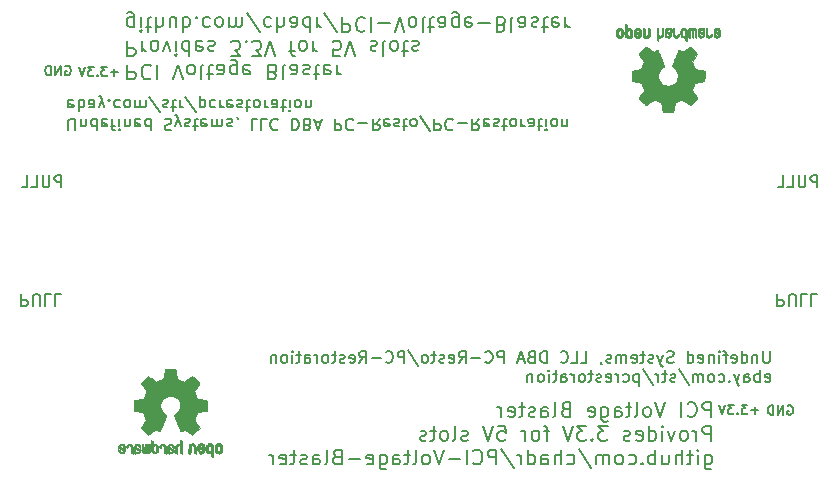
<source format=gbr>
%TF.GenerationSoftware,KiCad,Pcbnew,7.0.7*%
%TF.CreationDate,2023-11-02T08:16:25-05:00*%
%TF.ProjectId,PCI Blaster Mouse Bites,50434920-426c-4617-9374-6572204d6f75,rev?*%
%TF.SameCoordinates,Original*%
%TF.FileFunction,Legend,Bot*%
%TF.FilePolarity,Positive*%
%FSLAX46Y46*%
G04 Gerber Fmt 4.6, Leading zero omitted, Abs format (unit mm)*
G04 Created by KiCad (PCBNEW 7.0.7) date 2023-11-02 08:16:25*
%MOMM*%
%LPD*%
G01*
G04 APERTURE LIST*
%ADD10C,0.200000*%
%ADD11C,0.150000*%
%ADD12C,0.010000*%
G04 APERTURE END LIST*
D10*
X187698326Y-81799219D02*
X187698326Y-80799219D01*
X187698326Y-80799219D02*
X187317374Y-80799219D01*
X187317374Y-80799219D02*
X187222136Y-80846838D01*
X187222136Y-80846838D02*
X187174517Y-80894457D01*
X187174517Y-80894457D02*
X187126898Y-80989695D01*
X187126898Y-80989695D02*
X187126898Y-81132552D01*
X187126898Y-81132552D02*
X187174517Y-81227790D01*
X187174517Y-81227790D02*
X187222136Y-81275409D01*
X187222136Y-81275409D02*
X187317374Y-81323028D01*
X187317374Y-81323028D02*
X187698326Y-81323028D01*
X186698326Y-80799219D02*
X186698326Y-81608742D01*
X186698326Y-81608742D02*
X186650707Y-81703980D01*
X186650707Y-81703980D02*
X186603088Y-81751600D01*
X186603088Y-81751600D02*
X186507850Y-81799219D01*
X186507850Y-81799219D02*
X186317374Y-81799219D01*
X186317374Y-81799219D02*
X186222136Y-81751600D01*
X186222136Y-81751600D02*
X186174517Y-81703980D01*
X186174517Y-81703980D02*
X186126898Y-81608742D01*
X186126898Y-81608742D02*
X186126898Y-80799219D01*
X185174517Y-81799219D02*
X185650707Y-81799219D01*
X185650707Y-81799219D02*
X185650707Y-80799219D01*
X184364993Y-81799219D02*
X184841183Y-81799219D01*
X184841183Y-81799219D02*
X184841183Y-80799219D01*
X123688326Y-81799219D02*
X123688326Y-80799219D01*
X123688326Y-80799219D02*
X123307374Y-80799219D01*
X123307374Y-80799219D02*
X123212136Y-80846838D01*
X123212136Y-80846838D02*
X123164517Y-80894457D01*
X123164517Y-80894457D02*
X123116898Y-80989695D01*
X123116898Y-80989695D02*
X123116898Y-81132552D01*
X123116898Y-81132552D02*
X123164517Y-81227790D01*
X123164517Y-81227790D02*
X123212136Y-81275409D01*
X123212136Y-81275409D02*
X123307374Y-81323028D01*
X123307374Y-81323028D02*
X123688326Y-81323028D01*
X122688326Y-80799219D02*
X122688326Y-81608742D01*
X122688326Y-81608742D02*
X122640707Y-81703980D01*
X122640707Y-81703980D02*
X122593088Y-81751600D01*
X122593088Y-81751600D02*
X122497850Y-81799219D01*
X122497850Y-81799219D02*
X122307374Y-81799219D01*
X122307374Y-81799219D02*
X122212136Y-81751600D01*
X122212136Y-81751600D02*
X122164517Y-81703980D01*
X122164517Y-81703980D02*
X122116898Y-81608742D01*
X122116898Y-81608742D02*
X122116898Y-80799219D01*
X121164517Y-81799219D02*
X121640707Y-81799219D01*
X121640707Y-81799219D02*
X121640707Y-80799219D01*
X120354993Y-81799219D02*
X120831183Y-81799219D01*
X120831183Y-81799219D02*
X120831183Y-80799219D01*
D11*
X124309779Y-76992180D02*
X124309779Y-76182657D01*
X124309779Y-76182657D02*
X124357398Y-76087419D01*
X124357398Y-76087419D02*
X124405017Y-76039800D01*
X124405017Y-76039800D02*
X124500255Y-75992180D01*
X124500255Y-75992180D02*
X124690731Y-75992180D01*
X124690731Y-75992180D02*
X124785969Y-76039800D01*
X124785969Y-76039800D02*
X124833588Y-76087419D01*
X124833588Y-76087419D02*
X124881207Y-76182657D01*
X124881207Y-76182657D02*
X124881207Y-76992180D01*
X125357398Y-76658847D02*
X125357398Y-75992180D01*
X125357398Y-76563609D02*
X125405017Y-76611228D01*
X125405017Y-76611228D02*
X125500255Y-76658847D01*
X125500255Y-76658847D02*
X125643112Y-76658847D01*
X125643112Y-76658847D02*
X125738350Y-76611228D01*
X125738350Y-76611228D02*
X125785969Y-76515990D01*
X125785969Y-76515990D02*
X125785969Y-75992180D01*
X126690731Y-75992180D02*
X126690731Y-76992180D01*
X126690731Y-76039800D02*
X126595493Y-75992180D01*
X126595493Y-75992180D02*
X126405017Y-75992180D01*
X126405017Y-75992180D02*
X126309779Y-76039800D01*
X126309779Y-76039800D02*
X126262160Y-76087419D01*
X126262160Y-76087419D02*
X126214541Y-76182657D01*
X126214541Y-76182657D02*
X126214541Y-76468371D01*
X126214541Y-76468371D02*
X126262160Y-76563609D01*
X126262160Y-76563609D02*
X126309779Y-76611228D01*
X126309779Y-76611228D02*
X126405017Y-76658847D01*
X126405017Y-76658847D02*
X126595493Y-76658847D01*
X126595493Y-76658847D02*
X126690731Y-76611228D01*
X127547874Y-76039800D02*
X127452636Y-75992180D01*
X127452636Y-75992180D02*
X127262160Y-75992180D01*
X127262160Y-75992180D02*
X127166922Y-76039800D01*
X127166922Y-76039800D02*
X127119303Y-76135038D01*
X127119303Y-76135038D02*
X127119303Y-76515990D01*
X127119303Y-76515990D02*
X127166922Y-76611228D01*
X127166922Y-76611228D02*
X127262160Y-76658847D01*
X127262160Y-76658847D02*
X127452636Y-76658847D01*
X127452636Y-76658847D02*
X127547874Y-76611228D01*
X127547874Y-76611228D02*
X127595493Y-76515990D01*
X127595493Y-76515990D02*
X127595493Y-76420752D01*
X127595493Y-76420752D02*
X127119303Y-76325514D01*
X127881208Y-76658847D02*
X128262160Y-76658847D01*
X128024065Y-75992180D02*
X128024065Y-76849323D01*
X128024065Y-76849323D02*
X128071684Y-76944561D01*
X128071684Y-76944561D02*
X128166922Y-76992180D01*
X128166922Y-76992180D02*
X128262160Y-76992180D01*
X128595494Y-75992180D02*
X128595494Y-76658847D01*
X128595494Y-76992180D02*
X128547875Y-76944561D01*
X128547875Y-76944561D02*
X128595494Y-76896942D01*
X128595494Y-76896942D02*
X128643113Y-76944561D01*
X128643113Y-76944561D02*
X128595494Y-76992180D01*
X128595494Y-76992180D02*
X128595494Y-76896942D01*
X129071684Y-76658847D02*
X129071684Y-75992180D01*
X129071684Y-76563609D02*
X129119303Y-76611228D01*
X129119303Y-76611228D02*
X129214541Y-76658847D01*
X129214541Y-76658847D02*
X129357398Y-76658847D01*
X129357398Y-76658847D02*
X129452636Y-76611228D01*
X129452636Y-76611228D02*
X129500255Y-76515990D01*
X129500255Y-76515990D02*
X129500255Y-75992180D01*
X130357398Y-76039800D02*
X130262160Y-75992180D01*
X130262160Y-75992180D02*
X130071684Y-75992180D01*
X130071684Y-75992180D02*
X129976446Y-76039800D01*
X129976446Y-76039800D02*
X129928827Y-76135038D01*
X129928827Y-76135038D02*
X129928827Y-76515990D01*
X129928827Y-76515990D02*
X129976446Y-76611228D01*
X129976446Y-76611228D02*
X130071684Y-76658847D01*
X130071684Y-76658847D02*
X130262160Y-76658847D01*
X130262160Y-76658847D02*
X130357398Y-76611228D01*
X130357398Y-76611228D02*
X130405017Y-76515990D01*
X130405017Y-76515990D02*
X130405017Y-76420752D01*
X130405017Y-76420752D02*
X129928827Y-76325514D01*
X131262160Y-75992180D02*
X131262160Y-76992180D01*
X131262160Y-76039800D02*
X131166922Y-75992180D01*
X131166922Y-75992180D02*
X130976446Y-75992180D01*
X130976446Y-75992180D02*
X130881208Y-76039800D01*
X130881208Y-76039800D02*
X130833589Y-76087419D01*
X130833589Y-76087419D02*
X130785970Y-76182657D01*
X130785970Y-76182657D02*
X130785970Y-76468371D01*
X130785970Y-76468371D02*
X130833589Y-76563609D01*
X130833589Y-76563609D02*
X130881208Y-76611228D01*
X130881208Y-76611228D02*
X130976446Y-76658847D01*
X130976446Y-76658847D02*
X131166922Y-76658847D01*
X131166922Y-76658847D02*
X131262160Y-76611228D01*
X132452637Y-76039800D02*
X132595494Y-75992180D01*
X132595494Y-75992180D02*
X132833589Y-75992180D01*
X132833589Y-75992180D02*
X132928827Y-76039800D01*
X132928827Y-76039800D02*
X132976446Y-76087419D01*
X132976446Y-76087419D02*
X133024065Y-76182657D01*
X133024065Y-76182657D02*
X133024065Y-76277895D01*
X133024065Y-76277895D02*
X132976446Y-76373133D01*
X132976446Y-76373133D02*
X132928827Y-76420752D01*
X132928827Y-76420752D02*
X132833589Y-76468371D01*
X132833589Y-76468371D02*
X132643113Y-76515990D01*
X132643113Y-76515990D02*
X132547875Y-76563609D01*
X132547875Y-76563609D02*
X132500256Y-76611228D01*
X132500256Y-76611228D02*
X132452637Y-76706466D01*
X132452637Y-76706466D02*
X132452637Y-76801704D01*
X132452637Y-76801704D02*
X132500256Y-76896942D01*
X132500256Y-76896942D02*
X132547875Y-76944561D01*
X132547875Y-76944561D02*
X132643113Y-76992180D01*
X132643113Y-76992180D02*
X132881208Y-76992180D01*
X132881208Y-76992180D02*
X133024065Y-76944561D01*
X133357399Y-76658847D02*
X133595494Y-75992180D01*
X133833589Y-76658847D02*
X133595494Y-75992180D01*
X133595494Y-75992180D02*
X133500256Y-75754085D01*
X133500256Y-75754085D02*
X133452637Y-75706466D01*
X133452637Y-75706466D02*
X133357399Y-75658847D01*
X134166923Y-76039800D02*
X134262161Y-75992180D01*
X134262161Y-75992180D02*
X134452637Y-75992180D01*
X134452637Y-75992180D02*
X134547875Y-76039800D01*
X134547875Y-76039800D02*
X134595494Y-76135038D01*
X134595494Y-76135038D02*
X134595494Y-76182657D01*
X134595494Y-76182657D02*
X134547875Y-76277895D01*
X134547875Y-76277895D02*
X134452637Y-76325514D01*
X134452637Y-76325514D02*
X134309780Y-76325514D01*
X134309780Y-76325514D02*
X134214542Y-76373133D01*
X134214542Y-76373133D02*
X134166923Y-76468371D01*
X134166923Y-76468371D02*
X134166923Y-76515990D01*
X134166923Y-76515990D02*
X134214542Y-76611228D01*
X134214542Y-76611228D02*
X134309780Y-76658847D01*
X134309780Y-76658847D02*
X134452637Y-76658847D01*
X134452637Y-76658847D02*
X134547875Y-76611228D01*
X134881209Y-76658847D02*
X135262161Y-76658847D01*
X135024066Y-76992180D02*
X135024066Y-76135038D01*
X135024066Y-76135038D02*
X135071685Y-76039800D01*
X135071685Y-76039800D02*
X135166923Y-75992180D01*
X135166923Y-75992180D02*
X135262161Y-75992180D01*
X135976447Y-76039800D02*
X135881209Y-75992180D01*
X135881209Y-75992180D02*
X135690733Y-75992180D01*
X135690733Y-75992180D02*
X135595495Y-76039800D01*
X135595495Y-76039800D02*
X135547876Y-76135038D01*
X135547876Y-76135038D02*
X135547876Y-76515990D01*
X135547876Y-76515990D02*
X135595495Y-76611228D01*
X135595495Y-76611228D02*
X135690733Y-76658847D01*
X135690733Y-76658847D02*
X135881209Y-76658847D01*
X135881209Y-76658847D02*
X135976447Y-76611228D01*
X135976447Y-76611228D02*
X136024066Y-76515990D01*
X136024066Y-76515990D02*
X136024066Y-76420752D01*
X136024066Y-76420752D02*
X135547876Y-76325514D01*
X136452638Y-75992180D02*
X136452638Y-76658847D01*
X136452638Y-76563609D02*
X136500257Y-76611228D01*
X136500257Y-76611228D02*
X136595495Y-76658847D01*
X136595495Y-76658847D02*
X136738352Y-76658847D01*
X136738352Y-76658847D02*
X136833590Y-76611228D01*
X136833590Y-76611228D02*
X136881209Y-76515990D01*
X136881209Y-76515990D02*
X136881209Y-75992180D01*
X136881209Y-76515990D02*
X136928828Y-76611228D01*
X136928828Y-76611228D02*
X137024066Y-76658847D01*
X137024066Y-76658847D02*
X137166923Y-76658847D01*
X137166923Y-76658847D02*
X137262162Y-76611228D01*
X137262162Y-76611228D02*
X137309781Y-76515990D01*
X137309781Y-76515990D02*
X137309781Y-75992180D01*
X137738352Y-76039800D02*
X137833590Y-75992180D01*
X137833590Y-75992180D02*
X138024066Y-75992180D01*
X138024066Y-75992180D02*
X138119304Y-76039800D01*
X138119304Y-76039800D02*
X138166923Y-76135038D01*
X138166923Y-76135038D02*
X138166923Y-76182657D01*
X138166923Y-76182657D02*
X138119304Y-76277895D01*
X138119304Y-76277895D02*
X138024066Y-76325514D01*
X138024066Y-76325514D02*
X137881209Y-76325514D01*
X137881209Y-76325514D02*
X137785971Y-76373133D01*
X137785971Y-76373133D02*
X137738352Y-76468371D01*
X137738352Y-76468371D02*
X137738352Y-76515990D01*
X137738352Y-76515990D02*
X137785971Y-76611228D01*
X137785971Y-76611228D02*
X137881209Y-76658847D01*
X137881209Y-76658847D02*
X138024066Y-76658847D01*
X138024066Y-76658847D02*
X138119304Y-76611228D01*
X138643114Y-76039800D02*
X138643114Y-75992180D01*
X138643114Y-75992180D02*
X138595495Y-75896942D01*
X138595495Y-75896942D02*
X138547876Y-75849323D01*
X140309780Y-75992180D02*
X139833590Y-75992180D01*
X139833590Y-75992180D02*
X139833590Y-76992180D01*
X141119304Y-75992180D02*
X140643114Y-75992180D01*
X140643114Y-75992180D02*
X140643114Y-76992180D01*
X142024066Y-76087419D02*
X141976447Y-76039800D01*
X141976447Y-76039800D02*
X141833590Y-75992180D01*
X141833590Y-75992180D02*
X141738352Y-75992180D01*
X141738352Y-75992180D02*
X141595495Y-76039800D01*
X141595495Y-76039800D02*
X141500257Y-76135038D01*
X141500257Y-76135038D02*
X141452638Y-76230276D01*
X141452638Y-76230276D02*
X141405019Y-76420752D01*
X141405019Y-76420752D02*
X141405019Y-76563609D01*
X141405019Y-76563609D02*
X141452638Y-76754085D01*
X141452638Y-76754085D02*
X141500257Y-76849323D01*
X141500257Y-76849323D02*
X141595495Y-76944561D01*
X141595495Y-76944561D02*
X141738352Y-76992180D01*
X141738352Y-76992180D02*
X141833590Y-76992180D01*
X141833590Y-76992180D02*
X141976447Y-76944561D01*
X141976447Y-76944561D02*
X142024066Y-76896942D01*
X143214543Y-75992180D02*
X143214543Y-76992180D01*
X143214543Y-76992180D02*
X143452638Y-76992180D01*
X143452638Y-76992180D02*
X143595495Y-76944561D01*
X143595495Y-76944561D02*
X143690733Y-76849323D01*
X143690733Y-76849323D02*
X143738352Y-76754085D01*
X143738352Y-76754085D02*
X143785971Y-76563609D01*
X143785971Y-76563609D02*
X143785971Y-76420752D01*
X143785971Y-76420752D02*
X143738352Y-76230276D01*
X143738352Y-76230276D02*
X143690733Y-76135038D01*
X143690733Y-76135038D02*
X143595495Y-76039800D01*
X143595495Y-76039800D02*
X143452638Y-75992180D01*
X143452638Y-75992180D02*
X143214543Y-75992180D01*
X144547876Y-76515990D02*
X144690733Y-76468371D01*
X144690733Y-76468371D02*
X144738352Y-76420752D01*
X144738352Y-76420752D02*
X144785971Y-76325514D01*
X144785971Y-76325514D02*
X144785971Y-76182657D01*
X144785971Y-76182657D02*
X144738352Y-76087419D01*
X144738352Y-76087419D02*
X144690733Y-76039800D01*
X144690733Y-76039800D02*
X144595495Y-75992180D01*
X144595495Y-75992180D02*
X144214543Y-75992180D01*
X144214543Y-75992180D02*
X144214543Y-76992180D01*
X144214543Y-76992180D02*
X144547876Y-76992180D01*
X144547876Y-76992180D02*
X144643114Y-76944561D01*
X144643114Y-76944561D02*
X144690733Y-76896942D01*
X144690733Y-76896942D02*
X144738352Y-76801704D01*
X144738352Y-76801704D02*
X144738352Y-76706466D01*
X144738352Y-76706466D02*
X144690733Y-76611228D01*
X144690733Y-76611228D02*
X144643114Y-76563609D01*
X144643114Y-76563609D02*
X144547876Y-76515990D01*
X144547876Y-76515990D02*
X144214543Y-76515990D01*
X145166924Y-76277895D02*
X145643114Y-76277895D01*
X145071686Y-75992180D02*
X145405019Y-76992180D01*
X145405019Y-76992180D02*
X145738352Y-75992180D01*
X146833591Y-75992180D02*
X146833591Y-76992180D01*
X146833591Y-76992180D02*
X147214543Y-76992180D01*
X147214543Y-76992180D02*
X147309781Y-76944561D01*
X147309781Y-76944561D02*
X147357400Y-76896942D01*
X147357400Y-76896942D02*
X147405019Y-76801704D01*
X147405019Y-76801704D02*
X147405019Y-76658847D01*
X147405019Y-76658847D02*
X147357400Y-76563609D01*
X147357400Y-76563609D02*
X147309781Y-76515990D01*
X147309781Y-76515990D02*
X147214543Y-76468371D01*
X147214543Y-76468371D02*
X146833591Y-76468371D01*
X148405019Y-76087419D02*
X148357400Y-76039800D01*
X148357400Y-76039800D02*
X148214543Y-75992180D01*
X148214543Y-75992180D02*
X148119305Y-75992180D01*
X148119305Y-75992180D02*
X147976448Y-76039800D01*
X147976448Y-76039800D02*
X147881210Y-76135038D01*
X147881210Y-76135038D02*
X147833591Y-76230276D01*
X147833591Y-76230276D02*
X147785972Y-76420752D01*
X147785972Y-76420752D02*
X147785972Y-76563609D01*
X147785972Y-76563609D02*
X147833591Y-76754085D01*
X147833591Y-76754085D02*
X147881210Y-76849323D01*
X147881210Y-76849323D02*
X147976448Y-76944561D01*
X147976448Y-76944561D02*
X148119305Y-76992180D01*
X148119305Y-76992180D02*
X148214543Y-76992180D01*
X148214543Y-76992180D02*
X148357400Y-76944561D01*
X148357400Y-76944561D02*
X148405019Y-76896942D01*
X148833591Y-76373133D02*
X149595496Y-76373133D01*
X150643114Y-75992180D02*
X150309781Y-76468371D01*
X150071686Y-75992180D02*
X150071686Y-76992180D01*
X150071686Y-76992180D02*
X150452638Y-76992180D01*
X150452638Y-76992180D02*
X150547876Y-76944561D01*
X150547876Y-76944561D02*
X150595495Y-76896942D01*
X150595495Y-76896942D02*
X150643114Y-76801704D01*
X150643114Y-76801704D02*
X150643114Y-76658847D01*
X150643114Y-76658847D02*
X150595495Y-76563609D01*
X150595495Y-76563609D02*
X150547876Y-76515990D01*
X150547876Y-76515990D02*
X150452638Y-76468371D01*
X150452638Y-76468371D02*
X150071686Y-76468371D01*
X151452638Y-76039800D02*
X151357400Y-75992180D01*
X151357400Y-75992180D02*
X151166924Y-75992180D01*
X151166924Y-75992180D02*
X151071686Y-76039800D01*
X151071686Y-76039800D02*
X151024067Y-76135038D01*
X151024067Y-76135038D02*
X151024067Y-76515990D01*
X151024067Y-76515990D02*
X151071686Y-76611228D01*
X151071686Y-76611228D02*
X151166924Y-76658847D01*
X151166924Y-76658847D02*
X151357400Y-76658847D01*
X151357400Y-76658847D02*
X151452638Y-76611228D01*
X151452638Y-76611228D02*
X151500257Y-76515990D01*
X151500257Y-76515990D02*
X151500257Y-76420752D01*
X151500257Y-76420752D02*
X151024067Y-76325514D01*
X151881210Y-76039800D02*
X151976448Y-75992180D01*
X151976448Y-75992180D02*
X152166924Y-75992180D01*
X152166924Y-75992180D02*
X152262162Y-76039800D01*
X152262162Y-76039800D02*
X152309781Y-76135038D01*
X152309781Y-76135038D02*
X152309781Y-76182657D01*
X152309781Y-76182657D02*
X152262162Y-76277895D01*
X152262162Y-76277895D02*
X152166924Y-76325514D01*
X152166924Y-76325514D02*
X152024067Y-76325514D01*
X152024067Y-76325514D02*
X151928829Y-76373133D01*
X151928829Y-76373133D02*
X151881210Y-76468371D01*
X151881210Y-76468371D02*
X151881210Y-76515990D01*
X151881210Y-76515990D02*
X151928829Y-76611228D01*
X151928829Y-76611228D02*
X152024067Y-76658847D01*
X152024067Y-76658847D02*
X152166924Y-76658847D01*
X152166924Y-76658847D02*
X152262162Y-76611228D01*
X152595496Y-76658847D02*
X152976448Y-76658847D01*
X152738353Y-76992180D02*
X152738353Y-76135038D01*
X152738353Y-76135038D02*
X152785972Y-76039800D01*
X152785972Y-76039800D02*
X152881210Y-75992180D01*
X152881210Y-75992180D02*
X152976448Y-75992180D01*
X153452639Y-75992180D02*
X153357401Y-76039800D01*
X153357401Y-76039800D02*
X153309782Y-76087419D01*
X153309782Y-76087419D02*
X153262163Y-76182657D01*
X153262163Y-76182657D02*
X153262163Y-76468371D01*
X153262163Y-76468371D02*
X153309782Y-76563609D01*
X153309782Y-76563609D02*
X153357401Y-76611228D01*
X153357401Y-76611228D02*
X153452639Y-76658847D01*
X153452639Y-76658847D02*
X153595496Y-76658847D01*
X153595496Y-76658847D02*
X153690734Y-76611228D01*
X153690734Y-76611228D02*
X153738353Y-76563609D01*
X153738353Y-76563609D02*
X153785972Y-76468371D01*
X153785972Y-76468371D02*
X153785972Y-76182657D01*
X153785972Y-76182657D02*
X153738353Y-76087419D01*
X153738353Y-76087419D02*
X153690734Y-76039800D01*
X153690734Y-76039800D02*
X153595496Y-75992180D01*
X153595496Y-75992180D02*
X153452639Y-75992180D01*
X154928829Y-77039800D02*
X154071687Y-75754085D01*
X155262163Y-75992180D02*
X155262163Y-76992180D01*
X155262163Y-76992180D02*
X155643115Y-76992180D01*
X155643115Y-76992180D02*
X155738353Y-76944561D01*
X155738353Y-76944561D02*
X155785972Y-76896942D01*
X155785972Y-76896942D02*
X155833591Y-76801704D01*
X155833591Y-76801704D02*
X155833591Y-76658847D01*
X155833591Y-76658847D02*
X155785972Y-76563609D01*
X155785972Y-76563609D02*
X155738353Y-76515990D01*
X155738353Y-76515990D02*
X155643115Y-76468371D01*
X155643115Y-76468371D02*
X155262163Y-76468371D01*
X156833591Y-76087419D02*
X156785972Y-76039800D01*
X156785972Y-76039800D02*
X156643115Y-75992180D01*
X156643115Y-75992180D02*
X156547877Y-75992180D01*
X156547877Y-75992180D02*
X156405020Y-76039800D01*
X156405020Y-76039800D02*
X156309782Y-76135038D01*
X156309782Y-76135038D02*
X156262163Y-76230276D01*
X156262163Y-76230276D02*
X156214544Y-76420752D01*
X156214544Y-76420752D02*
X156214544Y-76563609D01*
X156214544Y-76563609D02*
X156262163Y-76754085D01*
X156262163Y-76754085D02*
X156309782Y-76849323D01*
X156309782Y-76849323D02*
X156405020Y-76944561D01*
X156405020Y-76944561D02*
X156547877Y-76992180D01*
X156547877Y-76992180D02*
X156643115Y-76992180D01*
X156643115Y-76992180D02*
X156785972Y-76944561D01*
X156785972Y-76944561D02*
X156833591Y-76896942D01*
X157262163Y-76373133D02*
X158024068Y-76373133D01*
X159071686Y-75992180D02*
X158738353Y-76468371D01*
X158500258Y-75992180D02*
X158500258Y-76992180D01*
X158500258Y-76992180D02*
X158881210Y-76992180D01*
X158881210Y-76992180D02*
X158976448Y-76944561D01*
X158976448Y-76944561D02*
X159024067Y-76896942D01*
X159024067Y-76896942D02*
X159071686Y-76801704D01*
X159071686Y-76801704D02*
X159071686Y-76658847D01*
X159071686Y-76658847D02*
X159024067Y-76563609D01*
X159024067Y-76563609D02*
X158976448Y-76515990D01*
X158976448Y-76515990D02*
X158881210Y-76468371D01*
X158881210Y-76468371D02*
X158500258Y-76468371D01*
X159881210Y-76039800D02*
X159785972Y-75992180D01*
X159785972Y-75992180D02*
X159595496Y-75992180D01*
X159595496Y-75992180D02*
X159500258Y-76039800D01*
X159500258Y-76039800D02*
X159452639Y-76135038D01*
X159452639Y-76135038D02*
X159452639Y-76515990D01*
X159452639Y-76515990D02*
X159500258Y-76611228D01*
X159500258Y-76611228D02*
X159595496Y-76658847D01*
X159595496Y-76658847D02*
X159785972Y-76658847D01*
X159785972Y-76658847D02*
X159881210Y-76611228D01*
X159881210Y-76611228D02*
X159928829Y-76515990D01*
X159928829Y-76515990D02*
X159928829Y-76420752D01*
X159928829Y-76420752D02*
X159452639Y-76325514D01*
X160309782Y-76039800D02*
X160405020Y-75992180D01*
X160405020Y-75992180D02*
X160595496Y-75992180D01*
X160595496Y-75992180D02*
X160690734Y-76039800D01*
X160690734Y-76039800D02*
X160738353Y-76135038D01*
X160738353Y-76135038D02*
X160738353Y-76182657D01*
X160738353Y-76182657D02*
X160690734Y-76277895D01*
X160690734Y-76277895D02*
X160595496Y-76325514D01*
X160595496Y-76325514D02*
X160452639Y-76325514D01*
X160452639Y-76325514D02*
X160357401Y-76373133D01*
X160357401Y-76373133D02*
X160309782Y-76468371D01*
X160309782Y-76468371D02*
X160309782Y-76515990D01*
X160309782Y-76515990D02*
X160357401Y-76611228D01*
X160357401Y-76611228D02*
X160452639Y-76658847D01*
X160452639Y-76658847D02*
X160595496Y-76658847D01*
X160595496Y-76658847D02*
X160690734Y-76611228D01*
X161024068Y-76658847D02*
X161405020Y-76658847D01*
X161166925Y-76992180D02*
X161166925Y-76135038D01*
X161166925Y-76135038D02*
X161214544Y-76039800D01*
X161214544Y-76039800D02*
X161309782Y-75992180D01*
X161309782Y-75992180D02*
X161405020Y-75992180D01*
X161881211Y-75992180D02*
X161785973Y-76039800D01*
X161785973Y-76039800D02*
X161738354Y-76087419D01*
X161738354Y-76087419D02*
X161690735Y-76182657D01*
X161690735Y-76182657D02*
X161690735Y-76468371D01*
X161690735Y-76468371D02*
X161738354Y-76563609D01*
X161738354Y-76563609D02*
X161785973Y-76611228D01*
X161785973Y-76611228D02*
X161881211Y-76658847D01*
X161881211Y-76658847D02*
X162024068Y-76658847D01*
X162024068Y-76658847D02*
X162119306Y-76611228D01*
X162119306Y-76611228D02*
X162166925Y-76563609D01*
X162166925Y-76563609D02*
X162214544Y-76468371D01*
X162214544Y-76468371D02*
X162214544Y-76182657D01*
X162214544Y-76182657D02*
X162166925Y-76087419D01*
X162166925Y-76087419D02*
X162119306Y-76039800D01*
X162119306Y-76039800D02*
X162024068Y-75992180D01*
X162024068Y-75992180D02*
X161881211Y-75992180D01*
X162643116Y-75992180D02*
X162643116Y-76658847D01*
X162643116Y-76468371D02*
X162690735Y-76563609D01*
X162690735Y-76563609D02*
X162738354Y-76611228D01*
X162738354Y-76611228D02*
X162833592Y-76658847D01*
X162833592Y-76658847D02*
X162928830Y-76658847D01*
X163690735Y-75992180D02*
X163690735Y-76515990D01*
X163690735Y-76515990D02*
X163643116Y-76611228D01*
X163643116Y-76611228D02*
X163547878Y-76658847D01*
X163547878Y-76658847D02*
X163357402Y-76658847D01*
X163357402Y-76658847D02*
X163262164Y-76611228D01*
X163690735Y-76039800D02*
X163595497Y-75992180D01*
X163595497Y-75992180D02*
X163357402Y-75992180D01*
X163357402Y-75992180D02*
X163262164Y-76039800D01*
X163262164Y-76039800D02*
X163214545Y-76135038D01*
X163214545Y-76135038D02*
X163214545Y-76230276D01*
X163214545Y-76230276D02*
X163262164Y-76325514D01*
X163262164Y-76325514D02*
X163357402Y-76373133D01*
X163357402Y-76373133D02*
X163595497Y-76373133D01*
X163595497Y-76373133D02*
X163690735Y-76420752D01*
X164024069Y-76658847D02*
X164405021Y-76658847D01*
X164166926Y-76992180D02*
X164166926Y-76135038D01*
X164166926Y-76135038D02*
X164214545Y-76039800D01*
X164214545Y-76039800D02*
X164309783Y-75992180D01*
X164309783Y-75992180D02*
X164405021Y-75992180D01*
X164738355Y-75992180D02*
X164738355Y-76658847D01*
X164738355Y-76992180D02*
X164690736Y-76944561D01*
X164690736Y-76944561D02*
X164738355Y-76896942D01*
X164738355Y-76896942D02*
X164785974Y-76944561D01*
X164785974Y-76944561D02*
X164738355Y-76992180D01*
X164738355Y-76992180D02*
X164738355Y-76896942D01*
X165357402Y-75992180D02*
X165262164Y-76039800D01*
X165262164Y-76039800D02*
X165214545Y-76087419D01*
X165214545Y-76087419D02*
X165166926Y-76182657D01*
X165166926Y-76182657D02*
X165166926Y-76468371D01*
X165166926Y-76468371D02*
X165214545Y-76563609D01*
X165214545Y-76563609D02*
X165262164Y-76611228D01*
X165262164Y-76611228D02*
X165357402Y-76658847D01*
X165357402Y-76658847D02*
X165500259Y-76658847D01*
X165500259Y-76658847D02*
X165595497Y-76611228D01*
X165595497Y-76611228D02*
X165643116Y-76563609D01*
X165643116Y-76563609D02*
X165690735Y-76468371D01*
X165690735Y-76468371D02*
X165690735Y-76182657D01*
X165690735Y-76182657D02*
X165643116Y-76087419D01*
X165643116Y-76087419D02*
X165595497Y-76039800D01*
X165595497Y-76039800D02*
X165500259Y-75992180D01*
X165500259Y-75992180D02*
X165357402Y-75992180D01*
X166119307Y-76658847D02*
X166119307Y-75992180D01*
X166119307Y-76563609D02*
X166166926Y-76611228D01*
X166166926Y-76611228D02*
X166262164Y-76658847D01*
X166262164Y-76658847D02*
X166405021Y-76658847D01*
X166405021Y-76658847D02*
X166500259Y-76611228D01*
X166500259Y-76611228D02*
X166547878Y-76515990D01*
X166547878Y-76515990D02*
X166547878Y-75992180D01*
X124690731Y-74429800D02*
X124595493Y-74382180D01*
X124595493Y-74382180D02*
X124405017Y-74382180D01*
X124405017Y-74382180D02*
X124309779Y-74429800D01*
X124309779Y-74429800D02*
X124262160Y-74525038D01*
X124262160Y-74525038D02*
X124262160Y-74905990D01*
X124262160Y-74905990D02*
X124309779Y-75001228D01*
X124309779Y-75001228D02*
X124405017Y-75048847D01*
X124405017Y-75048847D02*
X124595493Y-75048847D01*
X124595493Y-75048847D02*
X124690731Y-75001228D01*
X124690731Y-75001228D02*
X124738350Y-74905990D01*
X124738350Y-74905990D02*
X124738350Y-74810752D01*
X124738350Y-74810752D02*
X124262160Y-74715514D01*
X125166922Y-74382180D02*
X125166922Y-75382180D01*
X125166922Y-75001228D02*
X125262160Y-75048847D01*
X125262160Y-75048847D02*
X125452636Y-75048847D01*
X125452636Y-75048847D02*
X125547874Y-75001228D01*
X125547874Y-75001228D02*
X125595493Y-74953609D01*
X125595493Y-74953609D02*
X125643112Y-74858371D01*
X125643112Y-74858371D02*
X125643112Y-74572657D01*
X125643112Y-74572657D02*
X125595493Y-74477419D01*
X125595493Y-74477419D02*
X125547874Y-74429800D01*
X125547874Y-74429800D02*
X125452636Y-74382180D01*
X125452636Y-74382180D02*
X125262160Y-74382180D01*
X125262160Y-74382180D02*
X125166922Y-74429800D01*
X126500255Y-74382180D02*
X126500255Y-74905990D01*
X126500255Y-74905990D02*
X126452636Y-75001228D01*
X126452636Y-75001228D02*
X126357398Y-75048847D01*
X126357398Y-75048847D02*
X126166922Y-75048847D01*
X126166922Y-75048847D02*
X126071684Y-75001228D01*
X126500255Y-74429800D02*
X126405017Y-74382180D01*
X126405017Y-74382180D02*
X126166922Y-74382180D01*
X126166922Y-74382180D02*
X126071684Y-74429800D01*
X126071684Y-74429800D02*
X126024065Y-74525038D01*
X126024065Y-74525038D02*
X126024065Y-74620276D01*
X126024065Y-74620276D02*
X126071684Y-74715514D01*
X126071684Y-74715514D02*
X126166922Y-74763133D01*
X126166922Y-74763133D02*
X126405017Y-74763133D01*
X126405017Y-74763133D02*
X126500255Y-74810752D01*
X126881208Y-75048847D02*
X127119303Y-74382180D01*
X127357398Y-75048847D02*
X127119303Y-74382180D01*
X127119303Y-74382180D02*
X127024065Y-74144085D01*
X127024065Y-74144085D02*
X126976446Y-74096466D01*
X126976446Y-74096466D02*
X126881208Y-74048847D01*
X127738351Y-74477419D02*
X127785970Y-74429800D01*
X127785970Y-74429800D02*
X127738351Y-74382180D01*
X127738351Y-74382180D02*
X127690732Y-74429800D01*
X127690732Y-74429800D02*
X127738351Y-74477419D01*
X127738351Y-74477419D02*
X127738351Y-74382180D01*
X128643112Y-74429800D02*
X128547874Y-74382180D01*
X128547874Y-74382180D02*
X128357398Y-74382180D01*
X128357398Y-74382180D02*
X128262160Y-74429800D01*
X128262160Y-74429800D02*
X128214541Y-74477419D01*
X128214541Y-74477419D02*
X128166922Y-74572657D01*
X128166922Y-74572657D02*
X128166922Y-74858371D01*
X128166922Y-74858371D02*
X128214541Y-74953609D01*
X128214541Y-74953609D02*
X128262160Y-75001228D01*
X128262160Y-75001228D02*
X128357398Y-75048847D01*
X128357398Y-75048847D02*
X128547874Y-75048847D01*
X128547874Y-75048847D02*
X128643112Y-75001228D01*
X129214541Y-74382180D02*
X129119303Y-74429800D01*
X129119303Y-74429800D02*
X129071684Y-74477419D01*
X129071684Y-74477419D02*
X129024065Y-74572657D01*
X129024065Y-74572657D02*
X129024065Y-74858371D01*
X129024065Y-74858371D02*
X129071684Y-74953609D01*
X129071684Y-74953609D02*
X129119303Y-75001228D01*
X129119303Y-75001228D02*
X129214541Y-75048847D01*
X129214541Y-75048847D02*
X129357398Y-75048847D01*
X129357398Y-75048847D02*
X129452636Y-75001228D01*
X129452636Y-75001228D02*
X129500255Y-74953609D01*
X129500255Y-74953609D02*
X129547874Y-74858371D01*
X129547874Y-74858371D02*
X129547874Y-74572657D01*
X129547874Y-74572657D02*
X129500255Y-74477419D01*
X129500255Y-74477419D02*
X129452636Y-74429800D01*
X129452636Y-74429800D02*
X129357398Y-74382180D01*
X129357398Y-74382180D02*
X129214541Y-74382180D01*
X129976446Y-74382180D02*
X129976446Y-75048847D01*
X129976446Y-74953609D02*
X130024065Y-75001228D01*
X130024065Y-75001228D02*
X130119303Y-75048847D01*
X130119303Y-75048847D02*
X130262160Y-75048847D01*
X130262160Y-75048847D02*
X130357398Y-75001228D01*
X130357398Y-75001228D02*
X130405017Y-74905990D01*
X130405017Y-74905990D02*
X130405017Y-74382180D01*
X130405017Y-74905990D02*
X130452636Y-75001228D01*
X130452636Y-75001228D02*
X130547874Y-75048847D01*
X130547874Y-75048847D02*
X130690731Y-75048847D01*
X130690731Y-75048847D02*
X130785970Y-75001228D01*
X130785970Y-75001228D02*
X130833589Y-74905990D01*
X130833589Y-74905990D02*
X130833589Y-74382180D01*
X132024064Y-75429800D02*
X131166922Y-74144085D01*
X132309779Y-74429800D02*
X132405017Y-74382180D01*
X132405017Y-74382180D02*
X132595493Y-74382180D01*
X132595493Y-74382180D02*
X132690731Y-74429800D01*
X132690731Y-74429800D02*
X132738350Y-74525038D01*
X132738350Y-74525038D02*
X132738350Y-74572657D01*
X132738350Y-74572657D02*
X132690731Y-74667895D01*
X132690731Y-74667895D02*
X132595493Y-74715514D01*
X132595493Y-74715514D02*
X132452636Y-74715514D01*
X132452636Y-74715514D02*
X132357398Y-74763133D01*
X132357398Y-74763133D02*
X132309779Y-74858371D01*
X132309779Y-74858371D02*
X132309779Y-74905990D01*
X132309779Y-74905990D02*
X132357398Y-75001228D01*
X132357398Y-75001228D02*
X132452636Y-75048847D01*
X132452636Y-75048847D02*
X132595493Y-75048847D01*
X132595493Y-75048847D02*
X132690731Y-75001228D01*
X133024065Y-75048847D02*
X133405017Y-75048847D01*
X133166922Y-75382180D02*
X133166922Y-74525038D01*
X133166922Y-74525038D02*
X133214541Y-74429800D01*
X133214541Y-74429800D02*
X133309779Y-74382180D01*
X133309779Y-74382180D02*
X133405017Y-74382180D01*
X133738351Y-74382180D02*
X133738351Y-75048847D01*
X133738351Y-74858371D02*
X133785970Y-74953609D01*
X133785970Y-74953609D02*
X133833589Y-75001228D01*
X133833589Y-75001228D02*
X133928827Y-75048847D01*
X133928827Y-75048847D02*
X134024065Y-75048847D01*
X135071684Y-75429800D02*
X134214542Y-74144085D01*
X135405018Y-75048847D02*
X135405018Y-74048847D01*
X135405018Y-75001228D02*
X135500256Y-75048847D01*
X135500256Y-75048847D02*
X135690732Y-75048847D01*
X135690732Y-75048847D02*
X135785970Y-75001228D01*
X135785970Y-75001228D02*
X135833589Y-74953609D01*
X135833589Y-74953609D02*
X135881208Y-74858371D01*
X135881208Y-74858371D02*
X135881208Y-74572657D01*
X135881208Y-74572657D02*
X135833589Y-74477419D01*
X135833589Y-74477419D02*
X135785970Y-74429800D01*
X135785970Y-74429800D02*
X135690732Y-74382180D01*
X135690732Y-74382180D02*
X135500256Y-74382180D01*
X135500256Y-74382180D02*
X135405018Y-74429800D01*
X136738351Y-74429800D02*
X136643113Y-74382180D01*
X136643113Y-74382180D02*
X136452637Y-74382180D01*
X136452637Y-74382180D02*
X136357399Y-74429800D01*
X136357399Y-74429800D02*
X136309780Y-74477419D01*
X136309780Y-74477419D02*
X136262161Y-74572657D01*
X136262161Y-74572657D02*
X136262161Y-74858371D01*
X136262161Y-74858371D02*
X136309780Y-74953609D01*
X136309780Y-74953609D02*
X136357399Y-75001228D01*
X136357399Y-75001228D02*
X136452637Y-75048847D01*
X136452637Y-75048847D02*
X136643113Y-75048847D01*
X136643113Y-75048847D02*
X136738351Y-75001228D01*
X137166923Y-74382180D02*
X137166923Y-75048847D01*
X137166923Y-74858371D02*
X137214542Y-74953609D01*
X137214542Y-74953609D02*
X137262161Y-75001228D01*
X137262161Y-75001228D02*
X137357399Y-75048847D01*
X137357399Y-75048847D02*
X137452637Y-75048847D01*
X138166923Y-74429800D02*
X138071685Y-74382180D01*
X138071685Y-74382180D02*
X137881209Y-74382180D01*
X137881209Y-74382180D02*
X137785971Y-74429800D01*
X137785971Y-74429800D02*
X137738352Y-74525038D01*
X137738352Y-74525038D02*
X137738352Y-74905990D01*
X137738352Y-74905990D02*
X137785971Y-75001228D01*
X137785971Y-75001228D02*
X137881209Y-75048847D01*
X137881209Y-75048847D02*
X138071685Y-75048847D01*
X138071685Y-75048847D02*
X138166923Y-75001228D01*
X138166923Y-75001228D02*
X138214542Y-74905990D01*
X138214542Y-74905990D02*
X138214542Y-74810752D01*
X138214542Y-74810752D02*
X137738352Y-74715514D01*
X138595495Y-74429800D02*
X138690733Y-74382180D01*
X138690733Y-74382180D02*
X138881209Y-74382180D01*
X138881209Y-74382180D02*
X138976447Y-74429800D01*
X138976447Y-74429800D02*
X139024066Y-74525038D01*
X139024066Y-74525038D02*
X139024066Y-74572657D01*
X139024066Y-74572657D02*
X138976447Y-74667895D01*
X138976447Y-74667895D02*
X138881209Y-74715514D01*
X138881209Y-74715514D02*
X138738352Y-74715514D01*
X138738352Y-74715514D02*
X138643114Y-74763133D01*
X138643114Y-74763133D02*
X138595495Y-74858371D01*
X138595495Y-74858371D02*
X138595495Y-74905990D01*
X138595495Y-74905990D02*
X138643114Y-75001228D01*
X138643114Y-75001228D02*
X138738352Y-75048847D01*
X138738352Y-75048847D02*
X138881209Y-75048847D01*
X138881209Y-75048847D02*
X138976447Y-75001228D01*
X139309781Y-75048847D02*
X139690733Y-75048847D01*
X139452638Y-75382180D02*
X139452638Y-74525038D01*
X139452638Y-74525038D02*
X139500257Y-74429800D01*
X139500257Y-74429800D02*
X139595495Y-74382180D01*
X139595495Y-74382180D02*
X139690733Y-74382180D01*
X140166924Y-74382180D02*
X140071686Y-74429800D01*
X140071686Y-74429800D02*
X140024067Y-74477419D01*
X140024067Y-74477419D02*
X139976448Y-74572657D01*
X139976448Y-74572657D02*
X139976448Y-74858371D01*
X139976448Y-74858371D02*
X140024067Y-74953609D01*
X140024067Y-74953609D02*
X140071686Y-75001228D01*
X140071686Y-75001228D02*
X140166924Y-75048847D01*
X140166924Y-75048847D02*
X140309781Y-75048847D01*
X140309781Y-75048847D02*
X140405019Y-75001228D01*
X140405019Y-75001228D02*
X140452638Y-74953609D01*
X140452638Y-74953609D02*
X140500257Y-74858371D01*
X140500257Y-74858371D02*
X140500257Y-74572657D01*
X140500257Y-74572657D02*
X140452638Y-74477419D01*
X140452638Y-74477419D02*
X140405019Y-74429800D01*
X140405019Y-74429800D02*
X140309781Y-74382180D01*
X140309781Y-74382180D02*
X140166924Y-74382180D01*
X140928829Y-74382180D02*
X140928829Y-75048847D01*
X140928829Y-74858371D02*
X140976448Y-74953609D01*
X140976448Y-74953609D02*
X141024067Y-75001228D01*
X141024067Y-75001228D02*
X141119305Y-75048847D01*
X141119305Y-75048847D02*
X141214543Y-75048847D01*
X141976448Y-74382180D02*
X141976448Y-74905990D01*
X141976448Y-74905990D02*
X141928829Y-75001228D01*
X141928829Y-75001228D02*
X141833591Y-75048847D01*
X141833591Y-75048847D02*
X141643115Y-75048847D01*
X141643115Y-75048847D02*
X141547877Y-75001228D01*
X141976448Y-74429800D02*
X141881210Y-74382180D01*
X141881210Y-74382180D02*
X141643115Y-74382180D01*
X141643115Y-74382180D02*
X141547877Y-74429800D01*
X141547877Y-74429800D02*
X141500258Y-74525038D01*
X141500258Y-74525038D02*
X141500258Y-74620276D01*
X141500258Y-74620276D02*
X141547877Y-74715514D01*
X141547877Y-74715514D02*
X141643115Y-74763133D01*
X141643115Y-74763133D02*
X141881210Y-74763133D01*
X141881210Y-74763133D02*
X141976448Y-74810752D01*
X142309782Y-75048847D02*
X142690734Y-75048847D01*
X142452639Y-75382180D02*
X142452639Y-74525038D01*
X142452639Y-74525038D02*
X142500258Y-74429800D01*
X142500258Y-74429800D02*
X142595496Y-74382180D01*
X142595496Y-74382180D02*
X142690734Y-74382180D01*
X143024068Y-74382180D02*
X143024068Y-75048847D01*
X143024068Y-75382180D02*
X142976449Y-75334561D01*
X142976449Y-75334561D02*
X143024068Y-75286942D01*
X143024068Y-75286942D02*
X143071687Y-75334561D01*
X143071687Y-75334561D02*
X143024068Y-75382180D01*
X143024068Y-75382180D02*
X143024068Y-75286942D01*
X143643115Y-74382180D02*
X143547877Y-74429800D01*
X143547877Y-74429800D02*
X143500258Y-74477419D01*
X143500258Y-74477419D02*
X143452639Y-74572657D01*
X143452639Y-74572657D02*
X143452639Y-74858371D01*
X143452639Y-74858371D02*
X143500258Y-74953609D01*
X143500258Y-74953609D02*
X143547877Y-75001228D01*
X143547877Y-75001228D02*
X143643115Y-75048847D01*
X143643115Y-75048847D02*
X143785972Y-75048847D01*
X143785972Y-75048847D02*
X143881210Y-75001228D01*
X143881210Y-75001228D02*
X143928829Y-74953609D01*
X143928829Y-74953609D02*
X143976448Y-74858371D01*
X143976448Y-74858371D02*
X143976448Y-74572657D01*
X143976448Y-74572657D02*
X143928829Y-74477419D01*
X143928829Y-74477419D02*
X143881210Y-74429800D01*
X143881210Y-74429800D02*
X143785972Y-74382180D01*
X143785972Y-74382180D02*
X143643115Y-74382180D01*
X144405020Y-75048847D02*
X144405020Y-74382180D01*
X144405020Y-74953609D02*
X144452639Y-75001228D01*
X144452639Y-75001228D02*
X144547877Y-75048847D01*
X144547877Y-75048847D02*
X144690734Y-75048847D01*
X144690734Y-75048847D02*
X144785972Y-75001228D01*
X144785972Y-75001228D02*
X144833591Y-74905990D01*
X144833591Y-74905990D02*
X144833591Y-74382180D01*
D10*
X129302197Y-71415376D02*
X129302197Y-72665376D01*
X129302197Y-72665376D02*
X129778387Y-72665376D01*
X129778387Y-72665376D02*
X129897435Y-72605852D01*
X129897435Y-72605852D02*
X129956958Y-72546328D01*
X129956958Y-72546328D02*
X130016482Y-72427280D01*
X130016482Y-72427280D02*
X130016482Y-72248709D01*
X130016482Y-72248709D02*
X129956958Y-72129661D01*
X129956958Y-72129661D02*
X129897435Y-72070138D01*
X129897435Y-72070138D02*
X129778387Y-72010614D01*
X129778387Y-72010614D02*
X129302197Y-72010614D01*
X131266482Y-71534423D02*
X131206958Y-71474900D01*
X131206958Y-71474900D02*
X131028387Y-71415376D01*
X131028387Y-71415376D02*
X130909339Y-71415376D01*
X130909339Y-71415376D02*
X130730768Y-71474900D01*
X130730768Y-71474900D02*
X130611720Y-71593947D01*
X130611720Y-71593947D02*
X130552197Y-71712995D01*
X130552197Y-71712995D02*
X130492673Y-71951090D01*
X130492673Y-71951090D02*
X130492673Y-72129661D01*
X130492673Y-72129661D02*
X130552197Y-72367757D01*
X130552197Y-72367757D02*
X130611720Y-72486804D01*
X130611720Y-72486804D02*
X130730768Y-72605852D01*
X130730768Y-72605852D02*
X130909339Y-72665376D01*
X130909339Y-72665376D02*
X131028387Y-72665376D01*
X131028387Y-72665376D02*
X131206958Y-72605852D01*
X131206958Y-72605852D02*
X131266482Y-72546328D01*
X131802197Y-71415376D02*
X131802197Y-72665376D01*
X133171244Y-72665376D02*
X133587911Y-71415376D01*
X133587911Y-71415376D02*
X134004577Y-72665376D01*
X134599816Y-71415376D02*
X134480768Y-71474900D01*
X134480768Y-71474900D02*
X134421245Y-71534423D01*
X134421245Y-71534423D02*
X134361721Y-71653471D01*
X134361721Y-71653471D02*
X134361721Y-72010614D01*
X134361721Y-72010614D02*
X134421245Y-72129661D01*
X134421245Y-72129661D02*
X134480768Y-72189185D01*
X134480768Y-72189185D02*
X134599816Y-72248709D01*
X134599816Y-72248709D02*
X134778387Y-72248709D01*
X134778387Y-72248709D02*
X134897435Y-72189185D01*
X134897435Y-72189185D02*
X134956959Y-72129661D01*
X134956959Y-72129661D02*
X135016483Y-72010614D01*
X135016483Y-72010614D02*
X135016483Y-71653471D01*
X135016483Y-71653471D02*
X134956959Y-71534423D01*
X134956959Y-71534423D02*
X134897435Y-71474900D01*
X134897435Y-71474900D02*
X134778387Y-71415376D01*
X134778387Y-71415376D02*
X134599816Y-71415376D01*
X135730768Y-71415376D02*
X135611720Y-71474900D01*
X135611720Y-71474900D02*
X135552197Y-71593947D01*
X135552197Y-71593947D02*
X135552197Y-72665376D01*
X136028387Y-72248709D02*
X136504578Y-72248709D01*
X136206959Y-72665376D02*
X136206959Y-71593947D01*
X136206959Y-71593947D02*
X136266482Y-71474900D01*
X136266482Y-71474900D02*
X136385530Y-71415376D01*
X136385530Y-71415376D02*
X136504578Y-71415376D01*
X137456959Y-71415376D02*
X137456959Y-72070138D01*
X137456959Y-72070138D02*
X137397435Y-72189185D01*
X137397435Y-72189185D02*
X137278387Y-72248709D01*
X137278387Y-72248709D02*
X137040292Y-72248709D01*
X137040292Y-72248709D02*
X136921245Y-72189185D01*
X137456959Y-71474900D02*
X137337911Y-71415376D01*
X137337911Y-71415376D02*
X137040292Y-71415376D01*
X137040292Y-71415376D02*
X136921245Y-71474900D01*
X136921245Y-71474900D02*
X136861721Y-71593947D01*
X136861721Y-71593947D02*
X136861721Y-71712995D01*
X136861721Y-71712995D02*
X136921245Y-71832042D01*
X136921245Y-71832042D02*
X137040292Y-71891566D01*
X137040292Y-71891566D02*
X137337911Y-71891566D01*
X137337911Y-71891566D02*
X137456959Y-71951090D01*
X138587911Y-72248709D02*
X138587911Y-71236804D01*
X138587911Y-71236804D02*
X138528387Y-71117757D01*
X138528387Y-71117757D02*
X138468863Y-71058233D01*
X138468863Y-71058233D02*
X138349816Y-70998709D01*
X138349816Y-70998709D02*
X138171244Y-70998709D01*
X138171244Y-70998709D02*
X138052197Y-71058233D01*
X138587911Y-71474900D02*
X138468863Y-71415376D01*
X138468863Y-71415376D02*
X138230768Y-71415376D01*
X138230768Y-71415376D02*
X138111720Y-71474900D01*
X138111720Y-71474900D02*
X138052197Y-71534423D01*
X138052197Y-71534423D02*
X137992673Y-71653471D01*
X137992673Y-71653471D02*
X137992673Y-72010614D01*
X137992673Y-72010614D02*
X138052197Y-72129661D01*
X138052197Y-72129661D02*
X138111720Y-72189185D01*
X138111720Y-72189185D02*
X138230768Y-72248709D01*
X138230768Y-72248709D02*
X138468863Y-72248709D01*
X138468863Y-72248709D02*
X138587911Y-72189185D01*
X139659339Y-71474900D02*
X139540291Y-71415376D01*
X139540291Y-71415376D02*
X139302196Y-71415376D01*
X139302196Y-71415376D02*
X139183149Y-71474900D01*
X139183149Y-71474900D02*
X139123625Y-71593947D01*
X139123625Y-71593947D02*
X139123625Y-72070138D01*
X139123625Y-72070138D02*
X139183149Y-72189185D01*
X139183149Y-72189185D02*
X139302196Y-72248709D01*
X139302196Y-72248709D02*
X139540291Y-72248709D01*
X139540291Y-72248709D02*
X139659339Y-72189185D01*
X139659339Y-72189185D02*
X139718863Y-72070138D01*
X139718863Y-72070138D02*
X139718863Y-71951090D01*
X139718863Y-71951090D02*
X139123625Y-71832042D01*
X141623625Y-72070138D02*
X141802197Y-72010614D01*
X141802197Y-72010614D02*
X141861720Y-71951090D01*
X141861720Y-71951090D02*
X141921244Y-71832042D01*
X141921244Y-71832042D02*
X141921244Y-71653471D01*
X141921244Y-71653471D02*
X141861720Y-71534423D01*
X141861720Y-71534423D02*
X141802197Y-71474900D01*
X141802197Y-71474900D02*
X141683149Y-71415376D01*
X141683149Y-71415376D02*
X141206959Y-71415376D01*
X141206959Y-71415376D02*
X141206959Y-72665376D01*
X141206959Y-72665376D02*
X141623625Y-72665376D01*
X141623625Y-72665376D02*
X141742673Y-72605852D01*
X141742673Y-72605852D02*
X141802197Y-72546328D01*
X141802197Y-72546328D02*
X141861720Y-72427280D01*
X141861720Y-72427280D02*
X141861720Y-72308233D01*
X141861720Y-72308233D02*
X141802197Y-72189185D01*
X141802197Y-72189185D02*
X141742673Y-72129661D01*
X141742673Y-72129661D02*
X141623625Y-72070138D01*
X141623625Y-72070138D02*
X141206959Y-72070138D01*
X142635530Y-71415376D02*
X142516482Y-71474900D01*
X142516482Y-71474900D02*
X142456959Y-71593947D01*
X142456959Y-71593947D02*
X142456959Y-72665376D01*
X143647435Y-71415376D02*
X143647435Y-72070138D01*
X143647435Y-72070138D02*
X143587911Y-72189185D01*
X143587911Y-72189185D02*
X143468863Y-72248709D01*
X143468863Y-72248709D02*
X143230768Y-72248709D01*
X143230768Y-72248709D02*
X143111721Y-72189185D01*
X143647435Y-71474900D02*
X143528387Y-71415376D01*
X143528387Y-71415376D02*
X143230768Y-71415376D01*
X143230768Y-71415376D02*
X143111721Y-71474900D01*
X143111721Y-71474900D02*
X143052197Y-71593947D01*
X143052197Y-71593947D02*
X143052197Y-71712995D01*
X143052197Y-71712995D02*
X143111721Y-71832042D01*
X143111721Y-71832042D02*
X143230768Y-71891566D01*
X143230768Y-71891566D02*
X143528387Y-71891566D01*
X143528387Y-71891566D02*
X143647435Y-71951090D01*
X144183149Y-71474900D02*
X144302196Y-71415376D01*
X144302196Y-71415376D02*
X144540292Y-71415376D01*
X144540292Y-71415376D02*
X144659339Y-71474900D01*
X144659339Y-71474900D02*
X144718863Y-71593947D01*
X144718863Y-71593947D02*
X144718863Y-71653471D01*
X144718863Y-71653471D02*
X144659339Y-71772519D01*
X144659339Y-71772519D02*
X144540292Y-71832042D01*
X144540292Y-71832042D02*
X144361720Y-71832042D01*
X144361720Y-71832042D02*
X144242673Y-71891566D01*
X144242673Y-71891566D02*
X144183149Y-72010614D01*
X144183149Y-72010614D02*
X144183149Y-72070138D01*
X144183149Y-72070138D02*
X144242673Y-72189185D01*
X144242673Y-72189185D02*
X144361720Y-72248709D01*
X144361720Y-72248709D02*
X144540292Y-72248709D01*
X144540292Y-72248709D02*
X144659339Y-72189185D01*
X145076006Y-72248709D02*
X145552197Y-72248709D01*
X145254578Y-72665376D02*
X145254578Y-71593947D01*
X145254578Y-71593947D02*
X145314101Y-71474900D01*
X145314101Y-71474900D02*
X145433149Y-71415376D01*
X145433149Y-71415376D02*
X145552197Y-71415376D01*
X146445054Y-71474900D02*
X146326006Y-71415376D01*
X146326006Y-71415376D02*
X146087911Y-71415376D01*
X146087911Y-71415376D02*
X145968864Y-71474900D01*
X145968864Y-71474900D02*
X145909340Y-71593947D01*
X145909340Y-71593947D02*
X145909340Y-72070138D01*
X145909340Y-72070138D02*
X145968864Y-72189185D01*
X145968864Y-72189185D02*
X146087911Y-72248709D01*
X146087911Y-72248709D02*
X146326006Y-72248709D01*
X146326006Y-72248709D02*
X146445054Y-72189185D01*
X146445054Y-72189185D02*
X146504578Y-72070138D01*
X146504578Y-72070138D02*
X146504578Y-71951090D01*
X146504578Y-71951090D02*
X145909340Y-71832042D01*
X147040293Y-71415376D02*
X147040293Y-72248709D01*
X147040293Y-72010614D02*
X147099816Y-72129661D01*
X147099816Y-72129661D02*
X147159340Y-72189185D01*
X147159340Y-72189185D02*
X147278388Y-72248709D01*
X147278388Y-72248709D02*
X147397435Y-72248709D01*
X129302197Y-69402876D02*
X129302197Y-70652876D01*
X129302197Y-70652876D02*
X129778387Y-70652876D01*
X129778387Y-70652876D02*
X129897435Y-70593352D01*
X129897435Y-70593352D02*
X129956958Y-70533828D01*
X129956958Y-70533828D02*
X130016482Y-70414780D01*
X130016482Y-70414780D02*
X130016482Y-70236209D01*
X130016482Y-70236209D02*
X129956958Y-70117161D01*
X129956958Y-70117161D02*
X129897435Y-70057638D01*
X129897435Y-70057638D02*
X129778387Y-69998114D01*
X129778387Y-69998114D02*
X129302197Y-69998114D01*
X130552197Y-69402876D02*
X130552197Y-70236209D01*
X130552197Y-69998114D02*
X130611720Y-70117161D01*
X130611720Y-70117161D02*
X130671244Y-70176685D01*
X130671244Y-70176685D02*
X130790292Y-70236209D01*
X130790292Y-70236209D02*
X130909339Y-70236209D01*
X131504578Y-69402876D02*
X131385530Y-69462400D01*
X131385530Y-69462400D02*
X131326007Y-69521923D01*
X131326007Y-69521923D02*
X131266483Y-69640971D01*
X131266483Y-69640971D02*
X131266483Y-69998114D01*
X131266483Y-69998114D02*
X131326007Y-70117161D01*
X131326007Y-70117161D02*
X131385530Y-70176685D01*
X131385530Y-70176685D02*
X131504578Y-70236209D01*
X131504578Y-70236209D02*
X131683149Y-70236209D01*
X131683149Y-70236209D02*
X131802197Y-70176685D01*
X131802197Y-70176685D02*
X131861721Y-70117161D01*
X131861721Y-70117161D02*
X131921245Y-69998114D01*
X131921245Y-69998114D02*
X131921245Y-69640971D01*
X131921245Y-69640971D02*
X131861721Y-69521923D01*
X131861721Y-69521923D02*
X131802197Y-69462400D01*
X131802197Y-69462400D02*
X131683149Y-69402876D01*
X131683149Y-69402876D02*
X131504578Y-69402876D01*
X132337911Y-70236209D02*
X132635530Y-69402876D01*
X132635530Y-69402876D02*
X132933149Y-70236209D01*
X133409340Y-69402876D02*
X133409340Y-70236209D01*
X133409340Y-70652876D02*
X133349816Y-70593352D01*
X133349816Y-70593352D02*
X133409340Y-70533828D01*
X133409340Y-70533828D02*
X133468863Y-70593352D01*
X133468863Y-70593352D02*
X133409340Y-70652876D01*
X133409340Y-70652876D02*
X133409340Y-70533828D01*
X134540292Y-69402876D02*
X134540292Y-70652876D01*
X134540292Y-69462400D02*
X134421244Y-69402876D01*
X134421244Y-69402876D02*
X134183149Y-69402876D01*
X134183149Y-69402876D02*
X134064101Y-69462400D01*
X134064101Y-69462400D02*
X134004578Y-69521923D01*
X134004578Y-69521923D02*
X133945054Y-69640971D01*
X133945054Y-69640971D02*
X133945054Y-69998114D01*
X133945054Y-69998114D02*
X134004578Y-70117161D01*
X134004578Y-70117161D02*
X134064101Y-70176685D01*
X134064101Y-70176685D02*
X134183149Y-70236209D01*
X134183149Y-70236209D02*
X134421244Y-70236209D01*
X134421244Y-70236209D02*
X134540292Y-70176685D01*
X135611720Y-69462400D02*
X135492672Y-69402876D01*
X135492672Y-69402876D02*
X135254577Y-69402876D01*
X135254577Y-69402876D02*
X135135530Y-69462400D01*
X135135530Y-69462400D02*
X135076006Y-69581447D01*
X135076006Y-69581447D02*
X135076006Y-70057638D01*
X135076006Y-70057638D02*
X135135530Y-70176685D01*
X135135530Y-70176685D02*
X135254577Y-70236209D01*
X135254577Y-70236209D02*
X135492672Y-70236209D01*
X135492672Y-70236209D02*
X135611720Y-70176685D01*
X135611720Y-70176685D02*
X135671244Y-70057638D01*
X135671244Y-70057638D02*
X135671244Y-69938590D01*
X135671244Y-69938590D02*
X135076006Y-69819542D01*
X136147435Y-69462400D02*
X136266482Y-69402876D01*
X136266482Y-69402876D02*
X136504578Y-69402876D01*
X136504578Y-69402876D02*
X136623625Y-69462400D01*
X136623625Y-69462400D02*
X136683149Y-69581447D01*
X136683149Y-69581447D02*
X136683149Y-69640971D01*
X136683149Y-69640971D02*
X136623625Y-69760019D01*
X136623625Y-69760019D02*
X136504578Y-69819542D01*
X136504578Y-69819542D02*
X136326006Y-69819542D01*
X136326006Y-69819542D02*
X136206959Y-69879066D01*
X136206959Y-69879066D02*
X136147435Y-69998114D01*
X136147435Y-69998114D02*
X136147435Y-70057638D01*
X136147435Y-70057638D02*
X136206959Y-70176685D01*
X136206959Y-70176685D02*
X136326006Y-70236209D01*
X136326006Y-70236209D02*
X136504578Y-70236209D01*
X136504578Y-70236209D02*
X136623625Y-70176685D01*
X138052197Y-70652876D02*
X138826006Y-70652876D01*
X138826006Y-70652876D02*
X138409340Y-70176685D01*
X138409340Y-70176685D02*
X138587911Y-70176685D01*
X138587911Y-70176685D02*
X138706959Y-70117161D01*
X138706959Y-70117161D02*
X138766483Y-70057638D01*
X138766483Y-70057638D02*
X138826006Y-69938590D01*
X138826006Y-69938590D02*
X138826006Y-69640971D01*
X138826006Y-69640971D02*
X138766483Y-69521923D01*
X138766483Y-69521923D02*
X138706959Y-69462400D01*
X138706959Y-69462400D02*
X138587911Y-69402876D01*
X138587911Y-69402876D02*
X138230768Y-69402876D01*
X138230768Y-69402876D02*
X138111721Y-69462400D01*
X138111721Y-69462400D02*
X138052197Y-69521923D01*
X139361721Y-69521923D02*
X139421244Y-69462400D01*
X139421244Y-69462400D02*
X139361721Y-69402876D01*
X139361721Y-69402876D02*
X139302197Y-69462400D01*
X139302197Y-69462400D02*
X139361721Y-69521923D01*
X139361721Y-69521923D02*
X139361721Y-69402876D01*
X139837911Y-70652876D02*
X140611720Y-70652876D01*
X140611720Y-70652876D02*
X140195054Y-70176685D01*
X140195054Y-70176685D02*
X140373625Y-70176685D01*
X140373625Y-70176685D02*
X140492673Y-70117161D01*
X140492673Y-70117161D02*
X140552197Y-70057638D01*
X140552197Y-70057638D02*
X140611720Y-69938590D01*
X140611720Y-69938590D02*
X140611720Y-69640971D01*
X140611720Y-69640971D02*
X140552197Y-69521923D01*
X140552197Y-69521923D02*
X140492673Y-69462400D01*
X140492673Y-69462400D02*
X140373625Y-69402876D01*
X140373625Y-69402876D02*
X140016482Y-69402876D01*
X140016482Y-69402876D02*
X139897435Y-69462400D01*
X139897435Y-69462400D02*
X139837911Y-69521923D01*
X140968863Y-70652876D02*
X141385530Y-69402876D01*
X141385530Y-69402876D02*
X141802196Y-70652876D01*
X142992673Y-70236209D02*
X143468864Y-70236209D01*
X143171245Y-69402876D02*
X143171245Y-70474304D01*
X143171245Y-70474304D02*
X143230768Y-70593352D01*
X143230768Y-70593352D02*
X143349816Y-70652876D01*
X143349816Y-70652876D02*
X143468864Y-70652876D01*
X144064102Y-69402876D02*
X143945054Y-69462400D01*
X143945054Y-69462400D02*
X143885531Y-69521923D01*
X143885531Y-69521923D02*
X143826007Y-69640971D01*
X143826007Y-69640971D02*
X143826007Y-69998114D01*
X143826007Y-69998114D02*
X143885531Y-70117161D01*
X143885531Y-70117161D02*
X143945054Y-70176685D01*
X143945054Y-70176685D02*
X144064102Y-70236209D01*
X144064102Y-70236209D02*
X144242673Y-70236209D01*
X144242673Y-70236209D02*
X144361721Y-70176685D01*
X144361721Y-70176685D02*
X144421245Y-70117161D01*
X144421245Y-70117161D02*
X144480769Y-69998114D01*
X144480769Y-69998114D02*
X144480769Y-69640971D01*
X144480769Y-69640971D02*
X144421245Y-69521923D01*
X144421245Y-69521923D02*
X144361721Y-69462400D01*
X144361721Y-69462400D02*
X144242673Y-69402876D01*
X144242673Y-69402876D02*
X144064102Y-69402876D01*
X145016483Y-69402876D02*
X145016483Y-70236209D01*
X145016483Y-69998114D02*
X145076006Y-70117161D01*
X145076006Y-70117161D02*
X145135530Y-70176685D01*
X145135530Y-70176685D02*
X145254578Y-70236209D01*
X145254578Y-70236209D02*
X145373625Y-70236209D01*
X147337912Y-70652876D02*
X146742674Y-70652876D01*
X146742674Y-70652876D02*
X146683150Y-70057638D01*
X146683150Y-70057638D02*
X146742674Y-70117161D01*
X146742674Y-70117161D02*
X146861721Y-70176685D01*
X146861721Y-70176685D02*
X147159340Y-70176685D01*
X147159340Y-70176685D02*
X147278388Y-70117161D01*
X147278388Y-70117161D02*
X147337912Y-70057638D01*
X147337912Y-70057638D02*
X147397435Y-69938590D01*
X147397435Y-69938590D02*
X147397435Y-69640971D01*
X147397435Y-69640971D02*
X147337912Y-69521923D01*
X147337912Y-69521923D02*
X147278388Y-69462400D01*
X147278388Y-69462400D02*
X147159340Y-69402876D01*
X147159340Y-69402876D02*
X146861721Y-69402876D01*
X146861721Y-69402876D02*
X146742674Y-69462400D01*
X146742674Y-69462400D02*
X146683150Y-69521923D01*
X147754578Y-70652876D02*
X148171245Y-69402876D01*
X148171245Y-69402876D02*
X148587911Y-70652876D01*
X149897436Y-69462400D02*
X150016483Y-69402876D01*
X150016483Y-69402876D02*
X150254579Y-69402876D01*
X150254579Y-69402876D02*
X150373626Y-69462400D01*
X150373626Y-69462400D02*
X150433150Y-69581447D01*
X150433150Y-69581447D02*
X150433150Y-69640971D01*
X150433150Y-69640971D02*
X150373626Y-69760019D01*
X150373626Y-69760019D02*
X150254579Y-69819542D01*
X150254579Y-69819542D02*
X150076007Y-69819542D01*
X150076007Y-69819542D02*
X149956960Y-69879066D01*
X149956960Y-69879066D02*
X149897436Y-69998114D01*
X149897436Y-69998114D02*
X149897436Y-70057638D01*
X149897436Y-70057638D02*
X149956960Y-70176685D01*
X149956960Y-70176685D02*
X150076007Y-70236209D01*
X150076007Y-70236209D02*
X150254579Y-70236209D01*
X150254579Y-70236209D02*
X150373626Y-70176685D01*
X151147436Y-69402876D02*
X151028388Y-69462400D01*
X151028388Y-69462400D02*
X150968865Y-69581447D01*
X150968865Y-69581447D02*
X150968865Y-70652876D01*
X151802198Y-69402876D02*
X151683150Y-69462400D01*
X151683150Y-69462400D02*
X151623627Y-69521923D01*
X151623627Y-69521923D02*
X151564103Y-69640971D01*
X151564103Y-69640971D02*
X151564103Y-69998114D01*
X151564103Y-69998114D02*
X151623627Y-70117161D01*
X151623627Y-70117161D02*
X151683150Y-70176685D01*
X151683150Y-70176685D02*
X151802198Y-70236209D01*
X151802198Y-70236209D02*
X151980769Y-70236209D01*
X151980769Y-70236209D02*
X152099817Y-70176685D01*
X152099817Y-70176685D02*
X152159341Y-70117161D01*
X152159341Y-70117161D02*
X152218865Y-69998114D01*
X152218865Y-69998114D02*
X152218865Y-69640971D01*
X152218865Y-69640971D02*
X152159341Y-69521923D01*
X152159341Y-69521923D02*
X152099817Y-69462400D01*
X152099817Y-69462400D02*
X151980769Y-69402876D01*
X151980769Y-69402876D02*
X151802198Y-69402876D01*
X152576007Y-70236209D02*
X153052198Y-70236209D01*
X152754579Y-70652876D02*
X152754579Y-69581447D01*
X152754579Y-69581447D02*
X152814102Y-69462400D01*
X152814102Y-69462400D02*
X152933150Y-69402876D01*
X152933150Y-69402876D02*
X153052198Y-69402876D01*
X153409341Y-69462400D02*
X153528388Y-69402876D01*
X153528388Y-69402876D02*
X153766484Y-69402876D01*
X153766484Y-69402876D02*
X153885531Y-69462400D01*
X153885531Y-69462400D02*
X153945055Y-69581447D01*
X153945055Y-69581447D02*
X153945055Y-69640971D01*
X153945055Y-69640971D02*
X153885531Y-69760019D01*
X153885531Y-69760019D02*
X153766484Y-69819542D01*
X153766484Y-69819542D02*
X153587912Y-69819542D01*
X153587912Y-69819542D02*
X153468865Y-69879066D01*
X153468865Y-69879066D02*
X153409341Y-69998114D01*
X153409341Y-69998114D02*
X153409341Y-70057638D01*
X153409341Y-70057638D02*
X153468865Y-70176685D01*
X153468865Y-70176685D02*
X153587912Y-70236209D01*
X153587912Y-70236209D02*
X153766484Y-70236209D01*
X153766484Y-70236209D02*
X153885531Y-70176685D01*
X129837911Y-68223709D02*
X129837911Y-67211804D01*
X129837911Y-67211804D02*
X129778387Y-67092757D01*
X129778387Y-67092757D02*
X129718863Y-67033233D01*
X129718863Y-67033233D02*
X129599816Y-66973709D01*
X129599816Y-66973709D02*
X129421244Y-66973709D01*
X129421244Y-66973709D02*
X129302197Y-67033233D01*
X129837911Y-67449900D02*
X129718863Y-67390376D01*
X129718863Y-67390376D02*
X129480768Y-67390376D01*
X129480768Y-67390376D02*
X129361720Y-67449900D01*
X129361720Y-67449900D02*
X129302197Y-67509423D01*
X129302197Y-67509423D02*
X129242673Y-67628471D01*
X129242673Y-67628471D02*
X129242673Y-67985614D01*
X129242673Y-67985614D02*
X129302197Y-68104661D01*
X129302197Y-68104661D02*
X129361720Y-68164185D01*
X129361720Y-68164185D02*
X129480768Y-68223709D01*
X129480768Y-68223709D02*
X129718863Y-68223709D01*
X129718863Y-68223709D02*
X129837911Y-68164185D01*
X130433149Y-67390376D02*
X130433149Y-68223709D01*
X130433149Y-68640376D02*
X130373625Y-68580852D01*
X130373625Y-68580852D02*
X130433149Y-68521328D01*
X130433149Y-68521328D02*
X130492672Y-68580852D01*
X130492672Y-68580852D02*
X130433149Y-68640376D01*
X130433149Y-68640376D02*
X130433149Y-68521328D01*
X130849815Y-68223709D02*
X131326006Y-68223709D01*
X131028387Y-68640376D02*
X131028387Y-67568947D01*
X131028387Y-67568947D02*
X131087910Y-67449900D01*
X131087910Y-67449900D02*
X131206958Y-67390376D01*
X131206958Y-67390376D02*
X131326006Y-67390376D01*
X131742673Y-67390376D02*
X131742673Y-68640376D01*
X132278387Y-67390376D02*
X132278387Y-68045138D01*
X132278387Y-68045138D02*
X132218863Y-68164185D01*
X132218863Y-68164185D02*
X132099815Y-68223709D01*
X132099815Y-68223709D02*
X131921244Y-68223709D01*
X131921244Y-68223709D02*
X131802196Y-68164185D01*
X131802196Y-68164185D02*
X131742673Y-68104661D01*
X133409339Y-68223709D02*
X133409339Y-67390376D01*
X132873625Y-68223709D02*
X132873625Y-67568947D01*
X132873625Y-67568947D02*
X132933148Y-67449900D01*
X132933148Y-67449900D02*
X133052196Y-67390376D01*
X133052196Y-67390376D02*
X133230767Y-67390376D01*
X133230767Y-67390376D02*
X133349815Y-67449900D01*
X133349815Y-67449900D02*
X133409339Y-67509423D01*
X134004577Y-67390376D02*
X134004577Y-68640376D01*
X134004577Y-68164185D02*
X134123624Y-68223709D01*
X134123624Y-68223709D02*
X134361719Y-68223709D01*
X134361719Y-68223709D02*
X134480767Y-68164185D01*
X134480767Y-68164185D02*
X134540291Y-68104661D01*
X134540291Y-68104661D02*
X134599815Y-67985614D01*
X134599815Y-67985614D02*
X134599815Y-67628471D01*
X134599815Y-67628471D02*
X134540291Y-67509423D01*
X134540291Y-67509423D02*
X134480767Y-67449900D01*
X134480767Y-67449900D02*
X134361719Y-67390376D01*
X134361719Y-67390376D02*
X134123624Y-67390376D01*
X134123624Y-67390376D02*
X134004577Y-67449900D01*
X135135529Y-67509423D02*
X135195052Y-67449900D01*
X135195052Y-67449900D02*
X135135529Y-67390376D01*
X135135529Y-67390376D02*
X135076005Y-67449900D01*
X135076005Y-67449900D02*
X135135529Y-67509423D01*
X135135529Y-67509423D02*
X135135529Y-67390376D01*
X136266481Y-67449900D02*
X136147433Y-67390376D01*
X136147433Y-67390376D02*
X135909338Y-67390376D01*
X135909338Y-67390376D02*
X135790290Y-67449900D01*
X135790290Y-67449900D02*
X135730767Y-67509423D01*
X135730767Y-67509423D02*
X135671243Y-67628471D01*
X135671243Y-67628471D02*
X135671243Y-67985614D01*
X135671243Y-67985614D02*
X135730767Y-68104661D01*
X135730767Y-68104661D02*
X135790290Y-68164185D01*
X135790290Y-68164185D02*
X135909338Y-68223709D01*
X135909338Y-68223709D02*
X136147433Y-68223709D01*
X136147433Y-68223709D02*
X136266481Y-68164185D01*
X136980767Y-67390376D02*
X136861719Y-67449900D01*
X136861719Y-67449900D02*
X136802196Y-67509423D01*
X136802196Y-67509423D02*
X136742672Y-67628471D01*
X136742672Y-67628471D02*
X136742672Y-67985614D01*
X136742672Y-67985614D02*
X136802196Y-68104661D01*
X136802196Y-68104661D02*
X136861719Y-68164185D01*
X136861719Y-68164185D02*
X136980767Y-68223709D01*
X136980767Y-68223709D02*
X137159338Y-68223709D01*
X137159338Y-68223709D02*
X137278386Y-68164185D01*
X137278386Y-68164185D02*
X137337910Y-68104661D01*
X137337910Y-68104661D02*
X137397434Y-67985614D01*
X137397434Y-67985614D02*
X137397434Y-67628471D01*
X137397434Y-67628471D02*
X137337910Y-67509423D01*
X137337910Y-67509423D02*
X137278386Y-67449900D01*
X137278386Y-67449900D02*
X137159338Y-67390376D01*
X137159338Y-67390376D02*
X136980767Y-67390376D01*
X137933148Y-67390376D02*
X137933148Y-68223709D01*
X137933148Y-68104661D02*
X137992671Y-68164185D01*
X137992671Y-68164185D02*
X138111719Y-68223709D01*
X138111719Y-68223709D02*
X138290290Y-68223709D01*
X138290290Y-68223709D02*
X138409338Y-68164185D01*
X138409338Y-68164185D02*
X138468862Y-68045138D01*
X138468862Y-68045138D02*
X138468862Y-67390376D01*
X138468862Y-68045138D02*
X138528386Y-68164185D01*
X138528386Y-68164185D02*
X138647433Y-68223709D01*
X138647433Y-68223709D02*
X138826005Y-68223709D01*
X138826005Y-68223709D02*
X138945052Y-68164185D01*
X138945052Y-68164185D02*
X139004576Y-68045138D01*
X139004576Y-68045138D02*
X139004576Y-67390376D01*
X140492672Y-68699900D02*
X139421243Y-67092757D01*
X141445053Y-67449900D02*
X141326005Y-67390376D01*
X141326005Y-67390376D02*
X141087910Y-67390376D01*
X141087910Y-67390376D02*
X140968862Y-67449900D01*
X140968862Y-67449900D02*
X140909339Y-67509423D01*
X140909339Y-67509423D02*
X140849815Y-67628471D01*
X140849815Y-67628471D02*
X140849815Y-67985614D01*
X140849815Y-67985614D02*
X140909339Y-68104661D01*
X140909339Y-68104661D02*
X140968862Y-68164185D01*
X140968862Y-68164185D02*
X141087910Y-68223709D01*
X141087910Y-68223709D02*
X141326005Y-68223709D01*
X141326005Y-68223709D02*
X141445053Y-68164185D01*
X141980768Y-67390376D02*
X141980768Y-68640376D01*
X142516482Y-67390376D02*
X142516482Y-68045138D01*
X142516482Y-68045138D02*
X142456958Y-68164185D01*
X142456958Y-68164185D02*
X142337910Y-68223709D01*
X142337910Y-68223709D02*
X142159339Y-68223709D01*
X142159339Y-68223709D02*
X142040291Y-68164185D01*
X142040291Y-68164185D02*
X141980768Y-68104661D01*
X143647434Y-67390376D02*
X143647434Y-68045138D01*
X143647434Y-68045138D02*
X143587910Y-68164185D01*
X143587910Y-68164185D02*
X143468862Y-68223709D01*
X143468862Y-68223709D02*
X143230767Y-68223709D01*
X143230767Y-68223709D02*
X143111720Y-68164185D01*
X143647434Y-67449900D02*
X143528386Y-67390376D01*
X143528386Y-67390376D02*
X143230767Y-67390376D01*
X143230767Y-67390376D02*
X143111720Y-67449900D01*
X143111720Y-67449900D02*
X143052196Y-67568947D01*
X143052196Y-67568947D02*
X143052196Y-67687995D01*
X143052196Y-67687995D02*
X143111720Y-67807042D01*
X143111720Y-67807042D02*
X143230767Y-67866566D01*
X143230767Y-67866566D02*
X143528386Y-67866566D01*
X143528386Y-67866566D02*
X143647434Y-67926090D01*
X144778386Y-67390376D02*
X144778386Y-68640376D01*
X144778386Y-67449900D02*
X144659338Y-67390376D01*
X144659338Y-67390376D02*
X144421243Y-67390376D01*
X144421243Y-67390376D02*
X144302195Y-67449900D01*
X144302195Y-67449900D02*
X144242672Y-67509423D01*
X144242672Y-67509423D02*
X144183148Y-67628471D01*
X144183148Y-67628471D02*
X144183148Y-67985614D01*
X144183148Y-67985614D02*
X144242672Y-68104661D01*
X144242672Y-68104661D02*
X144302195Y-68164185D01*
X144302195Y-68164185D02*
X144421243Y-68223709D01*
X144421243Y-68223709D02*
X144659338Y-68223709D01*
X144659338Y-68223709D02*
X144778386Y-68164185D01*
X145373624Y-67390376D02*
X145373624Y-68223709D01*
X145373624Y-67985614D02*
X145433147Y-68104661D01*
X145433147Y-68104661D02*
X145492671Y-68164185D01*
X145492671Y-68164185D02*
X145611719Y-68223709D01*
X145611719Y-68223709D02*
X145730766Y-68223709D01*
X147040291Y-68699900D02*
X145968862Y-67092757D01*
X147456958Y-67390376D02*
X147456958Y-68640376D01*
X147456958Y-68640376D02*
X147933148Y-68640376D01*
X147933148Y-68640376D02*
X148052196Y-68580852D01*
X148052196Y-68580852D02*
X148111719Y-68521328D01*
X148111719Y-68521328D02*
X148171243Y-68402280D01*
X148171243Y-68402280D02*
X148171243Y-68223709D01*
X148171243Y-68223709D02*
X148111719Y-68104661D01*
X148111719Y-68104661D02*
X148052196Y-68045138D01*
X148052196Y-68045138D02*
X147933148Y-67985614D01*
X147933148Y-67985614D02*
X147456958Y-67985614D01*
X149421243Y-67509423D02*
X149361719Y-67449900D01*
X149361719Y-67449900D02*
X149183148Y-67390376D01*
X149183148Y-67390376D02*
X149064100Y-67390376D01*
X149064100Y-67390376D02*
X148885529Y-67449900D01*
X148885529Y-67449900D02*
X148766481Y-67568947D01*
X148766481Y-67568947D02*
X148706958Y-67687995D01*
X148706958Y-67687995D02*
X148647434Y-67926090D01*
X148647434Y-67926090D02*
X148647434Y-68104661D01*
X148647434Y-68104661D02*
X148706958Y-68342757D01*
X148706958Y-68342757D02*
X148766481Y-68461804D01*
X148766481Y-68461804D02*
X148885529Y-68580852D01*
X148885529Y-68580852D02*
X149064100Y-68640376D01*
X149064100Y-68640376D02*
X149183148Y-68640376D01*
X149183148Y-68640376D02*
X149361719Y-68580852D01*
X149361719Y-68580852D02*
X149421243Y-68521328D01*
X149956958Y-67390376D02*
X149956958Y-68640376D01*
X150552196Y-67866566D02*
X151504577Y-67866566D01*
X151921243Y-68640376D02*
X152337910Y-67390376D01*
X152337910Y-67390376D02*
X152754576Y-68640376D01*
X153349815Y-67390376D02*
X153230767Y-67449900D01*
X153230767Y-67449900D02*
X153171244Y-67509423D01*
X153171244Y-67509423D02*
X153111720Y-67628471D01*
X153111720Y-67628471D02*
X153111720Y-67985614D01*
X153111720Y-67985614D02*
X153171244Y-68104661D01*
X153171244Y-68104661D02*
X153230767Y-68164185D01*
X153230767Y-68164185D02*
X153349815Y-68223709D01*
X153349815Y-68223709D02*
X153528386Y-68223709D01*
X153528386Y-68223709D02*
X153647434Y-68164185D01*
X153647434Y-68164185D02*
X153706958Y-68104661D01*
X153706958Y-68104661D02*
X153766482Y-67985614D01*
X153766482Y-67985614D02*
X153766482Y-67628471D01*
X153766482Y-67628471D02*
X153706958Y-67509423D01*
X153706958Y-67509423D02*
X153647434Y-67449900D01*
X153647434Y-67449900D02*
X153528386Y-67390376D01*
X153528386Y-67390376D02*
X153349815Y-67390376D01*
X154480767Y-67390376D02*
X154361719Y-67449900D01*
X154361719Y-67449900D02*
X154302196Y-67568947D01*
X154302196Y-67568947D02*
X154302196Y-68640376D01*
X154778386Y-68223709D02*
X155254577Y-68223709D01*
X154956958Y-68640376D02*
X154956958Y-67568947D01*
X154956958Y-67568947D02*
X155016481Y-67449900D01*
X155016481Y-67449900D02*
X155135529Y-67390376D01*
X155135529Y-67390376D02*
X155254577Y-67390376D01*
X156206958Y-67390376D02*
X156206958Y-68045138D01*
X156206958Y-68045138D02*
X156147434Y-68164185D01*
X156147434Y-68164185D02*
X156028386Y-68223709D01*
X156028386Y-68223709D02*
X155790291Y-68223709D01*
X155790291Y-68223709D02*
X155671244Y-68164185D01*
X156206958Y-67449900D02*
X156087910Y-67390376D01*
X156087910Y-67390376D02*
X155790291Y-67390376D01*
X155790291Y-67390376D02*
X155671244Y-67449900D01*
X155671244Y-67449900D02*
X155611720Y-67568947D01*
X155611720Y-67568947D02*
X155611720Y-67687995D01*
X155611720Y-67687995D02*
X155671244Y-67807042D01*
X155671244Y-67807042D02*
X155790291Y-67866566D01*
X155790291Y-67866566D02*
X156087910Y-67866566D01*
X156087910Y-67866566D02*
X156206958Y-67926090D01*
X157337910Y-68223709D02*
X157337910Y-67211804D01*
X157337910Y-67211804D02*
X157278386Y-67092757D01*
X157278386Y-67092757D02*
X157218862Y-67033233D01*
X157218862Y-67033233D02*
X157099815Y-66973709D01*
X157099815Y-66973709D02*
X156921243Y-66973709D01*
X156921243Y-66973709D02*
X156802196Y-67033233D01*
X157337910Y-67449900D02*
X157218862Y-67390376D01*
X157218862Y-67390376D02*
X156980767Y-67390376D01*
X156980767Y-67390376D02*
X156861719Y-67449900D01*
X156861719Y-67449900D02*
X156802196Y-67509423D01*
X156802196Y-67509423D02*
X156742672Y-67628471D01*
X156742672Y-67628471D02*
X156742672Y-67985614D01*
X156742672Y-67985614D02*
X156802196Y-68104661D01*
X156802196Y-68104661D02*
X156861719Y-68164185D01*
X156861719Y-68164185D02*
X156980767Y-68223709D01*
X156980767Y-68223709D02*
X157218862Y-68223709D01*
X157218862Y-68223709D02*
X157337910Y-68164185D01*
X158409338Y-67449900D02*
X158290290Y-67390376D01*
X158290290Y-67390376D02*
X158052195Y-67390376D01*
X158052195Y-67390376D02*
X157933148Y-67449900D01*
X157933148Y-67449900D02*
X157873624Y-67568947D01*
X157873624Y-67568947D02*
X157873624Y-68045138D01*
X157873624Y-68045138D02*
X157933148Y-68164185D01*
X157933148Y-68164185D02*
X158052195Y-68223709D01*
X158052195Y-68223709D02*
X158290290Y-68223709D01*
X158290290Y-68223709D02*
X158409338Y-68164185D01*
X158409338Y-68164185D02*
X158468862Y-68045138D01*
X158468862Y-68045138D02*
X158468862Y-67926090D01*
X158468862Y-67926090D02*
X157873624Y-67807042D01*
X159004577Y-67866566D02*
X159956958Y-67866566D01*
X160968862Y-68045138D02*
X161147434Y-67985614D01*
X161147434Y-67985614D02*
X161206957Y-67926090D01*
X161206957Y-67926090D02*
X161266481Y-67807042D01*
X161266481Y-67807042D02*
X161266481Y-67628471D01*
X161266481Y-67628471D02*
X161206957Y-67509423D01*
X161206957Y-67509423D02*
X161147434Y-67449900D01*
X161147434Y-67449900D02*
X161028386Y-67390376D01*
X161028386Y-67390376D02*
X160552196Y-67390376D01*
X160552196Y-67390376D02*
X160552196Y-68640376D01*
X160552196Y-68640376D02*
X160968862Y-68640376D01*
X160968862Y-68640376D02*
X161087910Y-68580852D01*
X161087910Y-68580852D02*
X161147434Y-68521328D01*
X161147434Y-68521328D02*
X161206957Y-68402280D01*
X161206957Y-68402280D02*
X161206957Y-68283233D01*
X161206957Y-68283233D02*
X161147434Y-68164185D01*
X161147434Y-68164185D02*
X161087910Y-68104661D01*
X161087910Y-68104661D02*
X160968862Y-68045138D01*
X160968862Y-68045138D02*
X160552196Y-68045138D01*
X161980767Y-67390376D02*
X161861719Y-67449900D01*
X161861719Y-67449900D02*
X161802196Y-67568947D01*
X161802196Y-67568947D02*
X161802196Y-68640376D01*
X162992672Y-67390376D02*
X162992672Y-68045138D01*
X162992672Y-68045138D02*
X162933148Y-68164185D01*
X162933148Y-68164185D02*
X162814100Y-68223709D01*
X162814100Y-68223709D02*
X162576005Y-68223709D01*
X162576005Y-68223709D02*
X162456958Y-68164185D01*
X162992672Y-67449900D02*
X162873624Y-67390376D01*
X162873624Y-67390376D02*
X162576005Y-67390376D01*
X162576005Y-67390376D02*
X162456958Y-67449900D01*
X162456958Y-67449900D02*
X162397434Y-67568947D01*
X162397434Y-67568947D02*
X162397434Y-67687995D01*
X162397434Y-67687995D02*
X162456958Y-67807042D01*
X162456958Y-67807042D02*
X162576005Y-67866566D01*
X162576005Y-67866566D02*
X162873624Y-67866566D01*
X162873624Y-67866566D02*
X162992672Y-67926090D01*
X163528386Y-67449900D02*
X163647433Y-67390376D01*
X163647433Y-67390376D02*
X163885529Y-67390376D01*
X163885529Y-67390376D02*
X164004576Y-67449900D01*
X164004576Y-67449900D02*
X164064100Y-67568947D01*
X164064100Y-67568947D02*
X164064100Y-67628471D01*
X164064100Y-67628471D02*
X164004576Y-67747519D01*
X164004576Y-67747519D02*
X163885529Y-67807042D01*
X163885529Y-67807042D02*
X163706957Y-67807042D01*
X163706957Y-67807042D02*
X163587910Y-67866566D01*
X163587910Y-67866566D02*
X163528386Y-67985614D01*
X163528386Y-67985614D02*
X163528386Y-68045138D01*
X163528386Y-68045138D02*
X163587910Y-68164185D01*
X163587910Y-68164185D02*
X163706957Y-68223709D01*
X163706957Y-68223709D02*
X163885529Y-68223709D01*
X163885529Y-68223709D02*
X164004576Y-68164185D01*
X164421243Y-68223709D02*
X164897434Y-68223709D01*
X164599815Y-68640376D02*
X164599815Y-67568947D01*
X164599815Y-67568947D02*
X164659338Y-67449900D01*
X164659338Y-67449900D02*
X164778386Y-67390376D01*
X164778386Y-67390376D02*
X164897434Y-67390376D01*
X165790291Y-67449900D02*
X165671243Y-67390376D01*
X165671243Y-67390376D02*
X165433148Y-67390376D01*
X165433148Y-67390376D02*
X165314101Y-67449900D01*
X165314101Y-67449900D02*
X165254577Y-67568947D01*
X165254577Y-67568947D02*
X165254577Y-68045138D01*
X165254577Y-68045138D02*
X165314101Y-68164185D01*
X165314101Y-68164185D02*
X165433148Y-68223709D01*
X165433148Y-68223709D02*
X165671243Y-68223709D01*
X165671243Y-68223709D02*
X165790291Y-68164185D01*
X165790291Y-68164185D02*
X165849815Y-68045138D01*
X165849815Y-68045138D02*
X165849815Y-67926090D01*
X165849815Y-67926090D02*
X165254577Y-67807042D01*
X166385530Y-67390376D02*
X166385530Y-68223709D01*
X166385530Y-67985614D02*
X166445053Y-68104661D01*
X166445053Y-68104661D02*
X166504577Y-68164185D01*
X166504577Y-68164185D02*
X166623625Y-68223709D01*
X166623625Y-68223709D02*
X166742672Y-68223709D01*
X120301673Y-90860780D02*
X120301673Y-91860780D01*
X120301673Y-91860780D02*
X120682625Y-91860780D01*
X120682625Y-91860780D02*
X120777863Y-91813161D01*
X120777863Y-91813161D02*
X120825482Y-91765542D01*
X120825482Y-91765542D02*
X120873101Y-91670304D01*
X120873101Y-91670304D02*
X120873101Y-91527447D01*
X120873101Y-91527447D02*
X120825482Y-91432209D01*
X120825482Y-91432209D02*
X120777863Y-91384590D01*
X120777863Y-91384590D02*
X120682625Y-91336971D01*
X120682625Y-91336971D02*
X120301673Y-91336971D01*
X121301673Y-91860780D02*
X121301673Y-91051257D01*
X121301673Y-91051257D02*
X121349292Y-90956019D01*
X121349292Y-90956019D02*
X121396911Y-90908400D01*
X121396911Y-90908400D02*
X121492149Y-90860780D01*
X121492149Y-90860780D02*
X121682625Y-90860780D01*
X121682625Y-90860780D02*
X121777863Y-90908400D01*
X121777863Y-90908400D02*
X121825482Y-90956019D01*
X121825482Y-90956019D02*
X121873101Y-91051257D01*
X121873101Y-91051257D02*
X121873101Y-91860780D01*
X122825482Y-90860780D02*
X122349292Y-90860780D01*
X122349292Y-90860780D02*
X122349292Y-91860780D01*
X123635006Y-90860780D02*
X123158816Y-90860780D01*
X123158816Y-90860780D02*
X123158816Y-91860780D01*
X184311673Y-90860780D02*
X184311673Y-91860780D01*
X184311673Y-91860780D02*
X184692625Y-91860780D01*
X184692625Y-91860780D02*
X184787863Y-91813161D01*
X184787863Y-91813161D02*
X184835482Y-91765542D01*
X184835482Y-91765542D02*
X184883101Y-91670304D01*
X184883101Y-91670304D02*
X184883101Y-91527447D01*
X184883101Y-91527447D02*
X184835482Y-91432209D01*
X184835482Y-91432209D02*
X184787863Y-91384590D01*
X184787863Y-91384590D02*
X184692625Y-91336971D01*
X184692625Y-91336971D02*
X184311673Y-91336971D01*
X185311673Y-91860780D02*
X185311673Y-91051257D01*
X185311673Y-91051257D02*
X185359292Y-90956019D01*
X185359292Y-90956019D02*
X185406911Y-90908400D01*
X185406911Y-90908400D02*
X185502149Y-90860780D01*
X185502149Y-90860780D02*
X185692625Y-90860780D01*
X185692625Y-90860780D02*
X185787863Y-90908400D01*
X185787863Y-90908400D02*
X185835482Y-90956019D01*
X185835482Y-90956019D02*
X185883101Y-91051257D01*
X185883101Y-91051257D02*
X185883101Y-91860780D01*
X186835482Y-90860780D02*
X186359292Y-90860780D01*
X186359292Y-90860780D02*
X186359292Y-91860780D01*
X187645006Y-90860780D02*
X187168816Y-90860780D01*
X187168816Y-90860780D02*
X187168816Y-91860780D01*
D11*
X183690220Y-95667819D02*
X183690220Y-96477342D01*
X183690220Y-96477342D02*
X183642601Y-96572580D01*
X183642601Y-96572580D02*
X183594982Y-96620200D01*
X183594982Y-96620200D02*
X183499744Y-96667819D01*
X183499744Y-96667819D02*
X183309268Y-96667819D01*
X183309268Y-96667819D02*
X183214030Y-96620200D01*
X183214030Y-96620200D02*
X183166411Y-96572580D01*
X183166411Y-96572580D02*
X183118792Y-96477342D01*
X183118792Y-96477342D02*
X183118792Y-95667819D01*
X182642601Y-96001152D02*
X182642601Y-96667819D01*
X182642601Y-96096390D02*
X182594982Y-96048771D01*
X182594982Y-96048771D02*
X182499744Y-96001152D01*
X182499744Y-96001152D02*
X182356887Y-96001152D01*
X182356887Y-96001152D02*
X182261649Y-96048771D01*
X182261649Y-96048771D02*
X182214030Y-96144009D01*
X182214030Y-96144009D02*
X182214030Y-96667819D01*
X181309268Y-96667819D02*
X181309268Y-95667819D01*
X181309268Y-96620200D02*
X181404506Y-96667819D01*
X181404506Y-96667819D02*
X181594982Y-96667819D01*
X181594982Y-96667819D02*
X181690220Y-96620200D01*
X181690220Y-96620200D02*
X181737839Y-96572580D01*
X181737839Y-96572580D02*
X181785458Y-96477342D01*
X181785458Y-96477342D02*
X181785458Y-96191628D01*
X181785458Y-96191628D02*
X181737839Y-96096390D01*
X181737839Y-96096390D02*
X181690220Y-96048771D01*
X181690220Y-96048771D02*
X181594982Y-96001152D01*
X181594982Y-96001152D02*
X181404506Y-96001152D01*
X181404506Y-96001152D02*
X181309268Y-96048771D01*
X180452125Y-96620200D02*
X180547363Y-96667819D01*
X180547363Y-96667819D02*
X180737839Y-96667819D01*
X180737839Y-96667819D02*
X180833077Y-96620200D01*
X180833077Y-96620200D02*
X180880696Y-96524961D01*
X180880696Y-96524961D02*
X180880696Y-96144009D01*
X180880696Y-96144009D02*
X180833077Y-96048771D01*
X180833077Y-96048771D02*
X180737839Y-96001152D01*
X180737839Y-96001152D02*
X180547363Y-96001152D01*
X180547363Y-96001152D02*
X180452125Y-96048771D01*
X180452125Y-96048771D02*
X180404506Y-96144009D01*
X180404506Y-96144009D02*
X180404506Y-96239247D01*
X180404506Y-96239247D02*
X180880696Y-96334485D01*
X180118791Y-96001152D02*
X179737839Y-96001152D01*
X179975934Y-96667819D02*
X179975934Y-95810676D01*
X179975934Y-95810676D02*
X179928315Y-95715438D01*
X179928315Y-95715438D02*
X179833077Y-95667819D01*
X179833077Y-95667819D02*
X179737839Y-95667819D01*
X179404505Y-96667819D02*
X179404505Y-96001152D01*
X179404505Y-95667819D02*
X179452124Y-95715438D01*
X179452124Y-95715438D02*
X179404505Y-95763057D01*
X179404505Y-95763057D02*
X179356886Y-95715438D01*
X179356886Y-95715438D02*
X179404505Y-95667819D01*
X179404505Y-95667819D02*
X179404505Y-95763057D01*
X178928315Y-96001152D02*
X178928315Y-96667819D01*
X178928315Y-96096390D02*
X178880696Y-96048771D01*
X178880696Y-96048771D02*
X178785458Y-96001152D01*
X178785458Y-96001152D02*
X178642601Y-96001152D01*
X178642601Y-96001152D02*
X178547363Y-96048771D01*
X178547363Y-96048771D02*
X178499744Y-96144009D01*
X178499744Y-96144009D02*
X178499744Y-96667819D01*
X177642601Y-96620200D02*
X177737839Y-96667819D01*
X177737839Y-96667819D02*
X177928315Y-96667819D01*
X177928315Y-96667819D02*
X178023553Y-96620200D01*
X178023553Y-96620200D02*
X178071172Y-96524961D01*
X178071172Y-96524961D02*
X178071172Y-96144009D01*
X178071172Y-96144009D02*
X178023553Y-96048771D01*
X178023553Y-96048771D02*
X177928315Y-96001152D01*
X177928315Y-96001152D02*
X177737839Y-96001152D01*
X177737839Y-96001152D02*
X177642601Y-96048771D01*
X177642601Y-96048771D02*
X177594982Y-96144009D01*
X177594982Y-96144009D02*
X177594982Y-96239247D01*
X177594982Y-96239247D02*
X178071172Y-96334485D01*
X176737839Y-96667819D02*
X176737839Y-95667819D01*
X176737839Y-96620200D02*
X176833077Y-96667819D01*
X176833077Y-96667819D02*
X177023553Y-96667819D01*
X177023553Y-96667819D02*
X177118791Y-96620200D01*
X177118791Y-96620200D02*
X177166410Y-96572580D01*
X177166410Y-96572580D02*
X177214029Y-96477342D01*
X177214029Y-96477342D02*
X177214029Y-96191628D01*
X177214029Y-96191628D02*
X177166410Y-96096390D01*
X177166410Y-96096390D02*
X177118791Y-96048771D01*
X177118791Y-96048771D02*
X177023553Y-96001152D01*
X177023553Y-96001152D02*
X176833077Y-96001152D01*
X176833077Y-96001152D02*
X176737839Y-96048771D01*
X175547362Y-96620200D02*
X175404505Y-96667819D01*
X175404505Y-96667819D02*
X175166410Y-96667819D01*
X175166410Y-96667819D02*
X175071172Y-96620200D01*
X175071172Y-96620200D02*
X175023553Y-96572580D01*
X175023553Y-96572580D02*
X174975934Y-96477342D01*
X174975934Y-96477342D02*
X174975934Y-96382104D01*
X174975934Y-96382104D02*
X175023553Y-96286866D01*
X175023553Y-96286866D02*
X175071172Y-96239247D01*
X175071172Y-96239247D02*
X175166410Y-96191628D01*
X175166410Y-96191628D02*
X175356886Y-96144009D01*
X175356886Y-96144009D02*
X175452124Y-96096390D01*
X175452124Y-96096390D02*
X175499743Y-96048771D01*
X175499743Y-96048771D02*
X175547362Y-95953533D01*
X175547362Y-95953533D02*
X175547362Y-95858295D01*
X175547362Y-95858295D02*
X175499743Y-95763057D01*
X175499743Y-95763057D02*
X175452124Y-95715438D01*
X175452124Y-95715438D02*
X175356886Y-95667819D01*
X175356886Y-95667819D02*
X175118791Y-95667819D01*
X175118791Y-95667819D02*
X174975934Y-95715438D01*
X174642600Y-96001152D02*
X174404505Y-96667819D01*
X174166410Y-96001152D02*
X174404505Y-96667819D01*
X174404505Y-96667819D02*
X174499743Y-96905914D01*
X174499743Y-96905914D02*
X174547362Y-96953533D01*
X174547362Y-96953533D02*
X174642600Y-97001152D01*
X173833076Y-96620200D02*
X173737838Y-96667819D01*
X173737838Y-96667819D02*
X173547362Y-96667819D01*
X173547362Y-96667819D02*
X173452124Y-96620200D01*
X173452124Y-96620200D02*
X173404505Y-96524961D01*
X173404505Y-96524961D02*
X173404505Y-96477342D01*
X173404505Y-96477342D02*
X173452124Y-96382104D01*
X173452124Y-96382104D02*
X173547362Y-96334485D01*
X173547362Y-96334485D02*
X173690219Y-96334485D01*
X173690219Y-96334485D02*
X173785457Y-96286866D01*
X173785457Y-96286866D02*
X173833076Y-96191628D01*
X173833076Y-96191628D02*
X173833076Y-96144009D01*
X173833076Y-96144009D02*
X173785457Y-96048771D01*
X173785457Y-96048771D02*
X173690219Y-96001152D01*
X173690219Y-96001152D02*
X173547362Y-96001152D01*
X173547362Y-96001152D02*
X173452124Y-96048771D01*
X173118790Y-96001152D02*
X172737838Y-96001152D01*
X172975933Y-95667819D02*
X172975933Y-96524961D01*
X172975933Y-96524961D02*
X172928314Y-96620200D01*
X172928314Y-96620200D02*
X172833076Y-96667819D01*
X172833076Y-96667819D02*
X172737838Y-96667819D01*
X172023552Y-96620200D02*
X172118790Y-96667819D01*
X172118790Y-96667819D02*
X172309266Y-96667819D01*
X172309266Y-96667819D02*
X172404504Y-96620200D01*
X172404504Y-96620200D02*
X172452123Y-96524961D01*
X172452123Y-96524961D02*
X172452123Y-96144009D01*
X172452123Y-96144009D02*
X172404504Y-96048771D01*
X172404504Y-96048771D02*
X172309266Y-96001152D01*
X172309266Y-96001152D02*
X172118790Y-96001152D01*
X172118790Y-96001152D02*
X172023552Y-96048771D01*
X172023552Y-96048771D02*
X171975933Y-96144009D01*
X171975933Y-96144009D02*
X171975933Y-96239247D01*
X171975933Y-96239247D02*
X172452123Y-96334485D01*
X171547361Y-96667819D02*
X171547361Y-96001152D01*
X171547361Y-96096390D02*
X171499742Y-96048771D01*
X171499742Y-96048771D02*
X171404504Y-96001152D01*
X171404504Y-96001152D02*
X171261647Y-96001152D01*
X171261647Y-96001152D02*
X171166409Y-96048771D01*
X171166409Y-96048771D02*
X171118790Y-96144009D01*
X171118790Y-96144009D02*
X171118790Y-96667819D01*
X171118790Y-96144009D02*
X171071171Y-96048771D01*
X171071171Y-96048771D02*
X170975933Y-96001152D01*
X170975933Y-96001152D02*
X170833076Y-96001152D01*
X170833076Y-96001152D02*
X170737837Y-96048771D01*
X170737837Y-96048771D02*
X170690218Y-96144009D01*
X170690218Y-96144009D02*
X170690218Y-96667819D01*
X170261647Y-96620200D02*
X170166409Y-96667819D01*
X170166409Y-96667819D02*
X169975933Y-96667819D01*
X169975933Y-96667819D02*
X169880695Y-96620200D01*
X169880695Y-96620200D02*
X169833076Y-96524961D01*
X169833076Y-96524961D02*
X169833076Y-96477342D01*
X169833076Y-96477342D02*
X169880695Y-96382104D01*
X169880695Y-96382104D02*
X169975933Y-96334485D01*
X169975933Y-96334485D02*
X170118790Y-96334485D01*
X170118790Y-96334485D02*
X170214028Y-96286866D01*
X170214028Y-96286866D02*
X170261647Y-96191628D01*
X170261647Y-96191628D02*
X170261647Y-96144009D01*
X170261647Y-96144009D02*
X170214028Y-96048771D01*
X170214028Y-96048771D02*
X170118790Y-96001152D01*
X170118790Y-96001152D02*
X169975933Y-96001152D01*
X169975933Y-96001152D02*
X169880695Y-96048771D01*
X169356885Y-96620200D02*
X169356885Y-96667819D01*
X169356885Y-96667819D02*
X169404504Y-96763057D01*
X169404504Y-96763057D02*
X169452123Y-96810676D01*
X167690219Y-96667819D02*
X168166409Y-96667819D01*
X168166409Y-96667819D02*
X168166409Y-95667819D01*
X166880695Y-96667819D02*
X167356885Y-96667819D01*
X167356885Y-96667819D02*
X167356885Y-95667819D01*
X165975933Y-96572580D02*
X166023552Y-96620200D01*
X166023552Y-96620200D02*
X166166409Y-96667819D01*
X166166409Y-96667819D02*
X166261647Y-96667819D01*
X166261647Y-96667819D02*
X166404504Y-96620200D01*
X166404504Y-96620200D02*
X166499742Y-96524961D01*
X166499742Y-96524961D02*
X166547361Y-96429723D01*
X166547361Y-96429723D02*
X166594980Y-96239247D01*
X166594980Y-96239247D02*
X166594980Y-96096390D01*
X166594980Y-96096390D02*
X166547361Y-95905914D01*
X166547361Y-95905914D02*
X166499742Y-95810676D01*
X166499742Y-95810676D02*
X166404504Y-95715438D01*
X166404504Y-95715438D02*
X166261647Y-95667819D01*
X166261647Y-95667819D02*
X166166409Y-95667819D01*
X166166409Y-95667819D02*
X166023552Y-95715438D01*
X166023552Y-95715438D02*
X165975933Y-95763057D01*
X164785456Y-96667819D02*
X164785456Y-95667819D01*
X164785456Y-95667819D02*
X164547361Y-95667819D01*
X164547361Y-95667819D02*
X164404504Y-95715438D01*
X164404504Y-95715438D02*
X164309266Y-95810676D01*
X164309266Y-95810676D02*
X164261647Y-95905914D01*
X164261647Y-95905914D02*
X164214028Y-96096390D01*
X164214028Y-96096390D02*
X164214028Y-96239247D01*
X164214028Y-96239247D02*
X164261647Y-96429723D01*
X164261647Y-96429723D02*
X164309266Y-96524961D01*
X164309266Y-96524961D02*
X164404504Y-96620200D01*
X164404504Y-96620200D02*
X164547361Y-96667819D01*
X164547361Y-96667819D02*
X164785456Y-96667819D01*
X163452123Y-96144009D02*
X163309266Y-96191628D01*
X163309266Y-96191628D02*
X163261647Y-96239247D01*
X163261647Y-96239247D02*
X163214028Y-96334485D01*
X163214028Y-96334485D02*
X163214028Y-96477342D01*
X163214028Y-96477342D02*
X163261647Y-96572580D01*
X163261647Y-96572580D02*
X163309266Y-96620200D01*
X163309266Y-96620200D02*
X163404504Y-96667819D01*
X163404504Y-96667819D02*
X163785456Y-96667819D01*
X163785456Y-96667819D02*
X163785456Y-95667819D01*
X163785456Y-95667819D02*
X163452123Y-95667819D01*
X163452123Y-95667819D02*
X163356885Y-95715438D01*
X163356885Y-95715438D02*
X163309266Y-95763057D01*
X163309266Y-95763057D02*
X163261647Y-95858295D01*
X163261647Y-95858295D02*
X163261647Y-95953533D01*
X163261647Y-95953533D02*
X163309266Y-96048771D01*
X163309266Y-96048771D02*
X163356885Y-96096390D01*
X163356885Y-96096390D02*
X163452123Y-96144009D01*
X163452123Y-96144009D02*
X163785456Y-96144009D01*
X162833075Y-96382104D02*
X162356885Y-96382104D01*
X162928313Y-96667819D02*
X162594980Y-95667819D01*
X162594980Y-95667819D02*
X162261647Y-96667819D01*
X161166408Y-96667819D02*
X161166408Y-95667819D01*
X161166408Y-95667819D02*
X160785456Y-95667819D01*
X160785456Y-95667819D02*
X160690218Y-95715438D01*
X160690218Y-95715438D02*
X160642599Y-95763057D01*
X160642599Y-95763057D02*
X160594980Y-95858295D01*
X160594980Y-95858295D02*
X160594980Y-96001152D01*
X160594980Y-96001152D02*
X160642599Y-96096390D01*
X160642599Y-96096390D02*
X160690218Y-96144009D01*
X160690218Y-96144009D02*
X160785456Y-96191628D01*
X160785456Y-96191628D02*
X161166408Y-96191628D01*
X159594980Y-96572580D02*
X159642599Y-96620200D01*
X159642599Y-96620200D02*
X159785456Y-96667819D01*
X159785456Y-96667819D02*
X159880694Y-96667819D01*
X159880694Y-96667819D02*
X160023551Y-96620200D01*
X160023551Y-96620200D02*
X160118789Y-96524961D01*
X160118789Y-96524961D02*
X160166408Y-96429723D01*
X160166408Y-96429723D02*
X160214027Y-96239247D01*
X160214027Y-96239247D02*
X160214027Y-96096390D01*
X160214027Y-96096390D02*
X160166408Y-95905914D01*
X160166408Y-95905914D02*
X160118789Y-95810676D01*
X160118789Y-95810676D02*
X160023551Y-95715438D01*
X160023551Y-95715438D02*
X159880694Y-95667819D01*
X159880694Y-95667819D02*
X159785456Y-95667819D01*
X159785456Y-95667819D02*
X159642599Y-95715438D01*
X159642599Y-95715438D02*
X159594980Y-95763057D01*
X159166408Y-96286866D02*
X158404504Y-96286866D01*
X157356885Y-96667819D02*
X157690218Y-96191628D01*
X157928313Y-96667819D02*
X157928313Y-95667819D01*
X157928313Y-95667819D02*
X157547361Y-95667819D01*
X157547361Y-95667819D02*
X157452123Y-95715438D01*
X157452123Y-95715438D02*
X157404504Y-95763057D01*
X157404504Y-95763057D02*
X157356885Y-95858295D01*
X157356885Y-95858295D02*
X157356885Y-96001152D01*
X157356885Y-96001152D02*
X157404504Y-96096390D01*
X157404504Y-96096390D02*
X157452123Y-96144009D01*
X157452123Y-96144009D02*
X157547361Y-96191628D01*
X157547361Y-96191628D02*
X157928313Y-96191628D01*
X156547361Y-96620200D02*
X156642599Y-96667819D01*
X156642599Y-96667819D02*
X156833075Y-96667819D01*
X156833075Y-96667819D02*
X156928313Y-96620200D01*
X156928313Y-96620200D02*
X156975932Y-96524961D01*
X156975932Y-96524961D02*
X156975932Y-96144009D01*
X156975932Y-96144009D02*
X156928313Y-96048771D01*
X156928313Y-96048771D02*
X156833075Y-96001152D01*
X156833075Y-96001152D02*
X156642599Y-96001152D01*
X156642599Y-96001152D02*
X156547361Y-96048771D01*
X156547361Y-96048771D02*
X156499742Y-96144009D01*
X156499742Y-96144009D02*
X156499742Y-96239247D01*
X156499742Y-96239247D02*
X156975932Y-96334485D01*
X156118789Y-96620200D02*
X156023551Y-96667819D01*
X156023551Y-96667819D02*
X155833075Y-96667819D01*
X155833075Y-96667819D02*
X155737837Y-96620200D01*
X155737837Y-96620200D02*
X155690218Y-96524961D01*
X155690218Y-96524961D02*
X155690218Y-96477342D01*
X155690218Y-96477342D02*
X155737837Y-96382104D01*
X155737837Y-96382104D02*
X155833075Y-96334485D01*
X155833075Y-96334485D02*
X155975932Y-96334485D01*
X155975932Y-96334485D02*
X156071170Y-96286866D01*
X156071170Y-96286866D02*
X156118789Y-96191628D01*
X156118789Y-96191628D02*
X156118789Y-96144009D01*
X156118789Y-96144009D02*
X156071170Y-96048771D01*
X156071170Y-96048771D02*
X155975932Y-96001152D01*
X155975932Y-96001152D02*
X155833075Y-96001152D01*
X155833075Y-96001152D02*
X155737837Y-96048771D01*
X155404503Y-96001152D02*
X155023551Y-96001152D01*
X155261646Y-95667819D02*
X155261646Y-96524961D01*
X155261646Y-96524961D02*
X155214027Y-96620200D01*
X155214027Y-96620200D02*
X155118789Y-96667819D01*
X155118789Y-96667819D02*
X155023551Y-96667819D01*
X154547360Y-96667819D02*
X154642598Y-96620200D01*
X154642598Y-96620200D02*
X154690217Y-96572580D01*
X154690217Y-96572580D02*
X154737836Y-96477342D01*
X154737836Y-96477342D02*
X154737836Y-96191628D01*
X154737836Y-96191628D02*
X154690217Y-96096390D01*
X154690217Y-96096390D02*
X154642598Y-96048771D01*
X154642598Y-96048771D02*
X154547360Y-96001152D01*
X154547360Y-96001152D02*
X154404503Y-96001152D01*
X154404503Y-96001152D02*
X154309265Y-96048771D01*
X154309265Y-96048771D02*
X154261646Y-96096390D01*
X154261646Y-96096390D02*
X154214027Y-96191628D01*
X154214027Y-96191628D02*
X154214027Y-96477342D01*
X154214027Y-96477342D02*
X154261646Y-96572580D01*
X154261646Y-96572580D02*
X154309265Y-96620200D01*
X154309265Y-96620200D02*
X154404503Y-96667819D01*
X154404503Y-96667819D02*
X154547360Y-96667819D01*
X153071170Y-95620200D02*
X153928312Y-96905914D01*
X152737836Y-96667819D02*
X152737836Y-95667819D01*
X152737836Y-95667819D02*
X152356884Y-95667819D01*
X152356884Y-95667819D02*
X152261646Y-95715438D01*
X152261646Y-95715438D02*
X152214027Y-95763057D01*
X152214027Y-95763057D02*
X152166408Y-95858295D01*
X152166408Y-95858295D02*
X152166408Y-96001152D01*
X152166408Y-96001152D02*
X152214027Y-96096390D01*
X152214027Y-96096390D02*
X152261646Y-96144009D01*
X152261646Y-96144009D02*
X152356884Y-96191628D01*
X152356884Y-96191628D02*
X152737836Y-96191628D01*
X151166408Y-96572580D02*
X151214027Y-96620200D01*
X151214027Y-96620200D02*
X151356884Y-96667819D01*
X151356884Y-96667819D02*
X151452122Y-96667819D01*
X151452122Y-96667819D02*
X151594979Y-96620200D01*
X151594979Y-96620200D02*
X151690217Y-96524961D01*
X151690217Y-96524961D02*
X151737836Y-96429723D01*
X151737836Y-96429723D02*
X151785455Y-96239247D01*
X151785455Y-96239247D02*
X151785455Y-96096390D01*
X151785455Y-96096390D02*
X151737836Y-95905914D01*
X151737836Y-95905914D02*
X151690217Y-95810676D01*
X151690217Y-95810676D02*
X151594979Y-95715438D01*
X151594979Y-95715438D02*
X151452122Y-95667819D01*
X151452122Y-95667819D02*
X151356884Y-95667819D01*
X151356884Y-95667819D02*
X151214027Y-95715438D01*
X151214027Y-95715438D02*
X151166408Y-95763057D01*
X150737836Y-96286866D02*
X149975932Y-96286866D01*
X148928313Y-96667819D02*
X149261646Y-96191628D01*
X149499741Y-96667819D02*
X149499741Y-95667819D01*
X149499741Y-95667819D02*
X149118789Y-95667819D01*
X149118789Y-95667819D02*
X149023551Y-95715438D01*
X149023551Y-95715438D02*
X148975932Y-95763057D01*
X148975932Y-95763057D02*
X148928313Y-95858295D01*
X148928313Y-95858295D02*
X148928313Y-96001152D01*
X148928313Y-96001152D02*
X148975932Y-96096390D01*
X148975932Y-96096390D02*
X149023551Y-96144009D01*
X149023551Y-96144009D02*
X149118789Y-96191628D01*
X149118789Y-96191628D02*
X149499741Y-96191628D01*
X148118789Y-96620200D02*
X148214027Y-96667819D01*
X148214027Y-96667819D02*
X148404503Y-96667819D01*
X148404503Y-96667819D02*
X148499741Y-96620200D01*
X148499741Y-96620200D02*
X148547360Y-96524961D01*
X148547360Y-96524961D02*
X148547360Y-96144009D01*
X148547360Y-96144009D02*
X148499741Y-96048771D01*
X148499741Y-96048771D02*
X148404503Y-96001152D01*
X148404503Y-96001152D02*
X148214027Y-96001152D01*
X148214027Y-96001152D02*
X148118789Y-96048771D01*
X148118789Y-96048771D02*
X148071170Y-96144009D01*
X148071170Y-96144009D02*
X148071170Y-96239247D01*
X148071170Y-96239247D02*
X148547360Y-96334485D01*
X147690217Y-96620200D02*
X147594979Y-96667819D01*
X147594979Y-96667819D02*
X147404503Y-96667819D01*
X147404503Y-96667819D02*
X147309265Y-96620200D01*
X147309265Y-96620200D02*
X147261646Y-96524961D01*
X147261646Y-96524961D02*
X147261646Y-96477342D01*
X147261646Y-96477342D02*
X147309265Y-96382104D01*
X147309265Y-96382104D02*
X147404503Y-96334485D01*
X147404503Y-96334485D02*
X147547360Y-96334485D01*
X147547360Y-96334485D02*
X147642598Y-96286866D01*
X147642598Y-96286866D02*
X147690217Y-96191628D01*
X147690217Y-96191628D02*
X147690217Y-96144009D01*
X147690217Y-96144009D02*
X147642598Y-96048771D01*
X147642598Y-96048771D02*
X147547360Y-96001152D01*
X147547360Y-96001152D02*
X147404503Y-96001152D01*
X147404503Y-96001152D02*
X147309265Y-96048771D01*
X146975931Y-96001152D02*
X146594979Y-96001152D01*
X146833074Y-95667819D02*
X146833074Y-96524961D01*
X146833074Y-96524961D02*
X146785455Y-96620200D01*
X146785455Y-96620200D02*
X146690217Y-96667819D01*
X146690217Y-96667819D02*
X146594979Y-96667819D01*
X146118788Y-96667819D02*
X146214026Y-96620200D01*
X146214026Y-96620200D02*
X146261645Y-96572580D01*
X146261645Y-96572580D02*
X146309264Y-96477342D01*
X146309264Y-96477342D02*
X146309264Y-96191628D01*
X146309264Y-96191628D02*
X146261645Y-96096390D01*
X146261645Y-96096390D02*
X146214026Y-96048771D01*
X146214026Y-96048771D02*
X146118788Y-96001152D01*
X146118788Y-96001152D02*
X145975931Y-96001152D01*
X145975931Y-96001152D02*
X145880693Y-96048771D01*
X145880693Y-96048771D02*
X145833074Y-96096390D01*
X145833074Y-96096390D02*
X145785455Y-96191628D01*
X145785455Y-96191628D02*
X145785455Y-96477342D01*
X145785455Y-96477342D02*
X145833074Y-96572580D01*
X145833074Y-96572580D02*
X145880693Y-96620200D01*
X145880693Y-96620200D02*
X145975931Y-96667819D01*
X145975931Y-96667819D02*
X146118788Y-96667819D01*
X145356883Y-96667819D02*
X145356883Y-96001152D01*
X145356883Y-96191628D02*
X145309264Y-96096390D01*
X145309264Y-96096390D02*
X145261645Y-96048771D01*
X145261645Y-96048771D02*
X145166407Y-96001152D01*
X145166407Y-96001152D02*
X145071169Y-96001152D01*
X144309264Y-96667819D02*
X144309264Y-96144009D01*
X144309264Y-96144009D02*
X144356883Y-96048771D01*
X144356883Y-96048771D02*
X144452121Y-96001152D01*
X144452121Y-96001152D02*
X144642597Y-96001152D01*
X144642597Y-96001152D02*
X144737835Y-96048771D01*
X144309264Y-96620200D02*
X144404502Y-96667819D01*
X144404502Y-96667819D02*
X144642597Y-96667819D01*
X144642597Y-96667819D02*
X144737835Y-96620200D01*
X144737835Y-96620200D02*
X144785454Y-96524961D01*
X144785454Y-96524961D02*
X144785454Y-96429723D01*
X144785454Y-96429723D02*
X144737835Y-96334485D01*
X144737835Y-96334485D02*
X144642597Y-96286866D01*
X144642597Y-96286866D02*
X144404502Y-96286866D01*
X144404502Y-96286866D02*
X144309264Y-96239247D01*
X143975930Y-96001152D02*
X143594978Y-96001152D01*
X143833073Y-95667819D02*
X143833073Y-96524961D01*
X143833073Y-96524961D02*
X143785454Y-96620200D01*
X143785454Y-96620200D02*
X143690216Y-96667819D01*
X143690216Y-96667819D02*
X143594978Y-96667819D01*
X143261644Y-96667819D02*
X143261644Y-96001152D01*
X143261644Y-95667819D02*
X143309263Y-95715438D01*
X143309263Y-95715438D02*
X143261644Y-95763057D01*
X143261644Y-95763057D02*
X143214025Y-95715438D01*
X143214025Y-95715438D02*
X143261644Y-95667819D01*
X143261644Y-95667819D02*
X143261644Y-95763057D01*
X142642597Y-96667819D02*
X142737835Y-96620200D01*
X142737835Y-96620200D02*
X142785454Y-96572580D01*
X142785454Y-96572580D02*
X142833073Y-96477342D01*
X142833073Y-96477342D02*
X142833073Y-96191628D01*
X142833073Y-96191628D02*
X142785454Y-96096390D01*
X142785454Y-96096390D02*
X142737835Y-96048771D01*
X142737835Y-96048771D02*
X142642597Y-96001152D01*
X142642597Y-96001152D02*
X142499740Y-96001152D01*
X142499740Y-96001152D02*
X142404502Y-96048771D01*
X142404502Y-96048771D02*
X142356883Y-96096390D01*
X142356883Y-96096390D02*
X142309264Y-96191628D01*
X142309264Y-96191628D02*
X142309264Y-96477342D01*
X142309264Y-96477342D02*
X142356883Y-96572580D01*
X142356883Y-96572580D02*
X142404502Y-96620200D01*
X142404502Y-96620200D02*
X142499740Y-96667819D01*
X142499740Y-96667819D02*
X142642597Y-96667819D01*
X141880692Y-96001152D02*
X141880692Y-96667819D01*
X141880692Y-96096390D02*
X141833073Y-96048771D01*
X141833073Y-96048771D02*
X141737835Y-96001152D01*
X141737835Y-96001152D02*
X141594978Y-96001152D01*
X141594978Y-96001152D02*
X141499740Y-96048771D01*
X141499740Y-96048771D02*
X141452121Y-96144009D01*
X141452121Y-96144009D02*
X141452121Y-96667819D01*
X183309268Y-98230200D02*
X183404506Y-98277819D01*
X183404506Y-98277819D02*
X183594982Y-98277819D01*
X183594982Y-98277819D02*
X183690220Y-98230200D01*
X183690220Y-98230200D02*
X183737839Y-98134961D01*
X183737839Y-98134961D02*
X183737839Y-97754009D01*
X183737839Y-97754009D02*
X183690220Y-97658771D01*
X183690220Y-97658771D02*
X183594982Y-97611152D01*
X183594982Y-97611152D02*
X183404506Y-97611152D01*
X183404506Y-97611152D02*
X183309268Y-97658771D01*
X183309268Y-97658771D02*
X183261649Y-97754009D01*
X183261649Y-97754009D02*
X183261649Y-97849247D01*
X183261649Y-97849247D02*
X183737839Y-97944485D01*
X182833077Y-98277819D02*
X182833077Y-97277819D01*
X182833077Y-97658771D02*
X182737839Y-97611152D01*
X182737839Y-97611152D02*
X182547363Y-97611152D01*
X182547363Y-97611152D02*
X182452125Y-97658771D01*
X182452125Y-97658771D02*
X182404506Y-97706390D01*
X182404506Y-97706390D02*
X182356887Y-97801628D01*
X182356887Y-97801628D02*
X182356887Y-98087342D01*
X182356887Y-98087342D02*
X182404506Y-98182580D01*
X182404506Y-98182580D02*
X182452125Y-98230200D01*
X182452125Y-98230200D02*
X182547363Y-98277819D01*
X182547363Y-98277819D02*
X182737839Y-98277819D01*
X182737839Y-98277819D02*
X182833077Y-98230200D01*
X181499744Y-98277819D02*
X181499744Y-97754009D01*
X181499744Y-97754009D02*
X181547363Y-97658771D01*
X181547363Y-97658771D02*
X181642601Y-97611152D01*
X181642601Y-97611152D02*
X181833077Y-97611152D01*
X181833077Y-97611152D02*
X181928315Y-97658771D01*
X181499744Y-98230200D02*
X181594982Y-98277819D01*
X181594982Y-98277819D02*
X181833077Y-98277819D01*
X181833077Y-98277819D02*
X181928315Y-98230200D01*
X181928315Y-98230200D02*
X181975934Y-98134961D01*
X181975934Y-98134961D02*
X181975934Y-98039723D01*
X181975934Y-98039723D02*
X181928315Y-97944485D01*
X181928315Y-97944485D02*
X181833077Y-97896866D01*
X181833077Y-97896866D02*
X181594982Y-97896866D01*
X181594982Y-97896866D02*
X181499744Y-97849247D01*
X181118791Y-97611152D02*
X180880696Y-98277819D01*
X180642601Y-97611152D02*
X180880696Y-98277819D01*
X180880696Y-98277819D02*
X180975934Y-98515914D01*
X180975934Y-98515914D02*
X181023553Y-98563533D01*
X181023553Y-98563533D02*
X181118791Y-98611152D01*
X180261648Y-98182580D02*
X180214029Y-98230200D01*
X180214029Y-98230200D02*
X180261648Y-98277819D01*
X180261648Y-98277819D02*
X180309267Y-98230200D01*
X180309267Y-98230200D02*
X180261648Y-98182580D01*
X180261648Y-98182580D02*
X180261648Y-98277819D01*
X179356887Y-98230200D02*
X179452125Y-98277819D01*
X179452125Y-98277819D02*
X179642601Y-98277819D01*
X179642601Y-98277819D02*
X179737839Y-98230200D01*
X179737839Y-98230200D02*
X179785458Y-98182580D01*
X179785458Y-98182580D02*
X179833077Y-98087342D01*
X179833077Y-98087342D02*
X179833077Y-97801628D01*
X179833077Y-97801628D02*
X179785458Y-97706390D01*
X179785458Y-97706390D02*
X179737839Y-97658771D01*
X179737839Y-97658771D02*
X179642601Y-97611152D01*
X179642601Y-97611152D02*
X179452125Y-97611152D01*
X179452125Y-97611152D02*
X179356887Y-97658771D01*
X178785458Y-98277819D02*
X178880696Y-98230200D01*
X178880696Y-98230200D02*
X178928315Y-98182580D01*
X178928315Y-98182580D02*
X178975934Y-98087342D01*
X178975934Y-98087342D02*
X178975934Y-97801628D01*
X178975934Y-97801628D02*
X178928315Y-97706390D01*
X178928315Y-97706390D02*
X178880696Y-97658771D01*
X178880696Y-97658771D02*
X178785458Y-97611152D01*
X178785458Y-97611152D02*
X178642601Y-97611152D01*
X178642601Y-97611152D02*
X178547363Y-97658771D01*
X178547363Y-97658771D02*
X178499744Y-97706390D01*
X178499744Y-97706390D02*
X178452125Y-97801628D01*
X178452125Y-97801628D02*
X178452125Y-98087342D01*
X178452125Y-98087342D02*
X178499744Y-98182580D01*
X178499744Y-98182580D02*
X178547363Y-98230200D01*
X178547363Y-98230200D02*
X178642601Y-98277819D01*
X178642601Y-98277819D02*
X178785458Y-98277819D01*
X178023553Y-98277819D02*
X178023553Y-97611152D01*
X178023553Y-97706390D02*
X177975934Y-97658771D01*
X177975934Y-97658771D02*
X177880696Y-97611152D01*
X177880696Y-97611152D02*
X177737839Y-97611152D01*
X177737839Y-97611152D02*
X177642601Y-97658771D01*
X177642601Y-97658771D02*
X177594982Y-97754009D01*
X177594982Y-97754009D02*
X177594982Y-98277819D01*
X177594982Y-97754009D02*
X177547363Y-97658771D01*
X177547363Y-97658771D02*
X177452125Y-97611152D01*
X177452125Y-97611152D02*
X177309268Y-97611152D01*
X177309268Y-97611152D02*
X177214029Y-97658771D01*
X177214029Y-97658771D02*
X177166410Y-97754009D01*
X177166410Y-97754009D02*
X177166410Y-98277819D01*
X175975935Y-97230200D02*
X176833077Y-98515914D01*
X175690220Y-98230200D02*
X175594982Y-98277819D01*
X175594982Y-98277819D02*
X175404506Y-98277819D01*
X175404506Y-98277819D02*
X175309268Y-98230200D01*
X175309268Y-98230200D02*
X175261649Y-98134961D01*
X175261649Y-98134961D02*
X175261649Y-98087342D01*
X175261649Y-98087342D02*
X175309268Y-97992104D01*
X175309268Y-97992104D02*
X175404506Y-97944485D01*
X175404506Y-97944485D02*
X175547363Y-97944485D01*
X175547363Y-97944485D02*
X175642601Y-97896866D01*
X175642601Y-97896866D02*
X175690220Y-97801628D01*
X175690220Y-97801628D02*
X175690220Y-97754009D01*
X175690220Y-97754009D02*
X175642601Y-97658771D01*
X175642601Y-97658771D02*
X175547363Y-97611152D01*
X175547363Y-97611152D02*
X175404506Y-97611152D01*
X175404506Y-97611152D02*
X175309268Y-97658771D01*
X174975934Y-97611152D02*
X174594982Y-97611152D01*
X174833077Y-97277819D02*
X174833077Y-98134961D01*
X174833077Y-98134961D02*
X174785458Y-98230200D01*
X174785458Y-98230200D02*
X174690220Y-98277819D01*
X174690220Y-98277819D02*
X174594982Y-98277819D01*
X174261648Y-98277819D02*
X174261648Y-97611152D01*
X174261648Y-97801628D02*
X174214029Y-97706390D01*
X174214029Y-97706390D02*
X174166410Y-97658771D01*
X174166410Y-97658771D02*
X174071172Y-97611152D01*
X174071172Y-97611152D02*
X173975934Y-97611152D01*
X172928315Y-97230200D02*
X173785457Y-98515914D01*
X172594981Y-97611152D02*
X172594981Y-98611152D01*
X172594981Y-97658771D02*
X172499743Y-97611152D01*
X172499743Y-97611152D02*
X172309267Y-97611152D01*
X172309267Y-97611152D02*
X172214029Y-97658771D01*
X172214029Y-97658771D02*
X172166410Y-97706390D01*
X172166410Y-97706390D02*
X172118791Y-97801628D01*
X172118791Y-97801628D02*
X172118791Y-98087342D01*
X172118791Y-98087342D02*
X172166410Y-98182580D01*
X172166410Y-98182580D02*
X172214029Y-98230200D01*
X172214029Y-98230200D02*
X172309267Y-98277819D01*
X172309267Y-98277819D02*
X172499743Y-98277819D01*
X172499743Y-98277819D02*
X172594981Y-98230200D01*
X171261648Y-98230200D02*
X171356886Y-98277819D01*
X171356886Y-98277819D02*
X171547362Y-98277819D01*
X171547362Y-98277819D02*
X171642600Y-98230200D01*
X171642600Y-98230200D02*
X171690219Y-98182580D01*
X171690219Y-98182580D02*
X171737838Y-98087342D01*
X171737838Y-98087342D02*
X171737838Y-97801628D01*
X171737838Y-97801628D02*
X171690219Y-97706390D01*
X171690219Y-97706390D02*
X171642600Y-97658771D01*
X171642600Y-97658771D02*
X171547362Y-97611152D01*
X171547362Y-97611152D02*
X171356886Y-97611152D01*
X171356886Y-97611152D02*
X171261648Y-97658771D01*
X170833076Y-98277819D02*
X170833076Y-97611152D01*
X170833076Y-97801628D02*
X170785457Y-97706390D01*
X170785457Y-97706390D02*
X170737838Y-97658771D01*
X170737838Y-97658771D02*
X170642600Y-97611152D01*
X170642600Y-97611152D02*
X170547362Y-97611152D01*
X169833076Y-98230200D02*
X169928314Y-98277819D01*
X169928314Y-98277819D02*
X170118790Y-98277819D01*
X170118790Y-98277819D02*
X170214028Y-98230200D01*
X170214028Y-98230200D02*
X170261647Y-98134961D01*
X170261647Y-98134961D02*
X170261647Y-97754009D01*
X170261647Y-97754009D02*
X170214028Y-97658771D01*
X170214028Y-97658771D02*
X170118790Y-97611152D01*
X170118790Y-97611152D02*
X169928314Y-97611152D01*
X169928314Y-97611152D02*
X169833076Y-97658771D01*
X169833076Y-97658771D02*
X169785457Y-97754009D01*
X169785457Y-97754009D02*
X169785457Y-97849247D01*
X169785457Y-97849247D02*
X170261647Y-97944485D01*
X169404504Y-98230200D02*
X169309266Y-98277819D01*
X169309266Y-98277819D02*
X169118790Y-98277819D01*
X169118790Y-98277819D02*
X169023552Y-98230200D01*
X169023552Y-98230200D02*
X168975933Y-98134961D01*
X168975933Y-98134961D02*
X168975933Y-98087342D01*
X168975933Y-98087342D02*
X169023552Y-97992104D01*
X169023552Y-97992104D02*
X169118790Y-97944485D01*
X169118790Y-97944485D02*
X169261647Y-97944485D01*
X169261647Y-97944485D02*
X169356885Y-97896866D01*
X169356885Y-97896866D02*
X169404504Y-97801628D01*
X169404504Y-97801628D02*
X169404504Y-97754009D01*
X169404504Y-97754009D02*
X169356885Y-97658771D01*
X169356885Y-97658771D02*
X169261647Y-97611152D01*
X169261647Y-97611152D02*
X169118790Y-97611152D01*
X169118790Y-97611152D02*
X169023552Y-97658771D01*
X168690218Y-97611152D02*
X168309266Y-97611152D01*
X168547361Y-97277819D02*
X168547361Y-98134961D01*
X168547361Y-98134961D02*
X168499742Y-98230200D01*
X168499742Y-98230200D02*
X168404504Y-98277819D01*
X168404504Y-98277819D02*
X168309266Y-98277819D01*
X167833075Y-98277819D02*
X167928313Y-98230200D01*
X167928313Y-98230200D02*
X167975932Y-98182580D01*
X167975932Y-98182580D02*
X168023551Y-98087342D01*
X168023551Y-98087342D02*
X168023551Y-97801628D01*
X168023551Y-97801628D02*
X167975932Y-97706390D01*
X167975932Y-97706390D02*
X167928313Y-97658771D01*
X167928313Y-97658771D02*
X167833075Y-97611152D01*
X167833075Y-97611152D02*
X167690218Y-97611152D01*
X167690218Y-97611152D02*
X167594980Y-97658771D01*
X167594980Y-97658771D02*
X167547361Y-97706390D01*
X167547361Y-97706390D02*
X167499742Y-97801628D01*
X167499742Y-97801628D02*
X167499742Y-98087342D01*
X167499742Y-98087342D02*
X167547361Y-98182580D01*
X167547361Y-98182580D02*
X167594980Y-98230200D01*
X167594980Y-98230200D02*
X167690218Y-98277819D01*
X167690218Y-98277819D02*
X167833075Y-98277819D01*
X167071170Y-98277819D02*
X167071170Y-97611152D01*
X167071170Y-97801628D02*
X167023551Y-97706390D01*
X167023551Y-97706390D02*
X166975932Y-97658771D01*
X166975932Y-97658771D02*
X166880694Y-97611152D01*
X166880694Y-97611152D02*
X166785456Y-97611152D01*
X166023551Y-98277819D02*
X166023551Y-97754009D01*
X166023551Y-97754009D02*
X166071170Y-97658771D01*
X166071170Y-97658771D02*
X166166408Y-97611152D01*
X166166408Y-97611152D02*
X166356884Y-97611152D01*
X166356884Y-97611152D02*
X166452122Y-97658771D01*
X166023551Y-98230200D02*
X166118789Y-98277819D01*
X166118789Y-98277819D02*
X166356884Y-98277819D01*
X166356884Y-98277819D02*
X166452122Y-98230200D01*
X166452122Y-98230200D02*
X166499741Y-98134961D01*
X166499741Y-98134961D02*
X166499741Y-98039723D01*
X166499741Y-98039723D02*
X166452122Y-97944485D01*
X166452122Y-97944485D02*
X166356884Y-97896866D01*
X166356884Y-97896866D02*
X166118789Y-97896866D01*
X166118789Y-97896866D02*
X166023551Y-97849247D01*
X165690217Y-97611152D02*
X165309265Y-97611152D01*
X165547360Y-97277819D02*
X165547360Y-98134961D01*
X165547360Y-98134961D02*
X165499741Y-98230200D01*
X165499741Y-98230200D02*
X165404503Y-98277819D01*
X165404503Y-98277819D02*
X165309265Y-98277819D01*
X164975931Y-98277819D02*
X164975931Y-97611152D01*
X164975931Y-97277819D02*
X165023550Y-97325438D01*
X165023550Y-97325438D02*
X164975931Y-97373057D01*
X164975931Y-97373057D02*
X164928312Y-97325438D01*
X164928312Y-97325438D02*
X164975931Y-97277819D01*
X164975931Y-97277819D02*
X164975931Y-97373057D01*
X164356884Y-98277819D02*
X164452122Y-98230200D01*
X164452122Y-98230200D02*
X164499741Y-98182580D01*
X164499741Y-98182580D02*
X164547360Y-98087342D01*
X164547360Y-98087342D02*
X164547360Y-97801628D01*
X164547360Y-97801628D02*
X164499741Y-97706390D01*
X164499741Y-97706390D02*
X164452122Y-97658771D01*
X164452122Y-97658771D02*
X164356884Y-97611152D01*
X164356884Y-97611152D02*
X164214027Y-97611152D01*
X164214027Y-97611152D02*
X164118789Y-97658771D01*
X164118789Y-97658771D02*
X164071170Y-97706390D01*
X164071170Y-97706390D02*
X164023551Y-97801628D01*
X164023551Y-97801628D02*
X164023551Y-98087342D01*
X164023551Y-98087342D02*
X164071170Y-98182580D01*
X164071170Y-98182580D02*
X164118789Y-98230200D01*
X164118789Y-98230200D02*
X164214027Y-98277819D01*
X164214027Y-98277819D02*
X164356884Y-98277819D01*
X163594979Y-97611152D02*
X163594979Y-98277819D01*
X163594979Y-97706390D02*
X163547360Y-97658771D01*
X163547360Y-97658771D02*
X163452122Y-97611152D01*
X163452122Y-97611152D02*
X163309265Y-97611152D01*
X163309265Y-97611152D02*
X163214027Y-97658771D01*
X163214027Y-97658771D02*
X163166408Y-97754009D01*
X163166408Y-97754009D02*
X163166408Y-98277819D01*
D10*
X178697802Y-101244623D02*
X178697802Y-99994623D01*
X178697802Y-99994623D02*
X178221612Y-99994623D01*
X178221612Y-99994623D02*
X178102564Y-100054147D01*
X178102564Y-100054147D02*
X178043041Y-100113671D01*
X178043041Y-100113671D02*
X177983517Y-100232719D01*
X177983517Y-100232719D02*
X177983517Y-100411290D01*
X177983517Y-100411290D02*
X178043041Y-100530338D01*
X178043041Y-100530338D02*
X178102564Y-100589861D01*
X178102564Y-100589861D02*
X178221612Y-100649385D01*
X178221612Y-100649385D02*
X178697802Y-100649385D01*
X176733517Y-101125576D02*
X176793041Y-101185100D01*
X176793041Y-101185100D02*
X176971612Y-101244623D01*
X176971612Y-101244623D02*
X177090660Y-101244623D01*
X177090660Y-101244623D02*
X177269231Y-101185100D01*
X177269231Y-101185100D02*
X177388279Y-101066052D01*
X177388279Y-101066052D02*
X177447802Y-100947004D01*
X177447802Y-100947004D02*
X177507326Y-100708909D01*
X177507326Y-100708909D02*
X177507326Y-100530338D01*
X177507326Y-100530338D02*
X177447802Y-100292242D01*
X177447802Y-100292242D02*
X177388279Y-100173195D01*
X177388279Y-100173195D02*
X177269231Y-100054147D01*
X177269231Y-100054147D02*
X177090660Y-99994623D01*
X177090660Y-99994623D02*
X176971612Y-99994623D01*
X176971612Y-99994623D02*
X176793041Y-100054147D01*
X176793041Y-100054147D02*
X176733517Y-100113671D01*
X176197802Y-101244623D02*
X176197802Y-99994623D01*
X174828755Y-99994623D02*
X174412088Y-101244623D01*
X174412088Y-101244623D02*
X173995422Y-99994623D01*
X173400183Y-101244623D02*
X173519231Y-101185100D01*
X173519231Y-101185100D02*
X173578754Y-101125576D01*
X173578754Y-101125576D02*
X173638278Y-101006528D01*
X173638278Y-101006528D02*
X173638278Y-100649385D01*
X173638278Y-100649385D02*
X173578754Y-100530338D01*
X173578754Y-100530338D02*
X173519231Y-100470814D01*
X173519231Y-100470814D02*
X173400183Y-100411290D01*
X173400183Y-100411290D02*
X173221612Y-100411290D01*
X173221612Y-100411290D02*
X173102564Y-100470814D01*
X173102564Y-100470814D02*
X173043040Y-100530338D01*
X173043040Y-100530338D02*
X172983516Y-100649385D01*
X172983516Y-100649385D02*
X172983516Y-101006528D01*
X172983516Y-101006528D02*
X173043040Y-101125576D01*
X173043040Y-101125576D02*
X173102564Y-101185100D01*
X173102564Y-101185100D02*
X173221612Y-101244623D01*
X173221612Y-101244623D02*
X173400183Y-101244623D01*
X172269231Y-101244623D02*
X172388279Y-101185100D01*
X172388279Y-101185100D02*
X172447802Y-101066052D01*
X172447802Y-101066052D02*
X172447802Y-99994623D01*
X171971612Y-100411290D02*
X171495421Y-100411290D01*
X171793040Y-99994623D02*
X171793040Y-101066052D01*
X171793040Y-101066052D02*
X171733517Y-101185100D01*
X171733517Y-101185100D02*
X171614469Y-101244623D01*
X171614469Y-101244623D02*
X171495421Y-101244623D01*
X170543040Y-101244623D02*
X170543040Y-100589861D01*
X170543040Y-100589861D02*
X170602564Y-100470814D01*
X170602564Y-100470814D02*
X170721612Y-100411290D01*
X170721612Y-100411290D02*
X170959707Y-100411290D01*
X170959707Y-100411290D02*
X171078754Y-100470814D01*
X170543040Y-101185100D02*
X170662088Y-101244623D01*
X170662088Y-101244623D02*
X170959707Y-101244623D01*
X170959707Y-101244623D02*
X171078754Y-101185100D01*
X171078754Y-101185100D02*
X171138278Y-101066052D01*
X171138278Y-101066052D02*
X171138278Y-100947004D01*
X171138278Y-100947004D02*
X171078754Y-100827957D01*
X171078754Y-100827957D02*
X170959707Y-100768433D01*
X170959707Y-100768433D02*
X170662088Y-100768433D01*
X170662088Y-100768433D02*
X170543040Y-100708909D01*
X169412088Y-100411290D02*
X169412088Y-101423195D01*
X169412088Y-101423195D02*
X169471612Y-101542242D01*
X169471612Y-101542242D02*
X169531136Y-101601766D01*
X169531136Y-101601766D02*
X169650183Y-101661290D01*
X169650183Y-101661290D02*
X169828755Y-101661290D01*
X169828755Y-101661290D02*
X169947802Y-101601766D01*
X169412088Y-101185100D02*
X169531136Y-101244623D01*
X169531136Y-101244623D02*
X169769231Y-101244623D01*
X169769231Y-101244623D02*
X169888279Y-101185100D01*
X169888279Y-101185100D02*
X169947802Y-101125576D01*
X169947802Y-101125576D02*
X170007326Y-101006528D01*
X170007326Y-101006528D02*
X170007326Y-100649385D01*
X170007326Y-100649385D02*
X169947802Y-100530338D01*
X169947802Y-100530338D02*
X169888279Y-100470814D01*
X169888279Y-100470814D02*
X169769231Y-100411290D01*
X169769231Y-100411290D02*
X169531136Y-100411290D01*
X169531136Y-100411290D02*
X169412088Y-100470814D01*
X168340660Y-101185100D02*
X168459708Y-101244623D01*
X168459708Y-101244623D02*
X168697803Y-101244623D01*
X168697803Y-101244623D02*
X168816850Y-101185100D01*
X168816850Y-101185100D02*
X168876374Y-101066052D01*
X168876374Y-101066052D02*
X168876374Y-100589861D01*
X168876374Y-100589861D02*
X168816850Y-100470814D01*
X168816850Y-100470814D02*
X168697803Y-100411290D01*
X168697803Y-100411290D02*
X168459708Y-100411290D01*
X168459708Y-100411290D02*
X168340660Y-100470814D01*
X168340660Y-100470814D02*
X168281136Y-100589861D01*
X168281136Y-100589861D02*
X168281136Y-100708909D01*
X168281136Y-100708909D02*
X168876374Y-100827957D01*
X166376374Y-100589861D02*
X166197802Y-100649385D01*
X166197802Y-100649385D02*
X166138279Y-100708909D01*
X166138279Y-100708909D02*
X166078755Y-100827957D01*
X166078755Y-100827957D02*
X166078755Y-101006528D01*
X166078755Y-101006528D02*
X166138279Y-101125576D01*
X166138279Y-101125576D02*
X166197802Y-101185100D01*
X166197802Y-101185100D02*
X166316850Y-101244623D01*
X166316850Y-101244623D02*
X166793040Y-101244623D01*
X166793040Y-101244623D02*
X166793040Y-99994623D01*
X166793040Y-99994623D02*
X166376374Y-99994623D01*
X166376374Y-99994623D02*
X166257326Y-100054147D01*
X166257326Y-100054147D02*
X166197802Y-100113671D01*
X166197802Y-100113671D02*
X166138279Y-100232719D01*
X166138279Y-100232719D02*
X166138279Y-100351766D01*
X166138279Y-100351766D02*
X166197802Y-100470814D01*
X166197802Y-100470814D02*
X166257326Y-100530338D01*
X166257326Y-100530338D02*
X166376374Y-100589861D01*
X166376374Y-100589861D02*
X166793040Y-100589861D01*
X165364469Y-101244623D02*
X165483517Y-101185100D01*
X165483517Y-101185100D02*
X165543040Y-101066052D01*
X165543040Y-101066052D02*
X165543040Y-99994623D01*
X164352564Y-101244623D02*
X164352564Y-100589861D01*
X164352564Y-100589861D02*
X164412088Y-100470814D01*
X164412088Y-100470814D02*
X164531136Y-100411290D01*
X164531136Y-100411290D02*
X164769231Y-100411290D01*
X164769231Y-100411290D02*
X164888278Y-100470814D01*
X164352564Y-101185100D02*
X164471612Y-101244623D01*
X164471612Y-101244623D02*
X164769231Y-101244623D01*
X164769231Y-101244623D02*
X164888278Y-101185100D01*
X164888278Y-101185100D02*
X164947802Y-101066052D01*
X164947802Y-101066052D02*
X164947802Y-100947004D01*
X164947802Y-100947004D02*
X164888278Y-100827957D01*
X164888278Y-100827957D02*
X164769231Y-100768433D01*
X164769231Y-100768433D02*
X164471612Y-100768433D01*
X164471612Y-100768433D02*
X164352564Y-100708909D01*
X163816850Y-101185100D02*
X163697803Y-101244623D01*
X163697803Y-101244623D02*
X163459707Y-101244623D01*
X163459707Y-101244623D02*
X163340660Y-101185100D01*
X163340660Y-101185100D02*
X163281136Y-101066052D01*
X163281136Y-101066052D02*
X163281136Y-101006528D01*
X163281136Y-101006528D02*
X163340660Y-100887480D01*
X163340660Y-100887480D02*
X163459707Y-100827957D01*
X163459707Y-100827957D02*
X163638279Y-100827957D01*
X163638279Y-100827957D02*
X163757326Y-100768433D01*
X163757326Y-100768433D02*
X163816850Y-100649385D01*
X163816850Y-100649385D02*
X163816850Y-100589861D01*
X163816850Y-100589861D02*
X163757326Y-100470814D01*
X163757326Y-100470814D02*
X163638279Y-100411290D01*
X163638279Y-100411290D02*
X163459707Y-100411290D01*
X163459707Y-100411290D02*
X163340660Y-100470814D01*
X162923993Y-100411290D02*
X162447802Y-100411290D01*
X162745421Y-99994623D02*
X162745421Y-101066052D01*
X162745421Y-101066052D02*
X162685898Y-101185100D01*
X162685898Y-101185100D02*
X162566850Y-101244623D01*
X162566850Y-101244623D02*
X162447802Y-101244623D01*
X161554945Y-101185100D02*
X161673993Y-101244623D01*
X161673993Y-101244623D02*
X161912088Y-101244623D01*
X161912088Y-101244623D02*
X162031135Y-101185100D01*
X162031135Y-101185100D02*
X162090659Y-101066052D01*
X162090659Y-101066052D02*
X162090659Y-100589861D01*
X162090659Y-100589861D02*
X162031135Y-100470814D01*
X162031135Y-100470814D02*
X161912088Y-100411290D01*
X161912088Y-100411290D02*
X161673993Y-100411290D01*
X161673993Y-100411290D02*
X161554945Y-100470814D01*
X161554945Y-100470814D02*
X161495421Y-100589861D01*
X161495421Y-100589861D02*
X161495421Y-100708909D01*
X161495421Y-100708909D02*
X162090659Y-100827957D01*
X160959706Y-101244623D02*
X160959706Y-100411290D01*
X160959706Y-100649385D02*
X160900183Y-100530338D01*
X160900183Y-100530338D02*
X160840659Y-100470814D01*
X160840659Y-100470814D02*
X160721611Y-100411290D01*
X160721611Y-100411290D02*
X160602564Y-100411290D01*
X178697802Y-103257123D02*
X178697802Y-102007123D01*
X178697802Y-102007123D02*
X178221612Y-102007123D01*
X178221612Y-102007123D02*
X178102564Y-102066647D01*
X178102564Y-102066647D02*
X178043041Y-102126171D01*
X178043041Y-102126171D02*
X177983517Y-102245219D01*
X177983517Y-102245219D02*
X177983517Y-102423790D01*
X177983517Y-102423790D02*
X178043041Y-102542838D01*
X178043041Y-102542838D02*
X178102564Y-102602361D01*
X178102564Y-102602361D02*
X178221612Y-102661885D01*
X178221612Y-102661885D02*
X178697802Y-102661885D01*
X177447802Y-103257123D02*
X177447802Y-102423790D01*
X177447802Y-102661885D02*
X177388279Y-102542838D01*
X177388279Y-102542838D02*
X177328755Y-102483314D01*
X177328755Y-102483314D02*
X177209707Y-102423790D01*
X177209707Y-102423790D02*
X177090660Y-102423790D01*
X176495421Y-103257123D02*
X176614469Y-103197600D01*
X176614469Y-103197600D02*
X176673992Y-103138076D01*
X176673992Y-103138076D02*
X176733516Y-103019028D01*
X176733516Y-103019028D02*
X176733516Y-102661885D01*
X176733516Y-102661885D02*
X176673992Y-102542838D01*
X176673992Y-102542838D02*
X176614469Y-102483314D01*
X176614469Y-102483314D02*
X176495421Y-102423790D01*
X176495421Y-102423790D02*
X176316850Y-102423790D01*
X176316850Y-102423790D02*
X176197802Y-102483314D01*
X176197802Y-102483314D02*
X176138278Y-102542838D01*
X176138278Y-102542838D02*
X176078754Y-102661885D01*
X176078754Y-102661885D02*
X176078754Y-103019028D01*
X176078754Y-103019028D02*
X176138278Y-103138076D01*
X176138278Y-103138076D02*
X176197802Y-103197600D01*
X176197802Y-103197600D02*
X176316850Y-103257123D01*
X176316850Y-103257123D02*
X176495421Y-103257123D01*
X175662088Y-102423790D02*
X175364469Y-103257123D01*
X175364469Y-103257123D02*
X175066850Y-102423790D01*
X174590659Y-103257123D02*
X174590659Y-102423790D01*
X174590659Y-102007123D02*
X174650183Y-102066647D01*
X174650183Y-102066647D02*
X174590659Y-102126171D01*
X174590659Y-102126171D02*
X174531136Y-102066647D01*
X174531136Y-102066647D02*
X174590659Y-102007123D01*
X174590659Y-102007123D02*
X174590659Y-102126171D01*
X173459707Y-103257123D02*
X173459707Y-102007123D01*
X173459707Y-103197600D02*
X173578755Y-103257123D01*
X173578755Y-103257123D02*
X173816850Y-103257123D01*
X173816850Y-103257123D02*
X173935898Y-103197600D01*
X173935898Y-103197600D02*
X173995421Y-103138076D01*
X173995421Y-103138076D02*
X174054945Y-103019028D01*
X174054945Y-103019028D02*
X174054945Y-102661885D01*
X174054945Y-102661885D02*
X173995421Y-102542838D01*
X173995421Y-102542838D02*
X173935898Y-102483314D01*
X173935898Y-102483314D02*
X173816850Y-102423790D01*
X173816850Y-102423790D02*
X173578755Y-102423790D01*
X173578755Y-102423790D02*
X173459707Y-102483314D01*
X172388279Y-103197600D02*
X172507327Y-103257123D01*
X172507327Y-103257123D02*
X172745422Y-103257123D01*
X172745422Y-103257123D02*
X172864469Y-103197600D01*
X172864469Y-103197600D02*
X172923993Y-103078552D01*
X172923993Y-103078552D02*
X172923993Y-102602361D01*
X172923993Y-102602361D02*
X172864469Y-102483314D01*
X172864469Y-102483314D02*
X172745422Y-102423790D01*
X172745422Y-102423790D02*
X172507327Y-102423790D01*
X172507327Y-102423790D02*
X172388279Y-102483314D01*
X172388279Y-102483314D02*
X172328755Y-102602361D01*
X172328755Y-102602361D02*
X172328755Y-102721409D01*
X172328755Y-102721409D02*
X172923993Y-102840457D01*
X171852564Y-103197600D02*
X171733517Y-103257123D01*
X171733517Y-103257123D02*
X171495421Y-103257123D01*
X171495421Y-103257123D02*
X171376374Y-103197600D01*
X171376374Y-103197600D02*
X171316850Y-103078552D01*
X171316850Y-103078552D02*
X171316850Y-103019028D01*
X171316850Y-103019028D02*
X171376374Y-102899980D01*
X171376374Y-102899980D02*
X171495421Y-102840457D01*
X171495421Y-102840457D02*
X171673993Y-102840457D01*
X171673993Y-102840457D02*
X171793040Y-102780933D01*
X171793040Y-102780933D02*
X171852564Y-102661885D01*
X171852564Y-102661885D02*
X171852564Y-102602361D01*
X171852564Y-102602361D02*
X171793040Y-102483314D01*
X171793040Y-102483314D02*
X171673993Y-102423790D01*
X171673993Y-102423790D02*
X171495421Y-102423790D01*
X171495421Y-102423790D02*
X171376374Y-102483314D01*
X169947802Y-102007123D02*
X169173993Y-102007123D01*
X169173993Y-102007123D02*
X169590659Y-102483314D01*
X169590659Y-102483314D02*
X169412088Y-102483314D01*
X169412088Y-102483314D02*
X169293040Y-102542838D01*
X169293040Y-102542838D02*
X169233516Y-102602361D01*
X169233516Y-102602361D02*
X169173993Y-102721409D01*
X169173993Y-102721409D02*
X169173993Y-103019028D01*
X169173993Y-103019028D02*
X169233516Y-103138076D01*
X169233516Y-103138076D02*
X169293040Y-103197600D01*
X169293040Y-103197600D02*
X169412088Y-103257123D01*
X169412088Y-103257123D02*
X169769231Y-103257123D01*
X169769231Y-103257123D02*
X169888278Y-103197600D01*
X169888278Y-103197600D02*
X169947802Y-103138076D01*
X168638278Y-103138076D02*
X168578755Y-103197600D01*
X168578755Y-103197600D02*
X168638278Y-103257123D01*
X168638278Y-103257123D02*
X168697802Y-103197600D01*
X168697802Y-103197600D02*
X168638278Y-103138076D01*
X168638278Y-103138076D02*
X168638278Y-103257123D01*
X168162088Y-102007123D02*
X167388279Y-102007123D01*
X167388279Y-102007123D02*
X167804945Y-102483314D01*
X167804945Y-102483314D02*
X167626374Y-102483314D01*
X167626374Y-102483314D02*
X167507326Y-102542838D01*
X167507326Y-102542838D02*
X167447802Y-102602361D01*
X167447802Y-102602361D02*
X167388279Y-102721409D01*
X167388279Y-102721409D02*
X167388279Y-103019028D01*
X167388279Y-103019028D02*
X167447802Y-103138076D01*
X167447802Y-103138076D02*
X167507326Y-103197600D01*
X167507326Y-103197600D02*
X167626374Y-103257123D01*
X167626374Y-103257123D02*
X167983517Y-103257123D01*
X167983517Y-103257123D02*
X168102564Y-103197600D01*
X168102564Y-103197600D02*
X168162088Y-103138076D01*
X167031136Y-102007123D02*
X166614469Y-103257123D01*
X166614469Y-103257123D02*
X166197803Y-102007123D01*
X165007326Y-102423790D02*
X164531135Y-102423790D01*
X164828754Y-103257123D02*
X164828754Y-102185695D01*
X164828754Y-102185695D02*
X164769231Y-102066647D01*
X164769231Y-102066647D02*
X164650183Y-102007123D01*
X164650183Y-102007123D02*
X164531135Y-102007123D01*
X163935897Y-103257123D02*
X164054945Y-103197600D01*
X164054945Y-103197600D02*
X164114468Y-103138076D01*
X164114468Y-103138076D02*
X164173992Y-103019028D01*
X164173992Y-103019028D02*
X164173992Y-102661885D01*
X164173992Y-102661885D02*
X164114468Y-102542838D01*
X164114468Y-102542838D02*
X164054945Y-102483314D01*
X164054945Y-102483314D02*
X163935897Y-102423790D01*
X163935897Y-102423790D02*
X163757326Y-102423790D01*
X163757326Y-102423790D02*
X163638278Y-102483314D01*
X163638278Y-102483314D02*
X163578754Y-102542838D01*
X163578754Y-102542838D02*
X163519230Y-102661885D01*
X163519230Y-102661885D02*
X163519230Y-103019028D01*
X163519230Y-103019028D02*
X163578754Y-103138076D01*
X163578754Y-103138076D02*
X163638278Y-103197600D01*
X163638278Y-103197600D02*
X163757326Y-103257123D01*
X163757326Y-103257123D02*
X163935897Y-103257123D01*
X162983516Y-103257123D02*
X162983516Y-102423790D01*
X162983516Y-102661885D02*
X162923993Y-102542838D01*
X162923993Y-102542838D02*
X162864469Y-102483314D01*
X162864469Y-102483314D02*
X162745421Y-102423790D01*
X162745421Y-102423790D02*
X162626374Y-102423790D01*
X160662087Y-102007123D02*
X161257325Y-102007123D01*
X161257325Y-102007123D02*
X161316849Y-102602361D01*
X161316849Y-102602361D02*
X161257325Y-102542838D01*
X161257325Y-102542838D02*
X161138278Y-102483314D01*
X161138278Y-102483314D02*
X160840659Y-102483314D01*
X160840659Y-102483314D02*
X160721611Y-102542838D01*
X160721611Y-102542838D02*
X160662087Y-102602361D01*
X160662087Y-102602361D02*
X160602564Y-102721409D01*
X160602564Y-102721409D02*
X160602564Y-103019028D01*
X160602564Y-103019028D02*
X160662087Y-103138076D01*
X160662087Y-103138076D02*
X160721611Y-103197600D01*
X160721611Y-103197600D02*
X160840659Y-103257123D01*
X160840659Y-103257123D02*
X161138278Y-103257123D01*
X161138278Y-103257123D02*
X161257325Y-103197600D01*
X161257325Y-103197600D02*
X161316849Y-103138076D01*
X160245421Y-102007123D02*
X159828754Y-103257123D01*
X159828754Y-103257123D02*
X159412088Y-102007123D01*
X158102563Y-103197600D02*
X157983516Y-103257123D01*
X157983516Y-103257123D02*
X157745420Y-103257123D01*
X157745420Y-103257123D02*
X157626373Y-103197600D01*
X157626373Y-103197600D02*
X157566849Y-103078552D01*
X157566849Y-103078552D02*
X157566849Y-103019028D01*
X157566849Y-103019028D02*
X157626373Y-102899980D01*
X157626373Y-102899980D02*
X157745420Y-102840457D01*
X157745420Y-102840457D02*
X157923992Y-102840457D01*
X157923992Y-102840457D02*
X158043039Y-102780933D01*
X158043039Y-102780933D02*
X158102563Y-102661885D01*
X158102563Y-102661885D02*
X158102563Y-102602361D01*
X158102563Y-102602361D02*
X158043039Y-102483314D01*
X158043039Y-102483314D02*
X157923992Y-102423790D01*
X157923992Y-102423790D02*
X157745420Y-102423790D01*
X157745420Y-102423790D02*
X157626373Y-102483314D01*
X156852563Y-103257123D02*
X156971611Y-103197600D01*
X156971611Y-103197600D02*
X157031134Y-103078552D01*
X157031134Y-103078552D02*
X157031134Y-102007123D01*
X156197801Y-103257123D02*
X156316849Y-103197600D01*
X156316849Y-103197600D02*
X156376372Y-103138076D01*
X156376372Y-103138076D02*
X156435896Y-103019028D01*
X156435896Y-103019028D02*
X156435896Y-102661885D01*
X156435896Y-102661885D02*
X156376372Y-102542838D01*
X156376372Y-102542838D02*
X156316849Y-102483314D01*
X156316849Y-102483314D02*
X156197801Y-102423790D01*
X156197801Y-102423790D02*
X156019230Y-102423790D01*
X156019230Y-102423790D02*
X155900182Y-102483314D01*
X155900182Y-102483314D02*
X155840658Y-102542838D01*
X155840658Y-102542838D02*
X155781134Y-102661885D01*
X155781134Y-102661885D02*
X155781134Y-103019028D01*
X155781134Y-103019028D02*
X155840658Y-103138076D01*
X155840658Y-103138076D02*
X155900182Y-103197600D01*
X155900182Y-103197600D02*
X156019230Y-103257123D01*
X156019230Y-103257123D02*
X156197801Y-103257123D01*
X155423992Y-102423790D02*
X154947801Y-102423790D01*
X155245420Y-102007123D02*
X155245420Y-103078552D01*
X155245420Y-103078552D02*
X155185897Y-103197600D01*
X155185897Y-103197600D02*
X155066849Y-103257123D01*
X155066849Y-103257123D02*
X154947801Y-103257123D01*
X154590658Y-103197600D02*
X154471611Y-103257123D01*
X154471611Y-103257123D02*
X154233515Y-103257123D01*
X154233515Y-103257123D02*
X154114468Y-103197600D01*
X154114468Y-103197600D02*
X154054944Y-103078552D01*
X154054944Y-103078552D02*
X154054944Y-103019028D01*
X154054944Y-103019028D02*
X154114468Y-102899980D01*
X154114468Y-102899980D02*
X154233515Y-102840457D01*
X154233515Y-102840457D02*
X154412087Y-102840457D01*
X154412087Y-102840457D02*
X154531134Y-102780933D01*
X154531134Y-102780933D02*
X154590658Y-102661885D01*
X154590658Y-102661885D02*
X154590658Y-102602361D01*
X154590658Y-102602361D02*
X154531134Y-102483314D01*
X154531134Y-102483314D02*
X154412087Y-102423790D01*
X154412087Y-102423790D02*
X154233515Y-102423790D01*
X154233515Y-102423790D02*
X154114468Y-102483314D01*
X178162088Y-104436290D02*
X178162088Y-105448195D01*
X178162088Y-105448195D02*
X178221612Y-105567242D01*
X178221612Y-105567242D02*
X178281136Y-105626766D01*
X178281136Y-105626766D02*
X178400183Y-105686290D01*
X178400183Y-105686290D02*
X178578755Y-105686290D01*
X178578755Y-105686290D02*
X178697802Y-105626766D01*
X178162088Y-105210100D02*
X178281136Y-105269623D01*
X178281136Y-105269623D02*
X178519231Y-105269623D01*
X178519231Y-105269623D02*
X178638279Y-105210100D01*
X178638279Y-105210100D02*
X178697802Y-105150576D01*
X178697802Y-105150576D02*
X178757326Y-105031528D01*
X178757326Y-105031528D02*
X178757326Y-104674385D01*
X178757326Y-104674385D02*
X178697802Y-104555338D01*
X178697802Y-104555338D02*
X178638279Y-104495814D01*
X178638279Y-104495814D02*
X178519231Y-104436290D01*
X178519231Y-104436290D02*
X178281136Y-104436290D01*
X178281136Y-104436290D02*
X178162088Y-104495814D01*
X177566850Y-105269623D02*
X177566850Y-104436290D01*
X177566850Y-104019623D02*
X177626374Y-104079147D01*
X177626374Y-104079147D02*
X177566850Y-104138671D01*
X177566850Y-104138671D02*
X177507327Y-104079147D01*
X177507327Y-104079147D02*
X177566850Y-104019623D01*
X177566850Y-104019623D02*
X177566850Y-104138671D01*
X177150184Y-104436290D02*
X176673993Y-104436290D01*
X176971612Y-104019623D02*
X176971612Y-105091052D01*
X176971612Y-105091052D02*
X176912089Y-105210100D01*
X176912089Y-105210100D02*
X176793041Y-105269623D01*
X176793041Y-105269623D02*
X176673993Y-105269623D01*
X176257326Y-105269623D02*
X176257326Y-104019623D01*
X175721612Y-105269623D02*
X175721612Y-104614861D01*
X175721612Y-104614861D02*
X175781136Y-104495814D01*
X175781136Y-104495814D02*
X175900184Y-104436290D01*
X175900184Y-104436290D02*
X176078755Y-104436290D01*
X176078755Y-104436290D02*
X176197803Y-104495814D01*
X176197803Y-104495814D02*
X176257326Y-104555338D01*
X174590660Y-104436290D02*
X174590660Y-105269623D01*
X175126374Y-104436290D02*
X175126374Y-105091052D01*
X175126374Y-105091052D02*
X175066851Y-105210100D01*
X175066851Y-105210100D02*
X174947803Y-105269623D01*
X174947803Y-105269623D02*
X174769232Y-105269623D01*
X174769232Y-105269623D02*
X174650184Y-105210100D01*
X174650184Y-105210100D02*
X174590660Y-105150576D01*
X173995422Y-105269623D02*
X173995422Y-104019623D01*
X173995422Y-104495814D02*
X173876375Y-104436290D01*
X173876375Y-104436290D02*
X173638280Y-104436290D01*
X173638280Y-104436290D02*
X173519232Y-104495814D01*
X173519232Y-104495814D02*
X173459708Y-104555338D01*
X173459708Y-104555338D02*
X173400184Y-104674385D01*
X173400184Y-104674385D02*
X173400184Y-105031528D01*
X173400184Y-105031528D02*
X173459708Y-105150576D01*
X173459708Y-105150576D02*
X173519232Y-105210100D01*
X173519232Y-105210100D02*
X173638280Y-105269623D01*
X173638280Y-105269623D02*
X173876375Y-105269623D01*
X173876375Y-105269623D02*
X173995422Y-105210100D01*
X172864470Y-105150576D02*
X172804947Y-105210100D01*
X172804947Y-105210100D02*
X172864470Y-105269623D01*
X172864470Y-105269623D02*
X172923994Y-105210100D01*
X172923994Y-105210100D02*
X172864470Y-105150576D01*
X172864470Y-105150576D02*
X172864470Y-105269623D01*
X171733518Y-105210100D02*
X171852566Y-105269623D01*
X171852566Y-105269623D02*
X172090661Y-105269623D01*
X172090661Y-105269623D02*
X172209709Y-105210100D01*
X172209709Y-105210100D02*
X172269232Y-105150576D01*
X172269232Y-105150576D02*
X172328756Y-105031528D01*
X172328756Y-105031528D02*
X172328756Y-104674385D01*
X172328756Y-104674385D02*
X172269232Y-104555338D01*
X172269232Y-104555338D02*
X172209709Y-104495814D01*
X172209709Y-104495814D02*
X172090661Y-104436290D01*
X172090661Y-104436290D02*
X171852566Y-104436290D01*
X171852566Y-104436290D02*
X171733518Y-104495814D01*
X171019232Y-105269623D02*
X171138280Y-105210100D01*
X171138280Y-105210100D02*
X171197803Y-105150576D01*
X171197803Y-105150576D02*
X171257327Y-105031528D01*
X171257327Y-105031528D02*
X171257327Y-104674385D01*
X171257327Y-104674385D02*
X171197803Y-104555338D01*
X171197803Y-104555338D02*
X171138280Y-104495814D01*
X171138280Y-104495814D02*
X171019232Y-104436290D01*
X171019232Y-104436290D02*
X170840661Y-104436290D01*
X170840661Y-104436290D02*
X170721613Y-104495814D01*
X170721613Y-104495814D02*
X170662089Y-104555338D01*
X170662089Y-104555338D02*
X170602565Y-104674385D01*
X170602565Y-104674385D02*
X170602565Y-105031528D01*
X170602565Y-105031528D02*
X170662089Y-105150576D01*
X170662089Y-105150576D02*
X170721613Y-105210100D01*
X170721613Y-105210100D02*
X170840661Y-105269623D01*
X170840661Y-105269623D02*
X171019232Y-105269623D01*
X170066851Y-105269623D02*
X170066851Y-104436290D01*
X170066851Y-104555338D02*
X170007328Y-104495814D01*
X170007328Y-104495814D02*
X169888280Y-104436290D01*
X169888280Y-104436290D02*
X169709709Y-104436290D01*
X169709709Y-104436290D02*
X169590661Y-104495814D01*
X169590661Y-104495814D02*
X169531137Y-104614861D01*
X169531137Y-104614861D02*
X169531137Y-105269623D01*
X169531137Y-104614861D02*
X169471613Y-104495814D01*
X169471613Y-104495814D02*
X169352566Y-104436290D01*
X169352566Y-104436290D02*
X169173994Y-104436290D01*
X169173994Y-104436290D02*
X169054947Y-104495814D01*
X169054947Y-104495814D02*
X168995423Y-104614861D01*
X168995423Y-104614861D02*
X168995423Y-105269623D01*
X167507327Y-103960100D02*
X168578756Y-105567242D01*
X166554946Y-105210100D02*
X166673994Y-105269623D01*
X166673994Y-105269623D02*
X166912089Y-105269623D01*
X166912089Y-105269623D02*
X167031137Y-105210100D01*
X167031137Y-105210100D02*
X167090660Y-105150576D01*
X167090660Y-105150576D02*
X167150184Y-105031528D01*
X167150184Y-105031528D02*
X167150184Y-104674385D01*
X167150184Y-104674385D02*
X167090660Y-104555338D01*
X167090660Y-104555338D02*
X167031137Y-104495814D01*
X167031137Y-104495814D02*
X166912089Y-104436290D01*
X166912089Y-104436290D02*
X166673994Y-104436290D01*
X166673994Y-104436290D02*
X166554946Y-104495814D01*
X166019231Y-105269623D02*
X166019231Y-104019623D01*
X165483517Y-105269623D02*
X165483517Y-104614861D01*
X165483517Y-104614861D02*
X165543041Y-104495814D01*
X165543041Y-104495814D02*
X165662089Y-104436290D01*
X165662089Y-104436290D02*
X165840660Y-104436290D01*
X165840660Y-104436290D02*
X165959708Y-104495814D01*
X165959708Y-104495814D02*
X166019231Y-104555338D01*
X164352565Y-105269623D02*
X164352565Y-104614861D01*
X164352565Y-104614861D02*
X164412089Y-104495814D01*
X164412089Y-104495814D02*
X164531137Y-104436290D01*
X164531137Y-104436290D02*
X164769232Y-104436290D01*
X164769232Y-104436290D02*
X164888279Y-104495814D01*
X164352565Y-105210100D02*
X164471613Y-105269623D01*
X164471613Y-105269623D02*
X164769232Y-105269623D01*
X164769232Y-105269623D02*
X164888279Y-105210100D01*
X164888279Y-105210100D02*
X164947803Y-105091052D01*
X164947803Y-105091052D02*
X164947803Y-104972004D01*
X164947803Y-104972004D02*
X164888279Y-104852957D01*
X164888279Y-104852957D02*
X164769232Y-104793433D01*
X164769232Y-104793433D02*
X164471613Y-104793433D01*
X164471613Y-104793433D02*
X164352565Y-104733909D01*
X163221613Y-105269623D02*
X163221613Y-104019623D01*
X163221613Y-105210100D02*
X163340661Y-105269623D01*
X163340661Y-105269623D02*
X163578756Y-105269623D01*
X163578756Y-105269623D02*
X163697804Y-105210100D01*
X163697804Y-105210100D02*
X163757327Y-105150576D01*
X163757327Y-105150576D02*
X163816851Y-105031528D01*
X163816851Y-105031528D02*
X163816851Y-104674385D01*
X163816851Y-104674385D02*
X163757327Y-104555338D01*
X163757327Y-104555338D02*
X163697804Y-104495814D01*
X163697804Y-104495814D02*
X163578756Y-104436290D01*
X163578756Y-104436290D02*
X163340661Y-104436290D01*
X163340661Y-104436290D02*
X163221613Y-104495814D01*
X162626375Y-105269623D02*
X162626375Y-104436290D01*
X162626375Y-104674385D02*
X162566852Y-104555338D01*
X162566852Y-104555338D02*
X162507328Y-104495814D01*
X162507328Y-104495814D02*
X162388280Y-104436290D01*
X162388280Y-104436290D02*
X162269233Y-104436290D01*
X160959708Y-103960100D02*
X162031137Y-105567242D01*
X160543041Y-105269623D02*
X160543041Y-104019623D01*
X160543041Y-104019623D02*
X160066851Y-104019623D01*
X160066851Y-104019623D02*
X159947803Y-104079147D01*
X159947803Y-104079147D02*
X159888280Y-104138671D01*
X159888280Y-104138671D02*
X159828756Y-104257719D01*
X159828756Y-104257719D02*
X159828756Y-104436290D01*
X159828756Y-104436290D02*
X159888280Y-104555338D01*
X159888280Y-104555338D02*
X159947803Y-104614861D01*
X159947803Y-104614861D02*
X160066851Y-104674385D01*
X160066851Y-104674385D02*
X160543041Y-104674385D01*
X158578756Y-105150576D02*
X158638280Y-105210100D01*
X158638280Y-105210100D02*
X158816851Y-105269623D01*
X158816851Y-105269623D02*
X158935899Y-105269623D01*
X158935899Y-105269623D02*
X159114470Y-105210100D01*
X159114470Y-105210100D02*
X159233518Y-105091052D01*
X159233518Y-105091052D02*
X159293041Y-104972004D01*
X159293041Y-104972004D02*
X159352565Y-104733909D01*
X159352565Y-104733909D02*
X159352565Y-104555338D01*
X159352565Y-104555338D02*
X159293041Y-104317242D01*
X159293041Y-104317242D02*
X159233518Y-104198195D01*
X159233518Y-104198195D02*
X159114470Y-104079147D01*
X159114470Y-104079147D02*
X158935899Y-104019623D01*
X158935899Y-104019623D02*
X158816851Y-104019623D01*
X158816851Y-104019623D02*
X158638280Y-104079147D01*
X158638280Y-104079147D02*
X158578756Y-104138671D01*
X158043041Y-105269623D02*
X158043041Y-104019623D01*
X157447803Y-104793433D02*
X156495423Y-104793433D01*
X156078756Y-104019623D02*
X155662089Y-105269623D01*
X155662089Y-105269623D02*
X155245423Y-104019623D01*
X154650184Y-105269623D02*
X154769232Y-105210100D01*
X154769232Y-105210100D02*
X154828755Y-105150576D01*
X154828755Y-105150576D02*
X154888279Y-105031528D01*
X154888279Y-105031528D02*
X154888279Y-104674385D01*
X154888279Y-104674385D02*
X154828755Y-104555338D01*
X154828755Y-104555338D02*
X154769232Y-104495814D01*
X154769232Y-104495814D02*
X154650184Y-104436290D01*
X154650184Y-104436290D02*
X154471613Y-104436290D01*
X154471613Y-104436290D02*
X154352565Y-104495814D01*
X154352565Y-104495814D02*
X154293041Y-104555338D01*
X154293041Y-104555338D02*
X154233517Y-104674385D01*
X154233517Y-104674385D02*
X154233517Y-105031528D01*
X154233517Y-105031528D02*
X154293041Y-105150576D01*
X154293041Y-105150576D02*
X154352565Y-105210100D01*
X154352565Y-105210100D02*
X154471613Y-105269623D01*
X154471613Y-105269623D02*
X154650184Y-105269623D01*
X153519232Y-105269623D02*
X153638280Y-105210100D01*
X153638280Y-105210100D02*
X153697803Y-105091052D01*
X153697803Y-105091052D02*
X153697803Y-104019623D01*
X153221613Y-104436290D02*
X152745422Y-104436290D01*
X153043041Y-104019623D02*
X153043041Y-105091052D01*
X153043041Y-105091052D02*
X152983518Y-105210100D01*
X152983518Y-105210100D02*
X152864470Y-105269623D01*
X152864470Y-105269623D02*
X152745422Y-105269623D01*
X151793041Y-105269623D02*
X151793041Y-104614861D01*
X151793041Y-104614861D02*
X151852565Y-104495814D01*
X151852565Y-104495814D02*
X151971613Y-104436290D01*
X151971613Y-104436290D02*
X152209708Y-104436290D01*
X152209708Y-104436290D02*
X152328755Y-104495814D01*
X151793041Y-105210100D02*
X151912089Y-105269623D01*
X151912089Y-105269623D02*
X152209708Y-105269623D01*
X152209708Y-105269623D02*
X152328755Y-105210100D01*
X152328755Y-105210100D02*
X152388279Y-105091052D01*
X152388279Y-105091052D02*
X152388279Y-104972004D01*
X152388279Y-104972004D02*
X152328755Y-104852957D01*
X152328755Y-104852957D02*
X152209708Y-104793433D01*
X152209708Y-104793433D02*
X151912089Y-104793433D01*
X151912089Y-104793433D02*
X151793041Y-104733909D01*
X150662089Y-104436290D02*
X150662089Y-105448195D01*
X150662089Y-105448195D02*
X150721613Y-105567242D01*
X150721613Y-105567242D02*
X150781137Y-105626766D01*
X150781137Y-105626766D02*
X150900184Y-105686290D01*
X150900184Y-105686290D02*
X151078756Y-105686290D01*
X151078756Y-105686290D02*
X151197803Y-105626766D01*
X150662089Y-105210100D02*
X150781137Y-105269623D01*
X150781137Y-105269623D02*
X151019232Y-105269623D01*
X151019232Y-105269623D02*
X151138280Y-105210100D01*
X151138280Y-105210100D02*
X151197803Y-105150576D01*
X151197803Y-105150576D02*
X151257327Y-105031528D01*
X151257327Y-105031528D02*
X151257327Y-104674385D01*
X151257327Y-104674385D02*
X151197803Y-104555338D01*
X151197803Y-104555338D02*
X151138280Y-104495814D01*
X151138280Y-104495814D02*
X151019232Y-104436290D01*
X151019232Y-104436290D02*
X150781137Y-104436290D01*
X150781137Y-104436290D02*
X150662089Y-104495814D01*
X149590661Y-105210100D02*
X149709709Y-105269623D01*
X149709709Y-105269623D02*
X149947804Y-105269623D01*
X149947804Y-105269623D02*
X150066851Y-105210100D01*
X150066851Y-105210100D02*
X150126375Y-105091052D01*
X150126375Y-105091052D02*
X150126375Y-104614861D01*
X150126375Y-104614861D02*
X150066851Y-104495814D01*
X150066851Y-104495814D02*
X149947804Y-104436290D01*
X149947804Y-104436290D02*
X149709709Y-104436290D01*
X149709709Y-104436290D02*
X149590661Y-104495814D01*
X149590661Y-104495814D02*
X149531137Y-104614861D01*
X149531137Y-104614861D02*
X149531137Y-104733909D01*
X149531137Y-104733909D02*
X150126375Y-104852957D01*
X148995422Y-104793433D02*
X148043042Y-104793433D01*
X147031137Y-104614861D02*
X146852565Y-104674385D01*
X146852565Y-104674385D02*
X146793042Y-104733909D01*
X146793042Y-104733909D02*
X146733518Y-104852957D01*
X146733518Y-104852957D02*
X146733518Y-105031528D01*
X146733518Y-105031528D02*
X146793042Y-105150576D01*
X146793042Y-105150576D02*
X146852565Y-105210100D01*
X146852565Y-105210100D02*
X146971613Y-105269623D01*
X146971613Y-105269623D02*
X147447803Y-105269623D01*
X147447803Y-105269623D02*
X147447803Y-104019623D01*
X147447803Y-104019623D02*
X147031137Y-104019623D01*
X147031137Y-104019623D02*
X146912089Y-104079147D01*
X146912089Y-104079147D02*
X146852565Y-104138671D01*
X146852565Y-104138671D02*
X146793042Y-104257719D01*
X146793042Y-104257719D02*
X146793042Y-104376766D01*
X146793042Y-104376766D02*
X146852565Y-104495814D01*
X146852565Y-104495814D02*
X146912089Y-104555338D01*
X146912089Y-104555338D02*
X147031137Y-104614861D01*
X147031137Y-104614861D02*
X147447803Y-104614861D01*
X146019232Y-105269623D02*
X146138280Y-105210100D01*
X146138280Y-105210100D02*
X146197803Y-105091052D01*
X146197803Y-105091052D02*
X146197803Y-104019623D01*
X145007327Y-105269623D02*
X145007327Y-104614861D01*
X145007327Y-104614861D02*
X145066851Y-104495814D01*
X145066851Y-104495814D02*
X145185899Y-104436290D01*
X145185899Y-104436290D02*
X145423994Y-104436290D01*
X145423994Y-104436290D02*
X145543041Y-104495814D01*
X145007327Y-105210100D02*
X145126375Y-105269623D01*
X145126375Y-105269623D02*
X145423994Y-105269623D01*
X145423994Y-105269623D02*
X145543041Y-105210100D01*
X145543041Y-105210100D02*
X145602565Y-105091052D01*
X145602565Y-105091052D02*
X145602565Y-104972004D01*
X145602565Y-104972004D02*
X145543041Y-104852957D01*
X145543041Y-104852957D02*
X145423994Y-104793433D01*
X145423994Y-104793433D02*
X145126375Y-104793433D01*
X145126375Y-104793433D02*
X145007327Y-104733909D01*
X144471613Y-105210100D02*
X144352566Y-105269623D01*
X144352566Y-105269623D02*
X144114470Y-105269623D01*
X144114470Y-105269623D02*
X143995423Y-105210100D01*
X143995423Y-105210100D02*
X143935899Y-105091052D01*
X143935899Y-105091052D02*
X143935899Y-105031528D01*
X143935899Y-105031528D02*
X143995423Y-104912480D01*
X143995423Y-104912480D02*
X144114470Y-104852957D01*
X144114470Y-104852957D02*
X144293042Y-104852957D01*
X144293042Y-104852957D02*
X144412089Y-104793433D01*
X144412089Y-104793433D02*
X144471613Y-104674385D01*
X144471613Y-104674385D02*
X144471613Y-104614861D01*
X144471613Y-104614861D02*
X144412089Y-104495814D01*
X144412089Y-104495814D02*
X144293042Y-104436290D01*
X144293042Y-104436290D02*
X144114470Y-104436290D01*
X144114470Y-104436290D02*
X143995423Y-104495814D01*
X143578756Y-104436290D02*
X143102565Y-104436290D01*
X143400184Y-104019623D02*
X143400184Y-105091052D01*
X143400184Y-105091052D02*
X143340661Y-105210100D01*
X143340661Y-105210100D02*
X143221613Y-105269623D01*
X143221613Y-105269623D02*
X143102565Y-105269623D01*
X142209708Y-105210100D02*
X142328756Y-105269623D01*
X142328756Y-105269623D02*
X142566851Y-105269623D01*
X142566851Y-105269623D02*
X142685898Y-105210100D01*
X142685898Y-105210100D02*
X142745422Y-105091052D01*
X142745422Y-105091052D02*
X142745422Y-104614861D01*
X142745422Y-104614861D02*
X142685898Y-104495814D01*
X142685898Y-104495814D02*
X142566851Y-104436290D01*
X142566851Y-104436290D02*
X142328756Y-104436290D01*
X142328756Y-104436290D02*
X142209708Y-104495814D01*
X142209708Y-104495814D02*
X142150184Y-104614861D01*
X142150184Y-104614861D02*
X142150184Y-104733909D01*
X142150184Y-104733909D02*
X142745422Y-104852957D01*
X141614469Y-105269623D02*
X141614469Y-104436290D01*
X141614469Y-104674385D02*
X141554946Y-104555338D01*
X141554946Y-104555338D02*
X141495422Y-104495814D01*
X141495422Y-104495814D02*
X141376374Y-104436290D01*
X141376374Y-104436290D02*
X141257327Y-104436290D01*
D11*
X124027523Y-71552390D02*
X124103713Y-71514295D01*
X124103713Y-71514295D02*
X124217999Y-71514295D01*
X124217999Y-71514295D02*
X124332285Y-71552390D01*
X124332285Y-71552390D02*
X124408475Y-71628580D01*
X124408475Y-71628580D02*
X124446570Y-71704771D01*
X124446570Y-71704771D02*
X124484666Y-71857152D01*
X124484666Y-71857152D02*
X124484666Y-71971438D01*
X124484666Y-71971438D02*
X124446570Y-72123819D01*
X124446570Y-72123819D02*
X124408475Y-72200009D01*
X124408475Y-72200009D02*
X124332285Y-72276200D01*
X124332285Y-72276200D02*
X124217999Y-72314295D01*
X124217999Y-72314295D02*
X124141808Y-72314295D01*
X124141808Y-72314295D02*
X124027523Y-72276200D01*
X124027523Y-72276200D02*
X123989427Y-72238104D01*
X123989427Y-72238104D02*
X123989427Y-71971438D01*
X123989427Y-71971438D02*
X124141808Y-71971438D01*
X123646570Y-72314295D02*
X123646570Y-71514295D01*
X123646570Y-71514295D02*
X123189427Y-72314295D01*
X123189427Y-72314295D02*
X123189427Y-71514295D01*
X122808475Y-72314295D02*
X122808475Y-71514295D01*
X122808475Y-71514295D02*
X122617999Y-71514295D01*
X122617999Y-71514295D02*
X122503713Y-71552390D01*
X122503713Y-71552390D02*
X122427523Y-71628580D01*
X122427523Y-71628580D02*
X122389428Y-71704771D01*
X122389428Y-71704771D02*
X122351332Y-71857152D01*
X122351332Y-71857152D02*
X122351332Y-71971438D01*
X122351332Y-71971438D02*
X122389428Y-72123819D01*
X122389428Y-72123819D02*
X122427523Y-72200009D01*
X122427523Y-72200009D02*
X122503713Y-72276200D01*
X122503713Y-72276200D02*
X122617999Y-72314295D01*
X122617999Y-72314295D02*
X122808475Y-72314295D01*
X128497999Y-72079533D02*
X127888476Y-72079533D01*
X128193237Y-72384295D02*
X128193237Y-71774771D01*
X127583714Y-71584295D02*
X127088476Y-71584295D01*
X127088476Y-71584295D02*
X127355142Y-71889057D01*
X127355142Y-71889057D02*
X127240857Y-71889057D01*
X127240857Y-71889057D02*
X127164666Y-71927152D01*
X127164666Y-71927152D02*
X127126571Y-71965247D01*
X127126571Y-71965247D02*
X127088476Y-72041438D01*
X127088476Y-72041438D02*
X127088476Y-72231914D01*
X127088476Y-72231914D02*
X127126571Y-72308104D01*
X127126571Y-72308104D02*
X127164666Y-72346200D01*
X127164666Y-72346200D02*
X127240857Y-72384295D01*
X127240857Y-72384295D02*
X127469428Y-72384295D01*
X127469428Y-72384295D02*
X127545619Y-72346200D01*
X127545619Y-72346200D02*
X127583714Y-72308104D01*
X126745618Y-72308104D02*
X126707523Y-72346200D01*
X126707523Y-72346200D02*
X126745618Y-72384295D01*
X126745618Y-72384295D02*
X126783714Y-72346200D01*
X126783714Y-72346200D02*
X126745618Y-72308104D01*
X126745618Y-72308104D02*
X126745618Y-72384295D01*
X126440857Y-71584295D02*
X125945619Y-71584295D01*
X125945619Y-71584295D02*
X126212285Y-71889057D01*
X126212285Y-71889057D02*
X126098000Y-71889057D01*
X126098000Y-71889057D02*
X126021809Y-71927152D01*
X126021809Y-71927152D02*
X125983714Y-71965247D01*
X125983714Y-71965247D02*
X125945619Y-72041438D01*
X125945619Y-72041438D02*
X125945619Y-72231914D01*
X125945619Y-72231914D02*
X125983714Y-72308104D01*
X125983714Y-72308104D02*
X126021809Y-72346200D01*
X126021809Y-72346200D02*
X126098000Y-72384295D01*
X126098000Y-72384295D02*
X126326571Y-72384295D01*
X126326571Y-72384295D02*
X126402762Y-72346200D01*
X126402762Y-72346200D02*
X126440857Y-72308104D01*
X125717047Y-71584295D02*
X125450380Y-72384295D01*
X125450380Y-72384295D02*
X125183714Y-71584295D01*
X185191523Y-100308390D02*
X185267713Y-100270295D01*
X185267713Y-100270295D02*
X185381999Y-100270295D01*
X185381999Y-100270295D02*
X185496285Y-100308390D01*
X185496285Y-100308390D02*
X185572475Y-100384580D01*
X185572475Y-100384580D02*
X185610570Y-100460771D01*
X185610570Y-100460771D02*
X185648666Y-100613152D01*
X185648666Y-100613152D02*
X185648666Y-100727438D01*
X185648666Y-100727438D02*
X185610570Y-100879819D01*
X185610570Y-100879819D02*
X185572475Y-100956009D01*
X185572475Y-100956009D02*
X185496285Y-101032200D01*
X185496285Y-101032200D02*
X185381999Y-101070295D01*
X185381999Y-101070295D02*
X185305808Y-101070295D01*
X185305808Y-101070295D02*
X185191523Y-101032200D01*
X185191523Y-101032200D02*
X185153427Y-100994104D01*
X185153427Y-100994104D02*
X185153427Y-100727438D01*
X185153427Y-100727438D02*
X185305808Y-100727438D01*
X184810570Y-101070295D02*
X184810570Y-100270295D01*
X184810570Y-100270295D02*
X184353427Y-101070295D01*
X184353427Y-101070295D02*
X184353427Y-100270295D01*
X183972475Y-101070295D02*
X183972475Y-100270295D01*
X183972475Y-100270295D02*
X183781999Y-100270295D01*
X183781999Y-100270295D02*
X183667713Y-100308390D01*
X183667713Y-100308390D02*
X183591523Y-100384580D01*
X183591523Y-100384580D02*
X183553428Y-100460771D01*
X183553428Y-100460771D02*
X183515332Y-100613152D01*
X183515332Y-100613152D02*
X183515332Y-100727438D01*
X183515332Y-100727438D02*
X183553428Y-100879819D01*
X183553428Y-100879819D02*
X183591523Y-100956009D01*
X183591523Y-100956009D02*
X183667713Y-101032200D01*
X183667713Y-101032200D02*
X183781999Y-101070295D01*
X183781999Y-101070295D02*
X183972475Y-101070295D01*
X182701999Y-100695533D02*
X182092476Y-100695533D01*
X182397237Y-101000295D02*
X182397237Y-100390771D01*
X181787714Y-100200295D02*
X181292476Y-100200295D01*
X181292476Y-100200295D02*
X181559142Y-100505057D01*
X181559142Y-100505057D02*
X181444857Y-100505057D01*
X181444857Y-100505057D02*
X181368666Y-100543152D01*
X181368666Y-100543152D02*
X181330571Y-100581247D01*
X181330571Y-100581247D02*
X181292476Y-100657438D01*
X181292476Y-100657438D02*
X181292476Y-100847914D01*
X181292476Y-100847914D02*
X181330571Y-100924104D01*
X181330571Y-100924104D02*
X181368666Y-100962200D01*
X181368666Y-100962200D02*
X181444857Y-101000295D01*
X181444857Y-101000295D02*
X181673428Y-101000295D01*
X181673428Y-101000295D02*
X181749619Y-100962200D01*
X181749619Y-100962200D02*
X181787714Y-100924104D01*
X180949618Y-100924104D02*
X180911523Y-100962200D01*
X180911523Y-100962200D02*
X180949618Y-101000295D01*
X180949618Y-101000295D02*
X180987714Y-100962200D01*
X180987714Y-100962200D02*
X180949618Y-100924104D01*
X180949618Y-100924104D02*
X180949618Y-101000295D01*
X180644857Y-100200295D02*
X180149619Y-100200295D01*
X180149619Y-100200295D02*
X180416285Y-100505057D01*
X180416285Y-100505057D02*
X180302000Y-100505057D01*
X180302000Y-100505057D02*
X180225809Y-100543152D01*
X180225809Y-100543152D02*
X180187714Y-100581247D01*
X180187714Y-100581247D02*
X180149619Y-100657438D01*
X180149619Y-100657438D02*
X180149619Y-100847914D01*
X180149619Y-100847914D02*
X180187714Y-100924104D01*
X180187714Y-100924104D02*
X180225809Y-100962200D01*
X180225809Y-100962200D02*
X180302000Y-101000295D01*
X180302000Y-101000295D02*
X180530571Y-101000295D01*
X180530571Y-101000295D02*
X180606762Y-100962200D01*
X180606762Y-100962200D02*
X180644857Y-100924104D01*
X179921047Y-100200295D02*
X179654380Y-101000295D01*
X179654380Y-101000295D02*
X179387714Y-100200295D01*
%TO.C,REF\u002A\u002A*%
D12*
X178286038Y-68319333D02*
X178325234Y-68335905D01*
X178326411Y-68336442D01*
X178346765Y-68347097D01*
X178360454Y-68361718D01*
X178368801Y-68387327D01*
X178373126Y-68430946D01*
X178374752Y-68499597D01*
X178375000Y-68600302D01*
X178375500Y-68664187D01*
X178380836Y-68784249D01*
X178393055Y-68872191D01*
X178413448Y-68932625D01*
X178443305Y-68970164D01*
X178483918Y-68989419D01*
X178489552Y-68990761D01*
X178565622Y-68991809D01*
X178624948Y-68957729D01*
X178665923Y-68889402D01*
X178673230Y-68869649D01*
X178689886Y-68825934D01*
X178698321Y-68805845D01*
X178715644Y-68808613D01*
X178753475Y-68823635D01*
X178788760Y-68848444D01*
X178804846Y-68895330D01*
X178800048Y-68928913D01*
X178770569Y-68997033D01*
X178722902Y-69060866D01*
X178667161Y-69105012D01*
X178643807Y-69115218D01*
X178555381Y-69132282D01*
X178461499Y-69125524D01*
X178380833Y-69095560D01*
X178347286Y-69073046D01*
X178313313Y-69040788D01*
X178289081Y-68999754D01*
X178272999Y-68943892D01*
X178263479Y-68867149D01*
X178258932Y-68763475D01*
X178257769Y-68626816D01*
X178257997Y-68556195D01*
X178259140Y-68459692D01*
X178261081Y-68382677D01*
X178263635Y-68331681D01*
X178266619Y-68313231D01*
X178286038Y-68319333D01*
G36*
X178286038Y-68319333D02*
G01*
X178325234Y-68335905D01*
X178326411Y-68336442D01*
X178346765Y-68347097D01*
X178360454Y-68361718D01*
X178368801Y-68387327D01*
X178373126Y-68430946D01*
X178374752Y-68499597D01*
X178375000Y-68600302D01*
X178375500Y-68664187D01*
X178380836Y-68784249D01*
X178393055Y-68872191D01*
X178413448Y-68932625D01*
X178443305Y-68970164D01*
X178483918Y-68989419D01*
X178489552Y-68990761D01*
X178565622Y-68991809D01*
X178624948Y-68957729D01*
X178665923Y-68889402D01*
X178673230Y-68869649D01*
X178689886Y-68825934D01*
X178698321Y-68805845D01*
X178715644Y-68808613D01*
X178753475Y-68823635D01*
X178788760Y-68848444D01*
X178804846Y-68895330D01*
X178800048Y-68928913D01*
X178770569Y-68997033D01*
X178722902Y-69060866D01*
X178667161Y-69105012D01*
X178643807Y-69115218D01*
X178555381Y-69132282D01*
X178461499Y-69125524D01*
X178380833Y-69095560D01*
X178347286Y-69073046D01*
X178313313Y-69040788D01*
X178289081Y-68999754D01*
X178272999Y-68943892D01*
X178263479Y-68867149D01*
X178258932Y-68763475D01*
X178257769Y-68626816D01*
X178257997Y-68556195D01*
X178259140Y-68459692D01*
X178261081Y-68382677D01*
X178263635Y-68331681D01*
X178266619Y-68313231D01*
X178286038Y-68319333D01*
G37*
X172972697Y-68313262D02*
X173019754Y-68331213D01*
X173054985Y-68348489D01*
X173077983Y-68370758D01*
X173091345Y-68404835D01*
X173097672Y-68457537D01*
X173099563Y-68535677D01*
X173099615Y-68646072D01*
X173099883Y-68734065D01*
X173101479Y-68818498D01*
X173105288Y-68876166D01*
X173112180Y-68914012D01*
X173123025Y-68938976D01*
X173138692Y-68958000D01*
X173177208Y-68984847D01*
X173241909Y-68994966D01*
X173305919Y-68969394D01*
X173310144Y-68966120D01*
X173323311Y-68950993D01*
X173333025Y-68926732D01*
X173340097Y-68887350D01*
X173345344Y-68826859D01*
X173349579Y-68739271D01*
X173353615Y-68618598D01*
X173363385Y-68295485D01*
X173529461Y-68369935D01*
X173529461Y-68664938D01*
X173529117Y-68745081D01*
X173526153Y-68856569D01*
X173518649Y-68939579D01*
X173504810Y-69000801D01*
X173482845Y-69046925D01*
X173450961Y-69084642D01*
X173407367Y-69120642D01*
X173344664Y-69156911D01*
X173245883Y-69180588D01*
X173146628Y-69170316D01*
X173055371Y-69127431D01*
X172980584Y-69053271D01*
X172965083Y-69030056D01*
X172952226Y-69003744D01*
X172943107Y-68970580D01*
X172936898Y-68924119D01*
X172932767Y-68857918D01*
X172929884Y-68765532D01*
X172927421Y-68640515D01*
X172921303Y-68293722D01*
X172972697Y-68313262D01*
G36*
X172972697Y-68313262D02*
G01*
X173019754Y-68331213D01*
X173054985Y-68348489D01*
X173077983Y-68370758D01*
X173091345Y-68404835D01*
X173097672Y-68457537D01*
X173099563Y-68535677D01*
X173099615Y-68646072D01*
X173099883Y-68734065D01*
X173101479Y-68818498D01*
X173105288Y-68876166D01*
X173112180Y-68914012D01*
X173123025Y-68938976D01*
X173138692Y-68958000D01*
X173177208Y-68984847D01*
X173241909Y-68994966D01*
X173305919Y-68969394D01*
X173310144Y-68966120D01*
X173323311Y-68950993D01*
X173333025Y-68926732D01*
X173340097Y-68887350D01*
X173345344Y-68826859D01*
X173349579Y-68739271D01*
X173353615Y-68618598D01*
X173363385Y-68295485D01*
X173529461Y-68369935D01*
X173529461Y-68664938D01*
X173529117Y-68745081D01*
X173526153Y-68856569D01*
X173518649Y-68939579D01*
X173504810Y-69000801D01*
X173482845Y-69046925D01*
X173450961Y-69084642D01*
X173407367Y-69120642D01*
X173344664Y-69156911D01*
X173245883Y-69180588D01*
X173146628Y-69170316D01*
X173055371Y-69127431D01*
X172980584Y-69053271D01*
X172965083Y-69030056D01*
X172952226Y-69003744D01*
X172943107Y-68970580D01*
X172936898Y-68924119D01*
X172932767Y-68857918D01*
X172929884Y-68765532D01*
X172927421Y-68640515D01*
X172921303Y-68293722D01*
X172972697Y-68313262D01*
G37*
X175486406Y-68318699D02*
X175529834Y-68335267D01*
X175540060Y-68340112D01*
X175556033Y-68351080D01*
X175567046Y-68369110D01*
X175574250Y-68400604D01*
X175578792Y-68451964D01*
X175581820Y-68529590D01*
X175584484Y-68639885D01*
X175585215Y-68672125D01*
X175588035Y-68773950D01*
X175591696Y-68845212D01*
X175597306Y-68892668D01*
X175605971Y-68923075D01*
X175618798Y-68943190D01*
X175636895Y-68959771D01*
X175690475Y-68988839D01*
X175756388Y-68994436D01*
X175815365Y-68972193D01*
X175857797Y-68926141D01*
X175874077Y-68860308D01*
X175874530Y-68842413D01*
X175883422Y-68810018D01*
X175909675Y-68805075D01*
X175961081Y-68824367D01*
X175972987Y-68830554D01*
X176005165Y-68866942D01*
X176005802Y-68921046D01*
X175975144Y-68995872D01*
X175947022Y-69036650D01*
X175875117Y-69094579D01*
X175786362Y-69127330D01*
X175691458Y-69131788D01*
X175601108Y-69104833D01*
X175594940Y-69101419D01*
X175544553Y-69062308D01*
X175499502Y-69012025D01*
X175491645Y-69000661D01*
X175476624Y-68974140D01*
X175465893Y-68942664D01*
X175458514Y-68899409D01*
X175453548Y-68837551D01*
X175450058Y-68750267D01*
X175447107Y-68630731D01*
X175446689Y-68610522D01*
X175445346Y-68479501D01*
X175447239Y-68386704D01*
X175452395Y-68331493D01*
X175460842Y-68313231D01*
X175486406Y-68318699D01*
G36*
X175486406Y-68318699D02*
G01*
X175529834Y-68335267D01*
X175540060Y-68340112D01*
X175556033Y-68351080D01*
X175567046Y-68369110D01*
X175574250Y-68400604D01*
X175578792Y-68451964D01*
X175581820Y-68529590D01*
X175584484Y-68639885D01*
X175585215Y-68672125D01*
X175588035Y-68773950D01*
X175591696Y-68845212D01*
X175597306Y-68892668D01*
X175605971Y-68923075D01*
X175618798Y-68943190D01*
X175636895Y-68959771D01*
X175690475Y-68988839D01*
X175756388Y-68994436D01*
X175815365Y-68972193D01*
X175857797Y-68926141D01*
X175874077Y-68860308D01*
X175874530Y-68842413D01*
X175883422Y-68810018D01*
X175909675Y-68805075D01*
X175961081Y-68824367D01*
X175972987Y-68830554D01*
X176005165Y-68866942D01*
X176005802Y-68921046D01*
X175975144Y-68995872D01*
X175947022Y-69036650D01*
X175875117Y-69094579D01*
X175786362Y-69127330D01*
X175691458Y-69131788D01*
X175601108Y-69104833D01*
X175594940Y-69101419D01*
X175544553Y-69062308D01*
X175499502Y-69012025D01*
X175491645Y-69000661D01*
X175476624Y-68974140D01*
X175465893Y-68942664D01*
X175458514Y-68899409D01*
X175453548Y-68837551D01*
X175450058Y-68750267D01*
X175447107Y-68630731D01*
X175446689Y-68610522D01*
X175445346Y-68479501D01*
X175447239Y-68386704D01*
X175452395Y-68331493D01*
X175460842Y-68313231D01*
X175486406Y-68318699D01*
G37*
X174533482Y-68313294D02*
X174557459Y-68320088D01*
X174601161Y-68334680D01*
X174662692Y-68356130D01*
X174662662Y-68632642D01*
X174662616Y-68657258D01*
X174660030Y-68785581D01*
X174652087Y-68882616D01*
X174636845Y-68954943D01*
X174612364Y-69009145D01*
X174576702Y-69051802D01*
X174527918Y-69089495D01*
X174480339Y-69113090D01*
X174404268Y-69131328D01*
X174329444Y-69132364D01*
X174271923Y-69114622D01*
X174267598Y-69112171D01*
X174254262Y-69112434D01*
X174245149Y-69132961D01*
X174238572Y-69180020D01*
X174232846Y-69259880D01*
X174223077Y-69423764D01*
X174096077Y-69370194D01*
X174096077Y-68835545D01*
X174096340Y-68696906D01*
X174097042Y-68572195D01*
X174098117Y-68466443D01*
X174099500Y-68384678D01*
X174101126Y-68331931D01*
X174102930Y-68313231D01*
X174103636Y-68313294D01*
X174127613Y-68320088D01*
X174171315Y-68334680D01*
X174232846Y-68356130D01*
X174232846Y-68631383D01*
X174233237Y-68739534D01*
X174235054Y-68817974D01*
X174239233Y-68871353D01*
X174246714Y-68906744D01*
X174258433Y-68931221D01*
X174275329Y-68951856D01*
X174286848Y-68962830D01*
X174349136Y-68993225D01*
X174417789Y-68990534D01*
X174480702Y-68954594D01*
X174489861Y-68945675D01*
X174504529Y-68927156D01*
X174514567Y-68902674D01*
X174520849Y-68865607D01*
X174524252Y-68809333D01*
X174525651Y-68727229D01*
X174525923Y-68612671D01*
X174526053Y-68554570D01*
X174526901Y-68459007D01*
X174528406Y-68382474D01*
X174530415Y-68331655D01*
X174532777Y-68313231D01*
X174533482Y-68313294D01*
G36*
X174533482Y-68313294D02*
G01*
X174557459Y-68320088D01*
X174601161Y-68334680D01*
X174662692Y-68356130D01*
X174662662Y-68632642D01*
X174662616Y-68657258D01*
X174660030Y-68785581D01*
X174652087Y-68882616D01*
X174636845Y-68954943D01*
X174612364Y-69009145D01*
X174576702Y-69051802D01*
X174527918Y-69089495D01*
X174480339Y-69113090D01*
X174404268Y-69131328D01*
X174329444Y-69132364D01*
X174271923Y-69114622D01*
X174267598Y-69112171D01*
X174254262Y-69112434D01*
X174245149Y-69132961D01*
X174238572Y-69180020D01*
X174232846Y-69259880D01*
X174223077Y-69423764D01*
X174096077Y-69370194D01*
X174096077Y-68835545D01*
X174096340Y-68696906D01*
X174097042Y-68572195D01*
X174098117Y-68466443D01*
X174099500Y-68384678D01*
X174101126Y-68331931D01*
X174102930Y-68313231D01*
X174103636Y-68313294D01*
X174127613Y-68320088D01*
X174171315Y-68334680D01*
X174232846Y-68356130D01*
X174232846Y-68631383D01*
X174233237Y-68739534D01*
X174235054Y-68817974D01*
X174239233Y-68871353D01*
X174246714Y-68906744D01*
X174258433Y-68931221D01*
X174275329Y-68951856D01*
X174286848Y-68962830D01*
X174349136Y-68993225D01*
X174417789Y-68990534D01*
X174480702Y-68954594D01*
X174489861Y-68945675D01*
X174504529Y-68927156D01*
X174514567Y-68902674D01*
X174520849Y-68865607D01*
X174524252Y-68809333D01*
X174525651Y-68727229D01*
X174525923Y-68612671D01*
X174526053Y-68554570D01*
X174526901Y-68459007D01*
X174528406Y-68382474D01*
X174530415Y-68331655D01*
X174532777Y-68313231D01*
X174533482Y-68313294D01*
G37*
X177005638Y-68321567D02*
X177029544Y-68324538D01*
X177091199Y-68330824D01*
X177134308Y-68333328D01*
X177147095Y-68332945D01*
X177199554Y-68328800D01*
X177262978Y-68321567D01*
X177283270Y-68319082D01*
X177334390Y-68318105D01*
X177371793Y-68333538D01*
X177414401Y-68371637D01*
X177476231Y-68433467D01*
X177476231Y-68783657D01*
X177475749Y-68887143D01*
X177474247Y-68985808D01*
X177471911Y-69063932D01*
X177468929Y-69115338D01*
X177465491Y-69133846D01*
X177464770Y-69133796D01*
X177439797Y-69124587D01*
X177397601Y-69104293D01*
X177340451Y-69074739D01*
X177335072Y-68767254D01*
X177329692Y-68459769D01*
X177212461Y-68459769D01*
X177207115Y-68796808D01*
X177205421Y-68888426D01*
X177202995Y-68986351D01*
X177200366Y-69064094D01*
X177197754Y-69115358D01*
X177195377Y-69133846D01*
X177194694Y-69133781D01*
X177171004Y-69126980D01*
X177127454Y-69112396D01*
X177065923Y-69090946D01*
X177065624Y-68794896D01*
X177065324Y-68743468D01*
X177063246Y-68643534D01*
X177059530Y-68560075D01*
X177054570Y-68500623D01*
X177048760Y-68472713D01*
X177027976Y-68457786D01*
X176985560Y-68453175D01*
X176938923Y-68459769D01*
X176933577Y-68796808D01*
X176931664Y-68882454D01*
X176927697Y-68983828D01*
X176922509Y-69063345D01*
X176916501Y-69115264D01*
X176910073Y-69133846D01*
X176885002Y-69127966D01*
X176842150Y-69111171D01*
X176792385Y-69088497D01*
X176792385Y-68433467D01*
X176854215Y-68371637D01*
X176868338Y-68357772D01*
X176907464Y-68326954D01*
X176946922Y-68316972D01*
X177005638Y-68321567D01*
G36*
X177005638Y-68321567D02*
G01*
X177029544Y-68324538D01*
X177091199Y-68330824D01*
X177134308Y-68333328D01*
X177147095Y-68332945D01*
X177199554Y-68328800D01*
X177262978Y-68321567D01*
X177283270Y-68319082D01*
X177334390Y-68318105D01*
X177371793Y-68333538D01*
X177414401Y-68371637D01*
X177476231Y-68433467D01*
X177476231Y-68783657D01*
X177475749Y-68887143D01*
X177474247Y-68985808D01*
X177471911Y-69063932D01*
X177468929Y-69115338D01*
X177465491Y-69133846D01*
X177464770Y-69133796D01*
X177439797Y-69124587D01*
X177397601Y-69104293D01*
X177340451Y-69074739D01*
X177335072Y-68767254D01*
X177329692Y-68459769D01*
X177212461Y-68459769D01*
X177207115Y-68796808D01*
X177205421Y-68888426D01*
X177202995Y-68986351D01*
X177200366Y-69064094D01*
X177197754Y-69115358D01*
X177195377Y-69133846D01*
X177194694Y-69133781D01*
X177171004Y-69126980D01*
X177127454Y-69112396D01*
X177065923Y-69090946D01*
X177065624Y-68794896D01*
X177065324Y-68743468D01*
X177063246Y-68643534D01*
X177059530Y-68560075D01*
X177054570Y-68500623D01*
X177048760Y-68472713D01*
X177027976Y-68457786D01*
X176985560Y-68453175D01*
X176938923Y-68459769D01*
X176933577Y-68796808D01*
X176931664Y-68882454D01*
X176927697Y-68983828D01*
X176922509Y-69063345D01*
X176916501Y-69115264D01*
X176910073Y-69133846D01*
X176885002Y-69127966D01*
X176842150Y-69111171D01*
X176792385Y-69088497D01*
X176792385Y-68433467D01*
X176854215Y-68371637D01*
X176868338Y-68357772D01*
X176907464Y-68326954D01*
X176946922Y-68316972D01*
X177005638Y-68321567D01*
G37*
X171073266Y-68326664D02*
X171169632Y-68374895D01*
X171250765Y-68455421D01*
X171257615Y-68466209D01*
X171279903Y-68528847D01*
X171294921Y-68616065D01*
X171302208Y-68716790D01*
X171301301Y-68819948D01*
X171291738Y-68914467D01*
X171273057Y-68989273D01*
X171249049Y-69039095D01*
X171181464Y-69116591D01*
X171089886Y-69164744D01*
X170977787Y-69181297D01*
X170947849Y-69180401D01*
X170859685Y-69162071D01*
X170787267Y-69115896D01*
X170720808Y-69036352D01*
X170716853Y-69030452D01*
X170698960Y-68998712D01*
X170687322Y-68962837D01*
X170680629Y-68914094D01*
X170677574Y-68843751D01*
X170676894Y-68749818D01*
X170872231Y-68749818D01*
X170874178Y-68833336D01*
X170883895Y-68912905D01*
X170903953Y-68963192D01*
X170936760Y-68989487D01*
X170984720Y-68997077D01*
X171002984Y-68995568D01*
X171054152Y-68967893D01*
X171087965Y-68905828D01*
X171104204Y-68809963D01*
X171102651Y-68680886D01*
X171102026Y-68672580D01*
X171092923Y-68601357D01*
X171076712Y-68556191D01*
X171049340Y-68525248D01*
X171003447Y-68496263D01*
X170958058Y-68494739D01*
X170911308Y-68528154D01*
X170903176Y-68536947D01*
X170887246Y-68563259D01*
X170877841Y-68601480D01*
X170873368Y-68660651D01*
X170872231Y-68749818D01*
X170676894Y-68749818D01*
X170676846Y-68743077D01*
X170676865Y-68721895D01*
X170677924Y-68627416D01*
X170681564Y-68561586D01*
X170689108Y-68515606D01*
X170701878Y-68480679D01*
X170721197Y-68448005D01*
X170725950Y-68441225D01*
X170776241Y-68387769D01*
X170833543Y-68347453D01*
X170862968Y-68334371D01*
X170968701Y-68312550D01*
X171073266Y-68326664D01*
G36*
X171073266Y-68326664D02*
G01*
X171169632Y-68374895D01*
X171250765Y-68455421D01*
X171257615Y-68466209D01*
X171279903Y-68528847D01*
X171294921Y-68616065D01*
X171302208Y-68716790D01*
X171301301Y-68819948D01*
X171291738Y-68914467D01*
X171273057Y-68989273D01*
X171249049Y-69039095D01*
X171181464Y-69116591D01*
X171089886Y-69164744D01*
X170977787Y-69181297D01*
X170947849Y-69180401D01*
X170859685Y-69162071D01*
X170787267Y-69115896D01*
X170720808Y-69036352D01*
X170716853Y-69030452D01*
X170698960Y-68998712D01*
X170687322Y-68962837D01*
X170680629Y-68914094D01*
X170677574Y-68843751D01*
X170676894Y-68749818D01*
X170872231Y-68749818D01*
X170874178Y-68833336D01*
X170883895Y-68912905D01*
X170903953Y-68963192D01*
X170936760Y-68989487D01*
X170984720Y-68997077D01*
X171002984Y-68995568D01*
X171054152Y-68967893D01*
X171087965Y-68905828D01*
X171104204Y-68809963D01*
X171102651Y-68680886D01*
X171102026Y-68672580D01*
X171092923Y-68601357D01*
X171076712Y-68556191D01*
X171049340Y-68525248D01*
X171003447Y-68496263D01*
X170958058Y-68494739D01*
X170911308Y-68528154D01*
X170903176Y-68536947D01*
X170887246Y-68563259D01*
X170877841Y-68601480D01*
X170873368Y-68660651D01*
X170872231Y-68749818D01*
X170676894Y-68749818D01*
X170676846Y-68743077D01*
X170676865Y-68721895D01*
X170677924Y-68627416D01*
X170681564Y-68561586D01*
X170689108Y-68515606D01*
X170701878Y-68480679D01*
X170721197Y-68448005D01*
X170725950Y-68441225D01*
X170776241Y-68387769D01*
X170833543Y-68347453D01*
X170862968Y-68334371D01*
X170968701Y-68312550D01*
X171073266Y-68326664D01*
G37*
X179214220Y-68318997D02*
X179256328Y-68322965D01*
X179307121Y-68335080D01*
X179347720Y-68361415D01*
X179394951Y-68410486D01*
X179401262Y-68417654D01*
X179443723Y-68472811D01*
X179463982Y-68520850D01*
X179469154Y-68577816D01*
X179469154Y-68661529D01*
X179410654Y-68639448D01*
X179368006Y-68613636D01*
X179330936Y-68553072D01*
X179323197Y-68533680D01*
X179279926Y-68478765D01*
X179221024Y-68451121D01*
X179156889Y-68453607D01*
X179097923Y-68489077D01*
X179077658Y-68511195D01*
X179059280Y-68544564D01*
X179065029Y-68574883D01*
X179098113Y-68606087D01*
X179161739Y-68642113D01*
X179259115Y-68686897D01*
X179459385Y-68774555D01*
X179464699Y-68861393D01*
X179462353Y-68926337D01*
X179432814Y-69008410D01*
X179395528Y-69053639D01*
X179318224Y-69104162D01*
X179226522Y-69129684D01*
X179131726Y-69127664D01*
X179045141Y-69095560D01*
X179026080Y-69083233D01*
X178982360Y-69045088D01*
X178952460Y-68996833D01*
X178934032Y-68931290D01*
X178924730Y-68841280D01*
X178923501Y-68782052D01*
X179041471Y-68782052D01*
X179046349Y-68835884D01*
X179058636Y-68888527D01*
X179096959Y-68954849D01*
X179152280Y-68992220D01*
X179218360Y-68997279D01*
X179288960Y-68966661D01*
X179308526Y-68951352D01*
X179332217Y-68916704D01*
X179322312Y-68882462D01*
X179277244Y-68845904D01*
X179195443Y-68804308D01*
X179181908Y-68798282D01*
X179117182Y-68770247D01*
X179068753Y-68750528D01*
X179046249Y-68743077D01*
X179042839Y-68748562D01*
X179041471Y-68782052D01*
X178923501Y-68782052D01*
X178922206Y-68719624D01*
X178922587Y-68667551D01*
X178927359Y-68564953D01*
X178939850Y-68489874D01*
X178962879Y-68434252D01*
X178999268Y-68390025D01*
X179051838Y-68349131D01*
X179085286Y-68330534D01*
X179138902Y-68318009D01*
X179214220Y-68318997D01*
G36*
X179214220Y-68318997D02*
G01*
X179256328Y-68322965D01*
X179307121Y-68335080D01*
X179347720Y-68361415D01*
X179394951Y-68410486D01*
X179401262Y-68417654D01*
X179443723Y-68472811D01*
X179463982Y-68520850D01*
X179469154Y-68577816D01*
X179469154Y-68661529D01*
X179410654Y-68639448D01*
X179368006Y-68613636D01*
X179330936Y-68553072D01*
X179323197Y-68533680D01*
X179279926Y-68478765D01*
X179221024Y-68451121D01*
X179156889Y-68453607D01*
X179097923Y-68489077D01*
X179077658Y-68511195D01*
X179059280Y-68544564D01*
X179065029Y-68574883D01*
X179098113Y-68606087D01*
X179161739Y-68642113D01*
X179259115Y-68686897D01*
X179459385Y-68774555D01*
X179464699Y-68861393D01*
X179462353Y-68926337D01*
X179432814Y-69008410D01*
X179395528Y-69053639D01*
X179318224Y-69104162D01*
X179226522Y-69129684D01*
X179131726Y-69127664D01*
X179045141Y-69095560D01*
X179026080Y-69083233D01*
X178982360Y-69045088D01*
X178952460Y-68996833D01*
X178934032Y-68931290D01*
X178924730Y-68841280D01*
X178923501Y-68782052D01*
X179041471Y-68782052D01*
X179046349Y-68835884D01*
X179058636Y-68888527D01*
X179096959Y-68954849D01*
X179152280Y-68992220D01*
X179218360Y-68997279D01*
X179288960Y-68966661D01*
X179308526Y-68951352D01*
X179332217Y-68916704D01*
X179322312Y-68882462D01*
X179277244Y-68845904D01*
X179195443Y-68804308D01*
X179181908Y-68798282D01*
X179117182Y-68770247D01*
X179068753Y-68750528D01*
X179046249Y-68743077D01*
X179042839Y-68748562D01*
X179041471Y-68782052D01*
X178923501Y-68782052D01*
X178922206Y-68719624D01*
X178922587Y-68667551D01*
X178927359Y-68564953D01*
X178939850Y-68489874D01*
X178962879Y-68434252D01*
X178999268Y-68390025D01*
X179051838Y-68349131D01*
X179085286Y-68330534D01*
X179138902Y-68318009D01*
X179214220Y-68318997D01*
G37*
X176485470Y-68330916D02*
X176569728Y-68378612D01*
X176636182Y-68454706D01*
X176644207Y-68468738D01*
X176654804Y-68493321D01*
X176662665Y-68524691D01*
X176668193Y-68568231D01*
X176671794Y-68629322D01*
X176673872Y-68713345D01*
X176674833Y-68825680D01*
X176675081Y-68971711D01*
X176675154Y-69425037D01*
X176611654Y-69398436D01*
X176594864Y-69391155D01*
X176568141Y-69374713D01*
X176552844Y-69349813D01*
X176544437Y-69306268D01*
X176538385Y-69233894D01*
X176532856Y-69168911D01*
X176525550Y-69126250D01*
X176515082Y-69110330D01*
X176499308Y-69114600D01*
X176459110Y-69129603D01*
X176387272Y-69133322D01*
X176309990Y-69119428D01*
X176243312Y-69089495D01*
X176206629Y-69061789D01*
X176159528Y-69007731D01*
X176129362Y-68938423D01*
X176113322Y-68846235D01*
X176108809Y-68729014D01*
X176245308Y-68729014D01*
X176245719Y-68795681D01*
X176248566Y-68860755D01*
X176255744Y-68902749D01*
X176269111Y-68930937D01*
X176290528Y-68954594D01*
X176303110Y-68965247D01*
X176368301Y-68993943D01*
X176436600Y-68989425D01*
X176495902Y-68951856D01*
X176508667Y-68936960D01*
X176524236Y-68908911D01*
X176533238Y-68869742D01*
X176537383Y-68810142D01*
X176538385Y-68720800D01*
X176537923Y-68649684D01*
X176535001Y-68585359D01*
X176527779Y-68543834D01*
X176514439Y-68515933D01*
X176493164Y-68492483D01*
X176488179Y-68487975D01*
X176424137Y-68454705D01*
X176356375Y-68458110D01*
X176293266Y-68497958D01*
X176274474Y-68518602D01*
X176258746Y-68545971D01*
X176249961Y-68583808D01*
X176246141Y-68641645D01*
X176245308Y-68729014D01*
X176108809Y-68729014D01*
X176108599Y-68723538D01*
X176110161Y-68647348D01*
X176121190Y-68543493D01*
X176145186Y-68465667D01*
X176184957Y-68406240D01*
X176243312Y-68357582D01*
X176298900Y-68329454D01*
X176392249Y-68313801D01*
X176485470Y-68330916D01*
G36*
X176485470Y-68330916D02*
G01*
X176569728Y-68378612D01*
X176636182Y-68454706D01*
X176644207Y-68468738D01*
X176654804Y-68493321D01*
X176662665Y-68524691D01*
X176668193Y-68568231D01*
X176671794Y-68629322D01*
X176673872Y-68713345D01*
X176674833Y-68825680D01*
X176675081Y-68971711D01*
X176675154Y-69425037D01*
X176611654Y-69398436D01*
X176594864Y-69391155D01*
X176568141Y-69374713D01*
X176552844Y-69349813D01*
X176544437Y-69306268D01*
X176538385Y-69233894D01*
X176532856Y-69168911D01*
X176525550Y-69126250D01*
X176515082Y-69110330D01*
X176499308Y-69114600D01*
X176459110Y-69129603D01*
X176387272Y-69133322D01*
X176309990Y-69119428D01*
X176243312Y-69089495D01*
X176206629Y-69061789D01*
X176159528Y-69007731D01*
X176129362Y-68938423D01*
X176113322Y-68846235D01*
X176108809Y-68729014D01*
X176245308Y-68729014D01*
X176245719Y-68795681D01*
X176248566Y-68860755D01*
X176255744Y-68902749D01*
X176269111Y-68930937D01*
X176290528Y-68954594D01*
X176303110Y-68965247D01*
X176368301Y-68993943D01*
X176436600Y-68989425D01*
X176495902Y-68951856D01*
X176508667Y-68936960D01*
X176524236Y-68908911D01*
X176533238Y-68869742D01*
X176537383Y-68810142D01*
X176538385Y-68720800D01*
X176537923Y-68649684D01*
X176535001Y-68585359D01*
X176527779Y-68543834D01*
X176514439Y-68515933D01*
X176493164Y-68492483D01*
X176488179Y-68487975D01*
X176424137Y-68454705D01*
X176356375Y-68458110D01*
X176293266Y-68497958D01*
X176274474Y-68518602D01*
X176258746Y-68545971D01*
X176249961Y-68583808D01*
X176246141Y-68641645D01*
X176245308Y-68729014D01*
X176108809Y-68729014D01*
X176108599Y-68723538D01*
X176110161Y-68647348D01*
X176121190Y-68543493D01*
X176145186Y-68465667D01*
X176184957Y-68406240D01*
X176243312Y-68357582D01*
X176298900Y-68329454D01*
X176392249Y-68313801D01*
X176485470Y-68330916D01*
G37*
X172599726Y-68342061D02*
X172680621Y-68401340D01*
X172743038Y-68488490D01*
X172744086Y-68490591D01*
X172764827Y-68544711D01*
X172780020Y-68606219D01*
X172788079Y-68663961D01*
X172787418Y-68706785D01*
X172776452Y-68723538D01*
X172766710Y-68722520D01*
X172720123Y-68703991D01*
X172667318Y-68669919D01*
X172622397Y-68630478D01*
X172599465Y-68595845D01*
X172575627Y-68548867D01*
X172526770Y-68506138D01*
X172470037Y-68489077D01*
X172449242Y-68494010D01*
X172408196Y-68518843D01*
X172372443Y-68553315D01*
X172357154Y-68584589D01*
X172357158Y-68584705D01*
X172374505Y-68599067D01*
X172420753Y-68624975D01*
X172488933Y-68658790D01*
X172572077Y-68696871D01*
X172572534Y-68697073D01*
X172662862Y-68737291D01*
X172723408Y-68766267D01*
X172760112Y-68788526D01*
X172778914Y-68808593D01*
X172785754Y-68830991D01*
X172786571Y-68860244D01*
X172779378Y-68930346D01*
X172743816Y-69025588D01*
X172684286Y-69100433D01*
X172607254Y-69152255D01*
X172519185Y-69178427D01*
X172426546Y-69176324D01*
X172335802Y-69143319D01*
X172253421Y-69076785D01*
X172207778Y-69010945D01*
X172174992Y-68916964D01*
X172169661Y-68867532D01*
X172357154Y-68867532D01*
X172367276Y-68921153D01*
X172402369Y-68969881D01*
X172453177Y-68995144D01*
X172509819Y-68992594D01*
X172562416Y-68957880D01*
X172583090Y-68933893D01*
X172588000Y-68915637D01*
X172568089Y-68898223D01*
X172518479Y-68872128D01*
X172517024Y-68871390D01*
X172458494Y-68843517D01*
X172406132Y-68821281D01*
X172372914Y-68811874D01*
X172359590Y-68824448D01*
X172357154Y-68867532D01*
X172169661Y-68867532D01*
X172162213Y-68798464D01*
X172168426Y-68650357D01*
X172171934Y-68618979D01*
X172198073Y-68507295D01*
X172245306Y-68422358D01*
X172317138Y-68357259D01*
X172321198Y-68354572D01*
X172412513Y-68316366D01*
X172507856Y-68312966D01*
X172599726Y-68342061D01*
G36*
X172599726Y-68342061D02*
G01*
X172680621Y-68401340D01*
X172743038Y-68488490D01*
X172744086Y-68490591D01*
X172764827Y-68544711D01*
X172780020Y-68606219D01*
X172788079Y-68663961D01*
X172787418Y-68706785D01*
X172776452Y-68723538D01*
X172766710Y-68722520D01*
X172720123Y-68703991D01*
X172667318Y-68669919D01*
X172622397Y-68630478D01*
X172599465Y-68595845D01*
X172575627Y-68548867D01*
X172526770Y-68506138D01*
X172470037Y-68489077D01*
X172449242Y-68494010D01*
X172408196Y-68518843D01*
X172372443Y-68553315D01*
X172357154Y-68584589D01*
X172357158Y-68584705D01*
X172374505Y-68599067D01*
X172420753Y-68624975D01*
X172488933Y-68658790D01*
X172572077Y-68696871D01*
X172572534Y-68697073D01*
X172662862Y-68737291D01*
X172723408Y-68766267D01*
X172760112Y-68788526D01*
X172778914Y-68808593D01*
X172785754Y-68830991D01*
X172786571Y-68860244D01*
X172779378Y-68930346D01*
X172743816Y-69025588D01*
X172684286Y-69100433D01*
X172607254Y-69152255D01*
X172519185Y-69178427D01*
X172426546Y-69176324D01*
X172335802Y-69143319D01*
X172253421Y-69076785D01*
X172207778Y-69010945D01*
X172174992Y-68916964D01*
X172169661Y-68867532D01*
X172357154Y-68867532D01*
X172367276Y-68921153D01*
X172402369Y-68969881D01*
X172453177Y-68995144D01*
X172509819Y-68992594D01*
X172562416Y-68957880D01*
X172583090Y-68933893D01*
X172588000Y-68915637D01*
X172568089Y-68898223D01*
X172518479Y-68872128D01*
X172517024Y-68871390D01*
X172458494Y-68843517D01*
X172406132Y-68821281D01*
X172372914Y-68811874D01*
X172359590Y-68824448D01*
X172357154Y-68867532D01*
X172169661Y-68867532D01*
X172162213Y-68798464D01*
X172168426Y-68650357D01*
X172171934Y-68618979D01*
X172198073Y-68507295D01*
X172245306Y-68422358D01*
X172317138Y-68357259D01*
X172321198Y-68354572D01*
X172412513Y-68316366D01*
X172507856Y-68312966D01*
X172599726Y-68342061D01*
G37*
X175221710Y-68313354D02*
X175247681Y-68323198D01*
X175290695Y-68343972D01*
X175350141Y-68374713D01*
X175343077Y-68651702D01*
X175342586Y-68670072D01*
X175336975Y-68799008D01*
X175327062Y-68896186D01*
X175310825Y-68968075D01*
X175286241Y-69021148D01*
X175251285Y-69061873D01*
X175203936Y-69096721D01*
X175203060Y-69097267D01*
X175126501Y-69125697D01*
X175037956Y-69130500D01*
X174952542Y-69112772D01*
X174885378Y-69073611D01*
X174855831Y-69043098D01*
X174799052Y-68951890D01*
X174779923Y-68852452D01*
X174779923Y-68784040D01*
X174842809Y-68810482D01*
X174886300Y-68837163D01*
X174920574Y-68892554D01*
X174924093Y-68903976D01*
X174961972Y-68962162D01*
X175019064Y-68993593D01*
X175084617Y-68994942D01*
X175147883Y-68962884D01*
X175157328Y-68954617D01*
X175188913Y-68918689D01*
X175194129Y-68887365D01*
X175170235Y-68856609D01*
X175114490Y-68822383D01*
X175024154Y-68780650D01*
X175018044Y-68778007D01*
X174917759Y-68731245D01*
X174849265Y-68689819D01*
X174807101Y-68648458D01*
X174785807Y-68601889D01*
X174779923Y-68544840D01*
X174787634Y-68481592D01*
X174826570Y-68400636D01*
X174895068Y-68342478D01*
X174944612Y-68325017D01*
X175014531Y-68315463D01*
X175082425Y-68317504D01*
X175130907Y-68331918D01*
X175136057Y-68335507D01*
X175149733Y-68360584D01*
X175140243Y-68404782D01*
X175123754Y-68439473D01*
X175097313Y-68453916D01*
X175047166Y-68453197D01*
X174977547Y-68457340D01*
X174932057Y-68485946D01*
X174916692Y-68538896D01*
X174916706Y-68540418D01*
X174926017Y-68571155D01*
X174957689Y-68599357D01*
X175019269Y-68631864D01*
X175103014Y-68671002D01*
X175158482Y-68692294D01*
X175190503Y-68690921D01*
X175205466Y-68662797D01*
X175209758Y-68603830D01*
X175209769Y-68509932D01*
X175210248Y-68451969D01*
X175212444Y-68380388D01*
X175216014Y-68331394D01*
X175220509Y-68313231D01*
X175221710Y-68313354D01*
G36*
X175221710Y-68313354D02*
G01*
X175247681Y-68323198D01*
X175290695Y-68343972D01*
X175350141Y-68374713D01*
X175343077Y-68651702D01*
X175342586Y-68670072D01*
X175336975Y-68799008D01*
X175327062Y-68896186D01*
X175310825Y-68968075D01*
X175286241Y-69021148D01*
X175251285Y-69061873D01*
X175203936Y-69096721D01*
X175203060Y-69097267D01*
X175126501Y-69125697D01*
X175037956Y-69130500D01*
X174952542Y-69112772D01*
X174885378Y-69073611D01*
X174855831Y-69043098D01*
X174799052Y-68951890D01*
X174779923Y-68852452D01*
X174779923Y-68784040D01*
X174842809Y-68810482D01*
X174886300Y-68837163D01*
X174920574Y-68892554D01*
X174924093Y-68903976D01*
X174961972Y-68962162D01*
X175019064Y-68993593D01*
X175084617Y-68994942D01*
X175147883Y-68962884D01*
X175157328Y-68954617D01*
X175188913Y-68918689D01*
X175194129Y-68887365D01*
X175170235Y-68856609D01*
X175114490Y-68822383D01*
X175024154Y-68780650D01*
X175018044Y-68778007D01*
X174917759Y-68731245D01*
X174849265Y-68689819D01*
X174807101Y-68648458D01*
X174785807Y-68601889D01*
X174779923Y-68544840D01*
X174787634Y-68481592D01*
X174826570Y-68400636D01*
X174895068Y-68342478D01*
X174944612Y-68325017D01*
X175014531Y-68315463D01*
X175082425Y-68317504D01*
X175130907Y-68331918D01*
X175136057Y-68335507D01*
X175149733Y-68360584D01*
X175140243Y-68404782D01*
X175123754Y-68439473D01*
X175097313Y-68453916D01*
X175047166Y-68453197D01*
X174977547Y-68457340D01*
X174932057Y-68485946D01*
X174916692Y-68538896D01*
X174916706Y-68540418D01*
X174926017Y-68571155D01*
X174957689Y-68599357D01*
X175019269Y-68631864D01*
X175103014Y-68671002D01*
X175158482Y-68692294D01*
X175190503Y-68690921D01*
X175205466Y-68662797D01*
X175209758Y-68603830D01*
X175209769Y-68509932D01*
X175210248Y-68451969D01*
X175212444Y-68380388D01*
X175216014Y-68331394D01*
X175220509Y-68313231D01*
X175221710Y-68313354D01*
G37*
X171476583Y-68022597D02*
X171506720Y-68034397D01*
X171545645Y-68053080D01*
X171553962Y-68057067D01*
X171588598Y-68076581D01*
X171606686Y-68099798D01*
X171613608Y-68138508D01*
X171614744Y-68204503D01*
X171614795Y-68323000D01*
X171736859Y-68323000D01*
X171811945Y-68326288D01*
X171870985Y-68339623D01*
X171920014Y-68366577D01*
X171923670Y-68369212D01*
X171973419Y-68413714D01*
X172008041Y-68467477D01*
X172029877Y-68537846D01*
X172041263Y-68632170D01*
X172044538Y-68757794D01*
X172043813Y-68849464D01*
X172040510Y-68918902D01*
X172033172Y-68967055D01*
X172020345Y-69003134D01*
X172000577Y-69036352D01*
X171982431Y-69061739D01*
X171916539Y-69130273D01*
X171841886Y-69167495D01*
X171748096Y-69179278D01*
X171640760Y-69167533D01*
X171547969Y-69125405D01*
X171474579Y-69051102D01*
X171469046Y-69043236D01*
X171456143Y-69022332D01*
X171446258Y-68998445D01*
X171438907Y-68966418D01*
X171433606Y-68921095D01*
X171429873Y-68857321D01*
X171427222Y-68769940D01*
X171426904Y-68751958D01*
X171614692Y-68751958D01*
X171615606Y-68802402D01*
X171625523Y-68894143D01*
X171648158Y-68954248D01*
X171685762Y-68987100D01*
X171740584Y-68997077D01*
X171763683Y-68994950D01*
X171803650Y-68973853D01*
X171830074Y-68926839D01*
X171844670Y-68849825D01*
X171849154Y-68738729D01*
X171849120Y-68720869D01*
X171847265Y-68640252D01*
X171841307Y-68587553D01*
X171829494Y-68553332D01*
X171810077Y-68528154D01*
X171808867Y-68526951D01*
X171761142Y-68494372D01*
X171714890Y-68497583D01*
X171662650Y-68537035D01*
X171649872Y-68550518D01*
X171631051Y-68578163D01*
X171620438Y-68614120D01*
X171615748Y-68668636D01*
X171614692Y-68751958D01*
X171426904Y-68751958D01*
X171425172Y-68653795D01*
X171423237Y-68503731D01*
X171422700Y-68460198D01*
X171420981Y-68314656D01*
X171420635Y-68203289D01*
X171422723Y-68122196D01*
X171428302Y-68067478D01*
X171438433Y-68035239D01*
X171454174Y-68021578D01*
X171476583Y-68022597D01*
G36*
X171476583Y-68022597D02*
G01*
X171506720Y-68034397D01*
X171545645Y-68053080D01*
X171553962Y-68057067D01*
X171588598Y-68076581D01*
X171606686Y-68099798D01*
X171613608Y-68138508D01*
X171614744Y-68204503D01*
X171614795Y-68323000D01*
X171736859Y-68323000D01*
X171811945Y-68326288D01*
X171870985Y-68339623D01*
X171920014Y-68366577D01*
X171923670Y-68369212D01*
X171973419Y-68413714D01*
X172008041Y-68467477D01*
X172029877Y-68537846D01*
X172041263Y-68632170D01*
X172044538Y-68757794D01*
X172043813Y-68849464D01*
X172040510Y-68918902D01*
X172033172Y-68967055D01*
X172020345Y-69003134D01*
X172000577Y-69036352D01*
X171982431Y-69061739D01*
X171916539Y-69130273D01*
X171841886Y-69167495D01*
X171748096Y-69179278D01*
X171640760Y-69167533D01*
X171547969Y-69125405D01*
X171474579Y-69051102D01*
X171469046Y-69043236D01*
X171456143Y-69022332D01*
X171446258Y-68998445D01*
X171438907Y-68966418D01*
X171433606Y-68921095D01*
X171429873Y-68857321D01*
X171427222Y-68769940D01*
X171426904Y-68751958D01*
X171614692Y-68751958D01*
X171615606Y-68802402D01*
X171625523Y-68894143D01*
X171648158Y-68954248D01*
X171685762Y-68987100D01*
X171740584Y-68997077D01*
X171763683Y-68994950D01*
X171803650Y-68973853D01*
X171830074Y-68926839D01*
X171844670Y-68849825D01*
X171849154Y-68738729D01*
X171849120Y-68720869D01*
X171847265Y-68640252D01*
X171841307Y-68587553D01*
X171829494Y-68553332D01*
X171810077Y-68528154D01*
X171808867Y-68526951D01*
X171761142Y-68494372D01*
X171714890Y-68497583D01*
X171662650Y-68537035D01*
X171649872Y-68550518D01*
X171631051Y-68578163D01*
X171620438Y-68614120D01*
X171615748Y-68668636D01*
X171614692Y-68751958D01*
X171426904Y-68751958D01*
X171425172Y-68653795D01*
X171423237Y-68503731D01*
X171422700Y-68460198D01*
X171420981Y-68314656D01*
X171420635Y-68203289D01*
X171422723Y-68122196D01*
X171428302Y-68067478D01*
X171438433Y-68035239D01*
X171454174Y-68021578D01*
X171476583Y-68022597D01*
G37*
X178051576Y-68319333D02*
X178090773Y-68335905D01*
X178140538Y-68358580D01*
X178140538Y-68649491D01*
X178140220Y-68724060D01*
X178137211Y-68837299D01*
X178129546Y-68921308D01*
X178115438Y-68982480D01*
X178093101Y-69027205D01*
X178060747Y-69061876D01*
X178016590Y-69092883D01*
X177960333Y-69118472D01*
X177856460Y-69133846D01*
X177809064Y-69132089D01*
X177767193Y-69121453D01*
X177728209Y-69094938D01*
X177678035Y-69045580D01*
X177645768Y-69010721D01*
X177612156Y-68965466D01*
X177596997Y-68923049D01*
X177593461Y-68869232D01*
X177593461Y-68781150D01*
X177653530Y-68812213D01*
X177701133Y-68850064D01*
X177733739Y-68901050D01*
X177739339Y-68914912D01*
X177782008Y-68968642D01*
X177841293Y-68995583D01*
X177905939Y-68992961D01*
X177964692Y-68958000D01*
X177989550Y-68929606D01*
X178004030Y-68893282D01*
X177988530Y-68860954D01*
X177940333Y-68828435D01*
X177856726Y-68791539D01*
X177844038Y-68786443D01*
X177767922Y-68753093D01*
X177702604Y-68720207D01*
X177661047Y-68694231D01*
X177619424Y-68647833D01*
X177591753Y-68573789D01*
X177594690Y-68494330D01*
X177627429Y-68419132D01*
X177689159Y-68357869D01*
X177739142Y-68331790D01*
X177835697Y-68313530D01*
X177889353Y-68315993D01*
X177939024Y-68329313D01*
X177958081Y-68357261D01*
X177950955Y-68403290D01*
X177948882Y-68409376D01*
X177932444Y-68441651D01*
X177905074Y-68453867D01*
X177852932Y-68453050D01*
X177816116Y-68451939D01*
X177773039Y-68461472D01*
X177743525Y-68489974D01*
X177726714Y-68525065D01*
X177724839Y-68561825D01*
X177724926Y-68562039D01*
X177746721Y-68581902D01*
X177793368Y-68610808D01*
X177853722Y-68643114D01*
X177916640Y-68673177D01*
X177970977Y-68695354D01*
X178005590Y-68704000D01*
X178010740Y-68695533D01*
X178017222Y-68655691D01*
X178021661Y-68590629D01*
X178023308Y-68508615D01*
X178023691Y-68451847D01*
X178025495Y-68380352D01*
X178028442Y-68331390D01*
X178032157Y-68313231D01*
X178051576Y-68319333D01*
G36*
X178051576Y-68319333D02*
G01*
X178090773Y-68335905D01*
X178140538Y-68358580D01*
X178140538Y-68649491D01*
X178140220Y-68724060D01*
X178137211Y-68837299D01*
X178129546Y-68921308D01*
X178115438Y-68982480D01*
X178093101Y-69027205D01*
X178060747Y-69061876D01*
X178016590Y-69092883D01*
X177960333Y-69118472D01*
X177856460Y-69133846D01*
X177809064Y-69132089D01*
X177767193Y-69121453D01*
X177728209Y-69094938D01*
X177678035Y-69045580D01*
X177645768Y-69010721D01*
X177612156Y-68965466D01*
X177596997Y-68923049D01*
X177593461Y-68869232D01*
X177593461Y-68781150D01*
X177653530Y-68812213D01*
X177701133Y-68850064D01*
X177733739Y-68901050D01*
X177739339Y-68914912D01*
X177782008Y-68968642D01*
X177841293Y-68995583D01*
X177905939Y-68992961D01*
X177964692Y-68958000D01*
X177989550Y-68929606D01*
X178004030Y-68893282D01*
X177988530Y-68860954D01*
X177940333Y-68828435D01*
X177856726Y-68791539D01*
X177844038Y-68786443D01*
X177767922Y-68753093D01*
X177702604Y-68720207D01*
X177661047Y-68694231D01*
X177619424Y-68647833D01*
X177591753Y-68573789D01*
X177594690Y-68494330D01*
X177627429Y-68419132D01*
X177689159Y-68357869D01*
X177739142Y-68331790D01*
X177835697Y-68313530D01*
X177889353Y-68315993D01*
X177939024Y-68329313D01*
X177958081Y-68357261D01*
X177950955Y-68403290D01*
X177948882Y-68409376D01*
X177932444Y-68441651D01*
X177905074Y-68453867D01*
X177852932Y-68453050D01*
X177816116Y-68451939D01*
X177773039Y-68461472D01*
X177743525Y-68489974D01*
X177726714Y-68525065D01*
X177724839Y-68561825D01*
X177724926Y-68562039D01*
X177746721Y-68581902D01*
X177793368Y-68610808D01*
X177853722Y-68643114D01*
X177916640Y-68673177D01*
X177970977Y-68695354D01*
X178005590Y-68704000D01*
X178010740Y-68695533D01*
X178017222Y-68655691D01*
X178021661Y-68590629D01*
X178023308Y-68508615D01*
X178023691Y-68451847D01*
X178025495Y-68380352D01*
X178028442Y-68331390D01*
X178032157Y-68313231D01*
X178051576Y-68319333D01*
G37*
X176951794Y-69916730D02*
X176981908Y-69937944D01*
X177033360Y-69981763D01*
X177101625Y-70044091D01*
X177182180Y-70120830D01*
X177270500Y-70207884D01*
X177562512Y-70500383D01*
X177107640Y-71169475D01*
X177176792Y-71319084D01*
X177176997Y-71319527D01*
X177218523Y-71414899D01*
X177260956Y-71521104D01*
X177295142Y-71615231D01*
X177300316Y-71630412D01*
X177326399Y-71700891D01*
X177349919Y-71755658D01*
X177366323Y-71783921D01*
X177373004Y-71787912D01*
X177413108Y-71801303D01*
X177481205Y-71818627D01*
X177569855Y-71838083D01*
X177671615Y-71857868D01*
X177702096Y-71863449D01*
X177812372Y-71883767D01*
X177915269Y-71902905D01*
X178000431Y-71918930D01*
X178057500Y-71929909D01*
X178160077Y-71950155D01*
X178160077Y-72377299D01*
X178160054Y-72429820D01*
X178159621Y-72557953D01*
X178158341Y-72653580D01*
X178155832Y-72721589D01*
X178151714Y-72766867D01*
X178145605Y-72794303D01*
X178137122Y-72808782D01*
X178125885Y-72815193D01*
X178115006Y-72817791D01*
X178070653Y-72826978D01*
X177999894Y-72841009D01*
X177909926Y-72858514D01*
X177807944Y-72878126D01*
X177701143Y-72898475D01*
X177596719Y-72918193D01*
X177501868Y-72935911D01*
X177423786Y-72950262D01*
X177369668Y-72959876D01*
X177346709Y-72963384D01*
X177345158Y-72965503D01*
X177332675Y-72992994D01*
X177311073Y-73045594D01*
X177283877Y-73114808D01*
X177246134Y-73208063D01*
X177199672Y-73315841D01*
X177156122Y-73410828D01*
X177146142Y-73432149D01*
X177118138Y-73498914D01*
X177101359Y-73550410D01*
X177099146Y-73576905D01*
X177100287Y-73578782D01*
X177118416Y-73606435D01*
X177154356Y-73660151D01*
X177204582Y-73734697D01*
X177265570Y-73824838D01*
X177333795Y-73925343D01*
X177410670Y-74039530D01*
X177468337Y-74128230D01*
X177507574Y-74193279D01*
X177530650Y-74238705D01*
X177539834Y-74268537D01*
X177537396Y-74286805D01*
X177536576Y-74288175D01*
X177514523Y-74314795D01*
X177469564Y-74363303D01*
X177406327Y-74428892D01*
X177329441Y-74506753D01*
X177243535Y-74592078D01*
X177154421Y-74678666D01*
X177067128Y-74760053D01*
X177002982Y-74814965D01*
X176960321Y-74844810D01*
X176937479Y-74850996D01*
X176934495Y-74849606D01*
X176903064Y-74830873D01*
X176846003Y-74794267D01*
X176768657Y-74743303D01*
X176676374Y-74681496D01*
X176574498Y-74612361D01*
X176242407Y-74385580D01*
X176092434Y-74453647D01*
X176088077Y-74455619D01*
X175996000Y-74495509D01*
X175898317Y-74535182D01*
X175815461Y-74566326D01*
X175815095Y-74566455D01*
X175749315Y-74590544D01*
X175698677Y-74610890D01*
X175674116Y-74623099D01*
X175673718Y-74623542D01*
X175665381Y-74648544D01*
X175651659Y-74705402D01*
X175633877Y-74787986D01*
X175613359Y-74890169D01*
X175591429Y-75005822D01*
X175590664Y-75009967D01*
X175568771Y-75127981D01*
X175548719Y-75234849D01*
X175531808Y-75323748D01*
X175519333Y-75387855D01*
X175512594Y-75420346D01*
X175512163Y-75422147D01*
X175507727Y-75436056D01*
X175498737Y-75446511D01*
X175480263Y-75454004D01*
X175447372Y-75459028D01*
X175395132Y-75462078D01*
X175318612Y-75463645D01*
X175212878Y-75464224D01*
X175073000Y-75464308D01*
X175055425Y-75464307D01*
X174919629Y-75464193D01*
X174817424Y-75463528D01*
X174743878Y-75461818D01*
X174694058Y-75458571D01*
X174663033Y-75453294D01*
X174645871Y-75445493D01*
X174637639Y-75434675D01*
X174633406Y-75420346D01*
X174633284Y-75419832D01*
X174626328Y-75386149D01*
X174613680Y-75321083D01*
X174596640Y-75231458D01*
X174576504Y-75124096D01*
X174554571Y-75005822D01*
X174552782Y-74996144D01*
X174530917Y-74881350D01*
X174510570Y-74780520D01*
X174493066Y-74699783D01*
X174479729Y-74645266D01*
X174471884Y-74623099D01*
X174471842Y-74623064D01*
X174447116Y-74610800D01*
X174396369Y-74590424D01*
X174330538Y-74566326D01*
X174326831Y-74565017D01*
X174242669Y-74533209D01*
X174144770Y-74493315D01*
X174053565Y-74453647D01*
X173903593Y-74385580D01*
X173571501Y-74612361D01*
X173548111Y-74628312D01*
X173447920Y-74696110D01*
X173358520Y-74755792D01*
X173285255Y-74803844D01*
X173233473Y-74836750D01*
X173208520Y-74850996D01*
X173191423Y-74847730D01*
X173152605Y-74822429D01*
X173092615Y-74772325D01*
X173009790Y-74696011D01*
X172902465Y-74592078D01*
X172892861Y-74582618D01*
X172807698Y-74497855D01*
X172732051Y-74421063D01*
X172670551Y-74357053D01*
X172627827Y-74310639D01*
X172608511Y-74286631D01*
X172608448Y-74286515D01*
X172605994Y-74268237D01*
X172615044Y-74238589D01*
X172637881Y-74193514D01*
X172676787Y-74128956D01*
X172734046Y-74040860D01*
X172811941Y-73925170D01*
X172825215Y-73905643D01*
X172892348Y-73806722D01*
X172951590Y-73719152D01*
X172999412Y-73648169D01*
X173032285Y-73599009D01*
X173046682Y-73576905D01*
X173047768Y-73572223D01*
X173040956Y-73537290D01*
X173020550Y-73480247D01*
X172989877Y-73410828D01*
X172948192Y-73320041D01*
X172901648Y-73212314D01*
X172862123Y-73114808D01*
X172852324Y-73089570D01*
X172826660Y-73025130D01*
X172807807Y-72980237D01*
X172799290Y-72963384D01*
X172789889Y-72962125D01*
X172747637Y-72954841D01*
X172678479Y-72942261D01*
X172589613Y-72925754D01*
X172488232Y-72906688D01*
X172381533Y-72886431D01*
X172276712Y-72866353D01*
X172180964Y-72847821D01*
X172101484Y-72832205D01*
X172045470Y-72820873D01*
X172020115Y-72815193D01*
X172015912Y-72813592D01*
X172005666Y-72804955D01*
X171998043Y-72786567D01*
X171992662Y-72753540D01*
X171989141Y-72700987D01*
X171987099Y-72624021D01*
X171986153Y-72517754D01*
X171985923Y-72377299D01*
X171985923Y-71950155D01*
X172088500Y-71929909D01*
X172100908Y-71927482D01*
X172166801Y-71914912D01*
X172257916Y-71897830D01*
X172363896Y-71878171D01*
X172474385Y-71857868D01*
X172517895Y-71849701D01*
X172615118Y-71829833D01*
X172696142Y-71811046D01*
X172753523Y-71795141D01*
X172779813Y-71783921D01*
X172791727Y-71765589D01*
X172813417Y-71717084D01*
X172835605Y-71654308D01*
X172843415Y-71630800D01*
X172872165Y-71553634D01*
X172909248Y-71462306D01*
X172948625Y-71371907D01*
X172969685Y-71324690D01*
X172999689Y-71254163D01*
X173020308Y-71201345D01*
X173027974Y-71175088D01*
X173027548Y-71173106D01*
X173013007Y-71145249D01*
X172980217Y-71091490D01*
X172932507Y-71017037D01*
X172873202Y-70927103D01*
X172805631Y-70826896D01*
X172583287Y-70500584D01*
X172875399Y-70207984D01*
X172903651Y-70179829D01*
X172990039Y-70095551D01*
X173067244Y-70022872D01*
X173130742Y-69965888D01*
X173176010Y-69928693D01*
X173198526Y-69915384D01*
X173222977Y-69925510D01*
X173274181Y-69954579D01*
X173346253Y-69999104D01*
X173433540Y-70055589D01*
X173530388Y-70120538D01*
X173625514Y-70184686D01*
X173711331Y-70241173D01*
X173781348Y-70285816D01*
X173830124Y-70315145D01*
X173852217Y-70325692D01*
X173853512Y-70325596D01*
X173882861Y-70315198D01*
X173934907Y-70290988D01*
X173999292Y-70257751D01*
X173999968Y-70257387D01*
X174085479Y-70214559D01*
X174144074Y-70193635D01*
X174180429Y-70193577D01*
X174199225Y-70213346D01*
X174207181Y-70232805D01*
X174228653Y-70284920D01*
X174261727Y-70365036D01*
X174304644Y-70468893D01*
X174355644Y-70592233D01*
X174412967Y-70730799D01*
X174474854Y-70880330D01*
X174530948Y-71016364D01*
X174588023Y-71155950D01*
X174638521Y-71280685D01*
X174680746Y-71386328D01*
X174713005Y-71468635D01*
X174733603Y-71523365D01*
X174740846Y-71546274D01*
X174727014Y-71567282D01*
X174688588Y-71602358D01*
X174634193Y-71643113D01*
X174503605Y-71749733D01*
X174386740Y-71885975D01*
X174301220Y-72035882D01*
X174247569Y-72195029D01*
X174226316Y-72358988D01*
X174237986Y-72523333D01*
X174283106Y-72683639D01*
X174362203Y-72835480D01*
X174475803Y-72974428D01*
X174535035Y-73028540D01*
X174676946Y-73124218D01*
X174828794Y-73186595D01*
X174986139Y-73217156D01*
X175144544Y-73217385D01*
X175299571Y-73188768D01*
X175446780Y-73132790D01*
X175581734Y-73050936D01*
X175699995Y-72944691D01*
X175797123Y-72815541D01*
X175868682Y-72664969D01*
X175910231Y-72494461D01*
X175917857Y-72412278D01*
X175907366Y-72234225D01*
X175860118Y-72065296D01*
X175777511Y-71908478D01*
X175660941Y-71766755D01*
X175511807Y-71643113D01*
X175459439Y-71604018D01*
X175420168Y-71568557D01*
X175405154Y-71546308D01*
X175411141Y-71526912D01*
X175430568Y-71474941D01*
X175461806Y-71394998D01*
X175503161Y-71291327D01*
X175552939Y-71168168D01*
X175609447Y-71029766D01*
X175670991Y-70880363D01*
X175726992Y-70744980D01*
X175784816Y-70605148D01*
X175836500Y-70480128D01*
X175880282Y-70374178D01*
X175914403Y-70291559D01*
X175937102Y-70236528D01*
X175946620Y-70213346D01*
X175946731Y-70213072D01*
X175965772Y-70193497D01*
X176002306Y-70193721D01*
X176061046Y-70214790D01*
X176146708Y-70257751D01*
X176153451Y-70261369D01*
X176217062Y-70293913D01*
X176267293Y-70316950D01*
X176293782Y-70325692D01*
X176315494Y-70315361D01*
X176364016Y-70286212D01*
X176433837Y-70241713D01*
X176519516Y-70185332D01*
X176615612Y-70120538D01*
X176710294Y-70057016D01*
X176797868Y-70000295D01*
X176870358Y-69955453D01*
X176922111Y-69925984D01*
X176947474Y-69915384D01*
X176951794Y-69916730D01*
G36*
X176951794Y-69916730D02*
G01*
X176981908Y-69937944D01*
X177033360Y-69981763D01*
X177101625Y-70044091D01*
X177182180Y-70120830D01*
X177270500Y-70207884D01*
X177562512Y-70500383D01*
X177107640Y-71169475D01*
X177176792Y-71319084D01*
X177176997Y-71319527D01*
X177218523Y-71414899D01*
X177260956Y-71521104D01*
X177295142Y-71615231D01*
X177300316Y-71630412D01*
X177326399Y-71700891D01*
X177349919Y-71755658D01*
X177366323Y-71783921D01*
X177373004Y-71787912D01*
X177413108Y-71801303D01*
X177481205Y-71818627D01*
X177569855Y-71838083D01*
X177671615Y-71857868D01*
X177702096Y-71863449D01*
X177812372Y-71883767D01*
X177915269Y-71902905D01*
X178000431Y-71918930D01*
X178057500Y-71929909D01*
X178160077Y-71950155D01*
X178160077Y-72377299D01*
X178160054Y-72429820D01*
X178159621Y-72557953D01*
X178158341Y-72653580D01*
X178155832Y-72721589D01*
X178151714Y-72766867D01*
X178145605Y-72794303D01*
X178137122Y-72808782D01*
X178125885Y-72815193D01*
X178115006Y-72817791D01*
X178070653Y-72826978D01*
X177999894Y-72841009D01*
X177909926Y-72858514D01*
X177807944Y-72878126D01*
X177701143Y-72898475D01*
X177596719Y-72918193D01*
X177501868Y-72935911D01*
X177423786Y-72950262D01*
X177369668Y-72959876D01*
X177346709Y-72963384D01*
X177345158Y-72965503D01*
X177332675Y-72992994D01*
X177311073Y-73045594D01*
X177283877Y-73114808D01*
X177246134Y-73208063D01*
X177199672Y-73315841D01*
X177156122Y-73410828D01*
X177146142Y-73432149D01*
X177118138Y-73498914D01*
X177101359Y-73550410D01*
X177099146Y-73576905D01*
X177100287Y-73578782D01*
X177118416Y-73606435D01*
X177154356Y-73660151D01*
X177204582Y-73734697D01*
X177265570Y-73824838D01*
X177333795Y-73925343D01*
X177410670Y-74039530D01*
X177468337Y-74128230D01*
X177507574Y-74193279D01*
X177530650Y-74238705D01*
X177539834Y-74268537D01*
X177537396Y-74286805D01*
X177536576Y-74288175D01*
X177514523Y-74314795D01*
X177469564Y-74363303D01*
X17740
... [64162 chars truncated]
</source>
